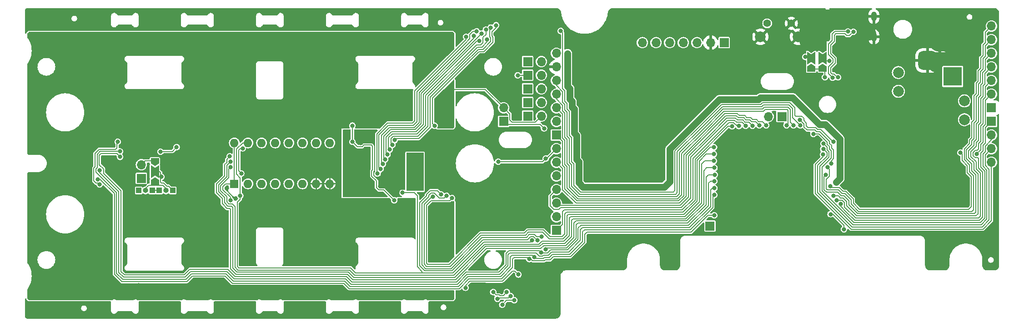
<source format=gbl>
G04 #@! TF.GenerationSoftware,KiCad,Pcbnew,(7.0.0-122-g9f10c142c4)*
G04 #@! TF.CreationDate,2023-03-12T11:56:23+09:00*
G04 #@! TF.ProjectId,qLAMP-main,714c414d-502d-46d6-9169-6e2e6b696361,rev?*
G04 #@! TF.SameCoordinates,Original*
G04 #@! TF.FileFunction,Copper,L2,Bot*
G04 #@! TF.FilePolarity,Positive*
%FSLAX46Y46*%
G04 Gerber Fmt 4.6, Leading zero omitted, Abs format (unit mm)*
G04 Created by KiCad (PCBNEW (7.0.0-122-g9f10c142c4)) date 2023-03-12 11:56:23*
%MOMM*%
%LPD*%
G01*
G04 APERTURE LIST*
G04 Aperture macros list*
%AMRoundRect*
0 Rectangle with rounded corners*
0 $1 Rounding radius*
0 $2 $3 $4 $5 $6 $7 $8 $9 X,Y pos of 4 corners*
0 Add a 4 corners polygon primitive as box body*
4,1,4,$2,$3,$4,$5,$6,$7,$8,$9,$2,$3,0*
0 Add four circle primitives for the rounded corners*
1,1,$1+$1,$2,$3*
1,1,$1+$1,$4,$5*
1,1,$1+$1,$6,$7*
1,1,$1+$1,$8,$9*
0 Add four rect primitives between the rounded corners*
20,1,$1+$1,$2,$3,$4,$5,0*
20,1,$1+$1,$4,$5,$6,$7,0*
20,1,$1+$1,$6,$7,$8,$9,0*
20,1,$1+$1,$8,$9,$2,$3,0*%
%AMFreePoly0*
4,1,6,1.000000,0.000000,0.500000,-0.750000,-0.500000,-0.750000,-0.500000,0.750000,0.500000,0.750000,1.000000,0.000000,1.000000,0.000000,$1*%
%AMFreePoly1*
4,1,7,0.700000,0.000000,1.200000,-0.750000,-1.200000,-0.750000,-0.700000,0.000000,-1.200000,0.750000,1.200000,0.750000,0.700000,0.000000,0.700000,0.000000,$1*%
G04 Aperture macros list end*
G04 #@! TA.AperFunction,ComponentPad*
%ADD10C,2.000000*%
G04 #@! TD*
G04 #@! TA.AperFunction,ComponentPad*
%ADD11C,0.600000*%
G04 #@! TD*
G04 #@! TA.AperFunction,SMDPad,CuDef*
%ADD12R,3.200000X7.100000*%
G04 #@! TD*
G04 #@! TA.AperFunction,ComponentPad*
%ADD13R,1.700000X1.700000*%
G04 #@! TD*
G04 #@! TA.AperFunction,ComponentPad*
%ADD14O,1.700000X1.700000*%
G04 #@! TD*
G04 #@! TA.AperFunction,ComponentPad*
%ADD15R,3.500000X3.500000*%
G04 #@! TD*
G04 #@! TA.AperFunction,ComponentPad*
%ADD16RoundRect,0.750000X-1.000000X0.750000X-1.000000X-0.750000X1.000000X-0.750000X1.000000X0.750000X0*%
G04 #@! TD*
G04 #@! TA.AperFunction,ComponentPad*
%ADD17RoundRect,0.875000X-0.875000X0.875000X-0.875000X-0.875000X0.875000X-0.875000X0.875000X0.875000X0*%
G04 #@! TD*
G04 #@! TA.AperFunction,ComponentPad*
%ADD18O,1.000000X1.800000*%
G04 #@! TD*
G04 #@! TA.AperFunction,ComponentPad*
%ADD19C,1.400000*%
G04 #@! TD*
G04 #@! TA.AperFunction,ComponentPad*
%ADD20R,1.600000X1.600000*%
G04 #@! TD*
G04 #@! TA.AperFunction,ComponentPad*
%ADD21O,1.600000X1.600000*%
G04 #@! TD*
G04 #@! TA.AperFunction,ComponentPad*
%ADD22R,1.000000X1.000000*%
G04 #@! TD*
G04 #@! TA.AperFunction,SMDPad,CuDef*
%ADD23FreePoly0,270.000000*%
G04 #@! TD*
G04 #@! TA.AperFunction,SMDPad,CuDef*
%ADD24FreePoly1,270.000000*%
G04 #@! TD*
G04 #@! TA.AperFunction,SMDPad,CuDef*
%ADD25FreePoly0,90.000000*%
G04 #@! TD*
G04 #@! TA.AperFunction,SMDPad,CuDef*
%ADD26FreePoly1,90.000000*%
G04 #@! TD*
G04 #@! TA.AperFunction,ComponentPad*
%ADD27O,1.000000X1.000000*%
G04 #@! TD*
G04 #@! TA.AperFunction,ViaPad*
%ADD28C,0.800000*%
G04 #@! TD*
G04 #@! TA.AperFunction,Conductor*
%ADD29C,0.210820*%
G04 #@! TD*
G04 #@! TA.AperFunction,Conductor*
%ADD30C,1.270000*%
G04 #@! TD*
G04 #@! TA.AperFunction,Conductor*
%ADD31C,2.540000*%
G04 #@! TD*
G04 #@! TA.AperFunction,Conductor*
%ADD32C,1.524000*%
G04 #@! TD*
G04 #@! TA.AperFunction,Conductor*
%ADD33C,1.016000*%
G04 #@! TD*
G04 APERTURE END LIST*
D10*
X229680000Y-45070000D03*
X229680000Y-48570000D03*
X241980000Y-50360000D03*
X241980000Y-53860000D03*
D11*
X140977500Y-66823000D03*
X140977500Y-65523000D03*
X140977500Y-64223000D03*
X140977500Y-62923000D03*
X140977500Y-61623000D03*
X140977500Y-60323000D03*
X139677500Y-66823000D03*
X139677500Y-65523000D03*
X139677500Y-64223000D03*
D12*
X139677499Y-63572999D03*
D11*
X139677500Y-62923000D03*
X139677500Y-61623000D03*
X139677500Y-60323000D03*
X138377500Y-66823000D03*
X138377500Y-65523000D03*
X138377500Y-64223000D03*
X138377500Y-62923000D03*
X138377500Y-61623000D03*
X138377500Y-60323000D03*
D13*
X156179999Y-54190125D03*
D14*
X156179999Y-51650125D03*
D13*
X160666123Y-50650125D03*
D14*
X163206123Y-50650125D03*
D13*
X160666123Y-43030125D03*
D14*
X163206123Y-43030125D03*
D13*
X160666122Y-45570125D03*
D14*
X163206122Y-45570125D03*
D13*
X160666123Y-48110125D03*
D14*
X163206123Y-48110125D03*
D13*
X160666123Y-53190125D03*
D14*
X163206123Y-53190125D03*
D15*
X239795999Y-45809810D03*
D16*
X239796000Y-39809811D03*
D17*
X235096000Y-42809811D03*
D13*
X194599999Y-73679999D03*
D18*
X225107999Y-38419781D03*
X225107999Y-34619781D03*
X216467999Y-38419781D03*
X216467999Y-34619781D03*
D13*
X207999999Y-53269999D03*
D14*
X205459999Y-53269999D03*
D19*
X205250000Y-35900000D03*
X209750000Y-35900000D03*
D10*
X204000000Y-38400000D03*
X211000000Y-38400000D03*
D13*
X197249999Y-39499999D03*
D14*
X194709999Y-39499999D03*
X192169999Y-39499999D03*
X189629999Y-39499999D03*
X187089999Y-39499999D03*
X184549999Y-39499999D03*
X182009999Y-39499999D03*
X247000123Y-61810125D03*
X247000123Y-59270125D03*
X247000123Y-56730125D03*
D13*
X247000123Y-54190125D03*
D14*
X166000123Y-41490125D03*
X166000123Y-44030125D03*
X166000123Y-46570125D03*
X166000123Y-49110125D03*
X166000123Y-51650125D03*
X166000123Y-54190125D03*
D13*
X166000123Y-56730125D03*
D20*
X106029988Y-65809998D03*
D21*
X108569988Y-65809998D03*
X111109988Y-65809998D03*
X113649988Y-65809998D03*
X116189988Y-65809998D03*
X118729988Y-65809998D03*
X121269988Y-65809998D03*
X123809988Y-65809998D03*
X123809988Y-58189998D03*
X121269988Y-58189998D03*
X118729988Y-58189998D03*
X116189988Y-58189998D03*
X113649988Y-58189998D03*
X111109988Y-58189998D03*
X108569988Y-58189998D03*
X106029988Y-58189998D03*
D14*
X247000123Y-36410125D03*
X247000123Y-38950125D03*
X247000123Y-41490125D03*
X247000123Y-44030125D03*
X247000123Y-46570125D03*
X247000123Y-49110125D03*
D13*
X247000123Y-51650125D03*
X88719989Y-64785007D03*
D14*
X88719989Y-62245007D03*
X166000123Y-59270125D03*
X166000123Y-61810125D03*
X166000123Y-64350125D03*
X166000123Y-66890125D03*
X166000123Y-69430125D03*
X166000123Y-71970125D03*
D13*
X166000123Y-74510125D03*
D22*
X88239999Y-67049999D03*
X94590005Y-67050001D03*
D23*
X91240013Y-61555994D03*
D24*
X91240013Y-63555994D03*
D25*
X91240013Y-65555994D03*
X213457197Y-44390005D03*
D26*
X213457197Y-42390005D03*
D23*
X213457197Y-40390005D03*
D22*
X90779999Y-67049999D03*
D27*
X89509999Y-67049999D03*
D22*
X92049999Y-67049999D03*
D27*
X93319999Y-67049999D03*
D25*
X215599713Y-44390005D03*
D26*
X215599713Y-42390005D03*
D23*
X215599713Y-40390005D03*
D28*
X142982129Y-68226245D03*
X195360000Y-59000000D03*
X128220000Y-38860000D03*
X77330000Y-59700000D03*
X133950000Y-48850000D03*
X103160000Y-70680000D03*
X138410000Y-86210000D03*
X105050000Y-53350000D03*
X100210000Y-64460000D03*
X123220000Y-45870000D03*
X138750000Y-53460000D03*
X114450000Y-68940000D03*
X139340000Y-74490000D03*
X144157211Y-71501633D03*
X96130000Y-53510000D03*
X68870000Y-85990000D03*
X93573823Y-64184712D03*
X83240000Y-46450000D03*
X82180000Y-86260000D03*
X139320000Y-72690000D03*
X104860000Y-46140000D03*
X138180000Y-48850000D03*
X126157211Y-71501633D03*
X102910000Y-49230000D03*
X77630000Y-55610000D03*
X106920000Y-55920000D03*
X90157211Y-71501633D03*
X68740000Y-43210000D03*
X115250000Y-62260000D03*
X90790000Y-55240000D03*
X102960000Y-74970000D03*
X83610000Y-40500000D03*
X103190000Y-51300000D03*
X90330000Y-68840000D03*
X111970000Y-70560000D03*
X68950000Y-57570000D03*
X100840000Y-86140000D03*
X104360000Y-40810000D03*
X86430000Y-68750000D03*
X96080000Y-67210000D03*
X121170000Y-38780000D03*
X108157211Y-52502054D03*
X109320000Y-74180000D03*
X117470000Y-80620000D03*
X135157211Y-71501633D03*
X140160000Y-46620000D03*
X122560000Y-41940000D03*
X110940000Y-40860000D03*
X117570000Y-59440000D03*
X120540000Y-70740000D03*
X131290000Y-41080000D03*
X104500000Y-72820000D03*
X109330000Y-43310000D03*
X117157211Y-52502054D03*
X144157211Y-52502054D03*
X100790000Y-66310000D03*
X93010000Y-86540000D03*
X129130000Y-48880000D03*
X94330000Y-69000000D03*
X145950000Y-86170000D03*
X87200000Y-72820000D03*
X88230000Y-84750000D03*
X99900000Y-45360000D03*
X99830000Y-48730000D03*
X98170000Y-40630000D03*
X145890000Y-79690000D03*
X124310000Y-59690000D03*
X112310000Y-64350000D03*
X97950000Y-56490000D03*
X120380000Y-51360000D03*
X74500000Y-60530000D03*
X68580000Y-48110000D03*
X87090000Y-53440000D03*
X94150000Y-70600000D03*
X96656475Y-64830354D03*
X144740000Y-41950000D03*
X124660000Y-68780000D03*
X84900501Y-58794725D03*
X117157211Y-71501633D03*
X108170000Y-38680000D03*
X76910000Y-66240000D03*
X145980000Y-74270000D03*
X122180000Y-72820000D03*
X102470000Y-68940000D03*
X75960000Y-42150000D03*
X123120000Y-80040000D03*
X112210000Y-51550000D03*
X101560000Y-60660000D03*
X116190000Y-55900000D03*
X119180000Y-86630000D03*
X68680000Y-80760000D03*
X94400000Y-48750000D03*
X81157211Y-52502054D03*
X135157211Y-52502054D03*
X98340000Y-84020000D03*
X97330000Y-75660000D03*
X81060000Y-43480000D03*
X144350000Y-76970000D03*
X124330000Y-64060000D03*
X138260000Y-51200000D03*
X109010000Y-55990000D03*
X94470702Y-62677292D03*
X97170000Y-43560000D03*
X79150000Y-46400000D03*
X108157211Y-71501633D03*
X109240000Y-80440000D03*
X88260000Y-38620000D03*
X113260000Y-72370000D03*
X117620000Y-64240000D03*
X79050000Y-77520000D03*
X107750000Y-61990000D03*
X71290000Y-60120000D03*
X117480000Y-44830000D03*
X128310000Y-80260000D03*
X124940000Y-48820000D03*
X112110000Y-60500000D03*
X97030000Y-48730000D03*
X73250000Y-82980000D03*
X109190000Y-63960000D03*
X70430000Y-77640000D03*
X146200000Y-48340000D03*
X98160000Y-69000000D03*
X106140000Y-85310000D03*
X142810000Y-74280000D03*
X126157211Y-52502054D03*
X85740000Y-70530000D03*
X100240000Y-77800000D03*
X100140000Y-58600000D03*
X129440000Y-51440000D03*
X99157211Y-71501633D03*
X110800000Y-86420000D03*
X103020000Y-43420000D03*
X68600000Y-75840000D03*
X85190000Y-51230000D03*
X141670000Y-42730000D03*
X119920000Y-57060000D03*
X114510000Y-85300000D03*
X76040000Y-80270000D03*
X78970000Y-82820000D03*
X95140000Y-38470000D03*
X142740000Y-79930000D03*
X107850000Y-77550000D03*
X119930000Y-77830000D03*
X123050000Y-55850000D03*
X79820000Y-55190000D03*
X95990000Y-72900000D03*
X94090000Y-51300000D03*
X74210000Y-38800000D03*
X123050000Y-75420000D03*
X68690000Y-38540000D03*
X111070000Y-62380000D03*
X97260000Y-80670000D03*
X127170000Y-43510000D03*
X117380000Y-48700000D03*
X122230000Y-53340000D03*
X138300000Y-70670000D03*
X129390000Y-70660000D03*
X94000000Y-75190000D03*
X120910000Y-61900000D03*
X133490000Y-75110000D03*
X83600000Y-56720000D03*
X115560000Y-38570000D03*
X117500000Y-75330000D03*
X82940000Y-82710000D03*
X73360000Y-45230000D03*
X112390000Y-56850000D03*
X135480000Y-38620000D03*
X100680000Y-68070000D03*
X102880000Y-80570000D03*
X94430000Y-55530000D03*
X131880000Y-86280000D03*
X116540000Y-41500000D03*
X81157211Y-71501633D03*
X109150000Y-46710000D03*
X81730000Y-66770000D03*
X75810000Y-86410000D03*
X126070000Y-85280000D03*
X101380000Y-38780000D03*
X87860000Y-55220000D03*
X143740000Y-38760000D03*
X126140000Y-77920000D03*
X131350000Y-72780000D03*
X102400000Y-83810000D03*
X113390000Y-53380000D03*
X101150000Y-55400000D03*
X138510000Y-41000000D03*
X108330000Y-49720000D03*
X128950000Y-75080000D03*
X79260000Y-38750000D03*
X104790000Y-56710000D03*
X91590000Y-39790000D03*
X80840000Y-80000000D03*
X99157211Y-52502054D03*
X82830000Y-77520000D03*
X131380000Y-53420000D03*
X73440000Y-78900000D03*
X90157211Y-52502054D03*
X119410000Y-68620000D03*
X82970000Y-68930000D03*
X79990000Y-69010000D03*
X168102344Y-41500000D03*
X169758424Y-59290000D03*
X164031263Y-61119145D03*
X107138110Y-68039770D03*
X218137080Y-65497081D03*
X137374951Y-67486551D03*
X161461683Y-76354811D03*
X244305364Y-60260318D03*
X155170000Y-61700000D03*
X192908414Y-53537506D03*
X105320000Y-68866850D03*
X92423240Y-64520000D03*
X195490000Y-64110000D03*
X164038056Y-78032926D03*
X195440000Y-66630000D03*
X80987239Y-63330000D03*
X80570000Y-64980000D03*
X195390000Y-71690000D03*
X160930637Y-79841631D03*
X241232564Y-60002102D03*
X216984190Y-66231890D03*
X84738566Y-59784265D03*
X195430000Y-67890000D03*
X161881351Y-79427611D03*
X211361105Y-53889685D03*
X217181697Y-62002873D03*
X105321879Y-61696057D03*
X195330000Y-61560000D03*
X195420000Y-65300000D03*
X84750000Y-60786902D03*
X163125395Y-78599147D03*
X195440000Y-62830000D03*
X105180359Y-60703392D03*
X107321336Y-63883684D03*
X107592802Y-59196319D03*
X158799403Y-45570000D03*
X163708657Y-55470866D03*
X237045000Y-56200000D03*
X192790000Y-33820000D03*
X198740000Y-58340000D03*
X211270000Y-46220000D03*
X180170000Y-38230000D03*
X166140000Y-80250000D03*
X205310000Y-69370000D03*
X242990000Y-39190000D03*
X103210000Y-88400000D03*
X126870000Y-59610000D03*
X88950000Y-36460000D03*
X212650000Y-49060000D03*
X95300000Y-36510000D03*
X162650000Y-90290000D03*
X126860000Y-65650000D03*
X227150000Y-53110000D03*
X92030000Y-34360000D03*
X151810000Y-42380000D03*
X226579710Y-36230000D03*
X157050000Y-60480000D03*
X238290219Y-37260000D03*
X208180219Y-38190000D03*
X155810000Y-89960000D03*
X214059710Y-37980000D03*
X223453917Y-36965793D03*
X171640000Y-81290000D03*
X126850000Y-61920000D03*
X177040000Y-42630000D03*
X186900000Y-57180000D03*
X178360000Y-64920000D03*
X122310000Y-36380000D03*
X233290000Y-63790000D03*
X225430000Y-58300000D03*
X198390000Y-37080000D03*
X229110000Y-66800000D03*
X219880000Y-56050000D03*
X213152425Y-39717285D03*
X148140000Y-48960000D03*
X212450000Y-63190000D03*
X119410000Y-90100000D03*
X161690000Y-73600000D03*
X238290000Y-66830000D03*
X165900000Y-90270000D03*
X211610000Y-35570000D03*
X91860000Y-89980000D03*
X218729710Y-43200000D03*
X77990000Y-34130000D03*
X129578376Y-58178376D03*
X151400000Y-74320000D03*
X230900000Y-66950000D03*
X106080000Y-90010000D03*
X226030000Y-63890000D03*
X192650000Y-51820000D03*
X205370000Y-74400000D03*
X222809928Y-34619782D03*
X81890000Y-36490000D03*
X158880000Y-80510000D03*
X218830000Y-52360000D03*
X72910000Y-36430000D03*
X235840000Y-80980000D03*
X152730000Y-90250000D03*
X104627440Y-66623550D03*
X118890000Y-34310000D03*
X152850000Y-56390000D03*
X242400000Y-65780000D03*
X177190000Y-34250000D03*
X157960000Y-83310000D03*
X236310219Y-34090000D03*
X205560000Y-41200000D03*
X191850000Y-45240000D03*
X116270000Y-36470000D03*
X171730000Y-64880000D03*
X175140000Y-61000000D03*
X102850000Y-36490000D03*
X185370000Y-64840000D03*
X133070000Y-34180000D03*
X157480000Y-35710000D03*
X182870000Y-53250000D03*
X223940000Y-55650000D03*
X203320000Y-44520000D03*
X68100000Y-34130000D03*
X223350000Y-66960000D03*
X152800000Y-34120000D03*
X128780000Y-59850000D03*
X199680000Y-45600000D03*
X155850000Y-78640000D03*
X157950000Y-52220000D03*
X223682725Y-53217725D03*
X219949710Y-45610000D03*
X130020000Y-88410000D03*
X188310000Y-75650000D03*
X146250000Y-61600000D03*
X155830000Y-84750000D03*
X155450000Y-70400000D03*
X174230000Y-53250000D03*
X109310000Y-88400000D03*
X238110000Y-69530000D03*
X221270000Y-50090000D03*
X242340000Y-69320000D03*
X150770000Y-57700000D03*
X152130000Y-46910000D03*
X200990000Y-33790000D03*
X179080000Y-75610000D03*
X68090000Y-90020000D03*
X122070000Y-88280000D03*
X109060000Y-36340000D03*
X201980000Y-60730000D03*
X188570000Y-49290000D03*
X116020000Y-88360000D03*
X89220000Y-88360000D03*
X143230000Y-34080000D03*
X172350000Y-75880000D03*
X220557421Y-36192289D03*
X247050000Y-34140000D03*
X164080000Y-69970000D03*
X205530000Y-58510000D03*
X160380000Y-60460000D03*
X147120000Y-56480000D03*
X175210000Y-78480000D03*
X188770000Y-44860000D03*
X215630000Y-53270000D03*
X143150000Y-88320000D03*
X148640000Y-45960000D03*
X226200000Y-69300000D03*
X156960000Y-69560000D03*
X196730000Y-48550000D03*
X184060000Y-76010000D03*
X148320000Y-58410000D03*
X150530000Y-66210000D03*
X135780000Y-88360000D03*
X142350000Y-56860000D03*
X222435000Y-59715000D03*
X137380000Y-58650000D03*
X183240000Y-46530000D03*
X198840000Y-69340000D03*
X211390000Y-41390000D03*
X243650000Y-44030000D03*
X209550000Y-60800000D03*
X239130000Y-75310000D03*
X202030000Y-66290000D03*
X158780000Y-43850000D03*
X71970000Y-88280000D03*
X165550000Y-83080000D03*
X216958804Y-36069094D03*
X149770000Y-86210000D03*
X209520000Y-66340000D03*
X106440000Y-34410000D03*
X153830000Y-65490000D03*
X157210000Y-49990000D03*
X235240000Y-75510000D03*
X247940000Y-66460000D03*
X241340000Y-62680000D03*
X133215000Y-66245000D03*
X205530000Y-63190000D03*
X136170000Y-36410000D03*
X132640000Y-90020000D03*
X173570000Y-46250000D03*
X171320000Y-57050000D03*
X198190000Y-74280000D03*
X188440000Y-37870000D03*
X178390000Y-57130000D03*
X240220000Y-60070000D03*
X156530000Y-40890000D03*
X237970000Y-59740000D03*
X185430000Y-33900000D03*
X168160000Y-37900000D03*
X240870219Y-33840000D03*
X126870000Y-56630000D03*
X201660000Y-72370000D03*
X209610000Y-71860000D03*
X170060000Y-43010000D03*
X147730000Y-90130000D03*
X156340000Y-47110000D03*
X192620000Y-74580000D03*
X151590000Y-81040000D03*
X198810000Y-63220000D03*
X236055219Y-38885000D03*
X151640000Y-70680000D03*
X170340000Y-49160000D03*
X177840000Y-81290000D03*
X242337800Y-57000200D03*
X213089710Y-34090000D03*
X207590000Y-44350000D03*
X213190000Y-74310000D03*
X177300000Y-49300000D03*
X188060000Y-41760000D03*
X173570000Y-39270000D03*
X106273930Y-68548302D03*
X129950000Y-63790000D03*
X145450000Y-58860000D03*
X187410000Y-80710000D03*
X222352725Y-53237725D03*
X245280000Y-36900000D03*
X182500000Y-60960000D03*
X164270000Y-72240000D03*
X142310000Y-58900000D03*
X130130000Y-36310000D03*
X168070000Y-69080000D03*
X237983130Y-42587089D03*
X210860000Y-48520000D03*
X242037800Y-57780200D03*
X194120000Y-47420000D03*
X212350000Y-58450000D03*
X182640000Y-41260000D03*
X247490000Y-78290000D03*
X203320000Y-48380000D03*
X212470000Y-68920000D03*
X218849928Y-34619782D03*
X233400000Y-69240000D03*
X153370000Y-69050000D03*
X192620000Y-41650000D03*
X214552421Y-35557289D03*
X95090000Y-88400000D03*
X200800000Y-40620000D03*
X76210000Y-90060000D03*
X131690000Y-57110000D03*
X190270000Y-53940000D03*
X81170000Y-88280000D03*
X147170000Y-35410000D03*
X131310000Y-66640000D03*
X236270000Y-66920000D03*
X196830000Y-42110000D03*
X247170000Y-73900000D03*
X205420000Y-34300000D03*
X218927300Y-69576319D03*
X213850000Y-56500000D03*
X215670000Y-60340000D03*
X215696035Y-59337635D03*
X80964984Y-65901629D03*
X84318324Y-57978342D03*
X217060000Y-71469100D03*
X219560000Y-74270000D03*
X215730850Y-58335537D03*
X199970000Y-55040000D03*
X135832818Y-68904780D03*
X143320000Y-54968306D03*
X158933809Y-82725299D03*
X154788050Y-36258480D03*
X149073079Y-85187673D03*
X217561590Y-57971534D03*
X166810000Y-37310000D03*
X128030000Y-54968306D03*
X128028376Y-57978376D03*
X216799710Y-42880000D03*
X218438847Y-45955527D03*
X221299710Y-37460000D03*
X217439710Y-46040000D03*
X220289710Y-37430000D03*
X216019835Y-45922883D03*
X212350000Y-42150000D03*
X145560712Y-68049288D03*
X205060000Y-54900000D03*
X163226989Y-75646701D03*
X198710000Y-55090000D03*
X146582903Y-68486645D03*
X154231086Y-86001466D03*
X156763548Y-86018977D03*
X155920000Y-88350000D03*
X158163298Y-87520000D03*
X157472566Y-86727995D03*
X155008227Y-87227870D03*
X151644871Y-39208251D03*
X134565020Y-60355148D03*
X134961708Y-59434251D03*
X152875569Y-37086520D03*
X135453305Y-58560326D03*
X153061591Y-38921357D03*
X135898837Y-57662042D03*
X153790000Y-36672500D03*
X134127098Y-61257166D03*
X152051703Y-37800000D03*
X133674942Y-62152134D03*
X150612507Y-38237777D03*
X151139138Y-37384506D03*
X133259921Y-63064916D03*
X149195787Y-38404630D03*
X132715660Y-63907051D03*
X105321879Y-62698760D03*
X195330000Y-60290000D03*
X92280000Y-59810000D03*
X95290000Y-58990000D03*
X162464386Y-76354811D03*
X144525224Y-67766486D03*
X202500000Y-54970000D03*
X201240000Y-55000000D03*
X208850000Y-54890000D03*
X210150000Y-54910000D03*
X211390000Y-54920000D03*
X218218282Y-68867301D03*
X217620170Y-68062521D03*
X216156150Y-64140000D03*
X216472679Y-62711890D03*
X203770000Y-54930000D03*
D29*
X167252756Y-76082756D02*
X164665169Y-76082756D01*
X194635512Y-59000000D02*
X192237270Y-61398242D01*
X152005156Y-75405841D02*
X151930498Y-75480498D01*
X142812102Y-68226245D02*
X141380619Y-69657728D01*
X164665169Y-76082756D02*
X163400597Y-74818183D01*
X167986774Y-75348738D02*
X167252756Y-76082756D01*
X192237270Y-69018634D02*
X189763944Y-71491960D01*
X160825182Y-74818161D02*
X160237503Y-75405841D01*
X163400597Y-74818183D02*
X162098183Y-74818183D01*
X162098183Y-74818183D02*
X162098183Y-74818161D01*
X146186450Y-81224546D02*
X151930498Y-75480498D01*
X160237503Y-75405841D02*
X152005156Y-75405841D01*
X141380619Y-69657728D02*
X141380619Y-80750619D01*
X195360000Y-59000000D02*
X194635512Y-59000000D01*
X192237270Y-61398242D02*
X192237270Y-69018634D01*
X141380619Y-80750619D02*
X141854546Y-81224546D01*
X142982129Y-68226245D02*
X142812102Y-68226245D01*
X151930498Y-75480498D02*
X152005154Y-75405842D01*
X167986774Y-71753226D02*
X167986774Y-75348738D01*
X195360000Y-59000000D02*
X195334020Y-58974020D01*
X168248040Y-71491960D02*
X167986774Y-71753226D01*
X189763944Y-71491960D02*
X168248040Y-71491960D01*
X162098183Y-74818161D02*
X160825182Y-74818161D01*
X141854546Y-81224546D02*
X146186450Y-81224546D01*
X93573823Y-63574171D02*
X94470702Y-62677292D01*
X93573823Y-64184712D02*
X93573823Y-63574171D01*
X146200000Y-48340000D02*
X146288610Y-48251390D01*
X163206124Y-53190126D02*
X162047514Y-54348736D01*
X93573823Y-64184712D02*
X96010833Y-64184712D01*
X157338610Y-53938610D02*
X157338610Y-52808736D01*
X152781264Y-48251390D02*
X156180000Y-51650126D01*
X157748736Y-54348736D02*
X157338610Y-53938610D01*
X157338610Y-52808736D02*
X156180000Y-51650126D01*
X96010833Y-64184712D02*
X96656475Y-64830354D01*
X146288610Y-48251390D02*
X152781264Y-48251390D01*
X162047514Y-54348736D02*
X157748736Y-54348736D01*
D30*
X168102344Y-43360000D02*
X168102344Y-41500000D01*
X215000454Y-54728350D02*
X210020454Y-49748350D01*
X189754499Y-56684499D02*
X187140310Y-59298687D01*
D29*
X245427494Y-55177243D02*
X245841514Y-54763224D01*
X155170000Y-61700000D02*
X163450408Y-61700000D01*
X245841514Y-50268736D02*
X247000124Y-49110126D01*
X245013474Y-58447229D02*
X245013474Y-59470000D01*
X245427494Y-58033209D02*
X245013474Y-58447229D01*
X107138110Y-64701878D02*
X106443529Y-64007297D01*
X139566551Y-67486551D02*
X140135000Y-68055000D01*
X107138110Y-68039770D02*
X107138110Y-68685557D01*
D30*
X204000648Y-49748350D02*
X203646628Y-50102370D01*
D29*
X163450408Y-61700000D02*
X164031263Y-61119145D01*
D30*
X187140310Y-59298687D02*
X187140310Y-65380000D01*
X169758424Y-61306397D02*
X169758424Y-59290000D01*
X169344404Y-56397889D02*
X169344403Y-51903401D01*
D29*
X140184834Y-82465166D02*
X141015166Y-82465166D01*
X141015166Y-82465166D02*
X146700332Y-82465166D01*
D30*
X216069486Y-54728350D02*
X215000454Y-54728350D01*
D29*
X106567244Y-81177244D02*
X106860000Y-81470000D01*
X128655166Y-82465166D02*
X140184834Y-82465166D01*
D30*
X217594671Y-56253535D02*
X216069486Y-54728350D01*
D29*
X137374951Y-67486551D02*
X139566551Y-67486551D01*
D30*
X207090000Y-49748350D02*
X204000648Y-49748350D01*
X218137080Y-65497081D02*
X218799790Y-64834371D01*
D29*
X146700332Y-82465166D02*
X152519039Y-76646460D01*
X245841514Y-54763224D02*
X245841514Y-50268736D01*
X140135000Y-68055000D02*
X140140001Y-68060001D01*
D30*
X168527630Y-48079131D02*
X168102344Y-47653845D01*
X170172444Y-65622444D02*
X170172444Y-63730000D01*
D29*
X127660000Y-81470000D02*
X128655166Y-82465166D01*
D30*
X179000000Y-66408150D02*
X176838158Y-66408150D01*
X168102344Y-47653845D02*
X168102344Y-43360000D01*
D29*
X106567244Y-69256423D02*
X106567244Y-81177244D01*
D30*
X168930384Y-51489382D02*
X168930384Y-50436372D01*
D29*
X152519039Y-76646460D02*
X161170034Y-76646460D01*
D30*
X176838158Y-66408150D02*
X170958150Y-66408150D01*
D29*
X106443529Y-59343580D02*
X107597110Y-58189999D01*
D30*
X218799790Y-64834371D02*
X218799790Y-57458654D01*
D29*
X106860000Y-81470000D02*
X127660000Y-81470000D01*
X106443529Y-64007297D02*
X106443529Y-59343580D01*
D30*
X169758424Y-59290000D02*
X169758424Y-56811909D01*
D29*
X164031263Y-61119145D02*
X164151105Y-61119145D01*
D30*
X203646628Y-50102370D02*
X199390000Y-50102370D01*
D29*
X141015166Y-82139665D02*
X141015166Y-82465166D01*
D30*
X210020454Y-49748350D02*
X207090000Y-49748350D01*
D29*
X107597110Y-58189999D02*
X108569989Y-58189999D01*
X140135000Y-68055000D02*
X140135000Y-81259499D01*
D30*
X168527630Y-50033618D02*
X168527630Y-48079131D01*
D29*
X140135000Y-81259499D02*
X141015166Y-82139665D01*
D30*
X170172444Y-63730000D02*
X170172444Y-61720417D01*
D29*
X245427494Y-58033209D02*
X245427494Y-55177243D01*
D30*
X170172444Y-61720417D02*
X169758424Y-61306397D01*
X170958150Y-66408150D02*
X170172444Y-65622444D01*
D29*
X244305364Y-60178110D02*
X244305364Y-60260318D01*
X245013474Y-59470000D02*
X244305364Y-60178110D01*
D30*
X169758424Y-56811909D02*
X169344404Y-56397889D01*
D29*
X107138110Y-64701878D02*
X107138110Y-68039770D01*
X161170034Y-76646460D02*
X161461683Y-76354811D01*
X107138110Y-68685557D02*
X106567244Y-69256423D01*
D30*
X199390000Y-50102370D02*
X196343551Y-50102370D01*
X192901492Y-53537506D02*
X189754499Y-56684499D01*
X186112160Y-66408150D02*
X179000000Y-66408150D01*
X195152960Y-51292960D02*
X192908414Y-53537506D01*
X196343551Y-50102370D02*
X195152960Y-51292960D01*
X187140310Y-65380000D02*
X186112160Y-66408150D01*
X218799790Y-57458654D02*
X217594671Y-56253535D01*
X168930384Y-50436372D02*
X168527630Y-50033618D01*
D29*
X164151105Y-61119145D02*
X166000124Y-59270126D01*
D30*
X192908414Y-53537506D02*
X192901492Y-53537506D01*
X169344403Y-51903401D02*
X168930384Y-51489382D01*
D29*
X104439556Y-65809999D02*
X106029989Y-65809999D01*
X103919319Y-66330236D02*
X104439556Y-65809999D01*
X105320000Y-68866850D02*
X105320000Y-68317545D01*
X106029989Y-58189999D02*
X106029989Y-65809999D01*
X103919319Y-66916864D02*
X103919319Y-66330236D01*
X105320000Y-68317545D02*
X103919319Y-66916864D01*
X92050000Y-67050000D02*
X90780000Y-67050000D01*
X93781883Y-66241879D02*
X93442955Y-66241879D01*
X92155994Y-63555994D02*
X91240013Y-63555994D01*
X93442955Y-66241879D02*
X92877537Y-65676461D01*
X92423240Y-64520000D02*
X92350000Y-64520000D01*
X92298143Y-64468143D02*
X92298143Y-63698143D01*
X92350000Y-64520000D02*
X92298143Y-64468143D01*
X92298143Y-65508143D02*
X92298143Y-64468143D01*
X92298143Y-63698143D02*
X92155994Y-63555994D01*
X92466461Y-65676461D02*
X92298143Y-65508143D01*
X92877537Y-65676461D02*
X92466461Y-65676461D01*
X94590006Y-67050002D02*
X93781883Y-66241879D01*
X190447952Y-73150000D02*
X169990000Y-73150000D01*
X193893350Y-69704602D02*
X190447952Y-73150000D01*
X169990000Y-73150000D02*
X169642854Y-73497146D01*
X193893350Y-64556650D02*
X194340000Y-64110000D01*
X193893350Y-68000000D02*
X193893350Y-64556650D01*
X169642854Y-76034707D02*
X167938724Y-77738836D01*
X194340000Y-64110000D02*
X195490000Y-64110000D01*
X164332146Y-77738836D02*
X164038056Y-78032926D01*
X193893350Y-67840000D02*
X193893350Y-69704602D01*
X169642854Y-73497146D02*
X169642854Y-76034707D01*
X167938724Y-77738836D02*
X164332146Y-77738836D01*
X157351960Y-78718040D02*
X157014020Y-79055980D01*
X195060000Y-66630000D02*
X194721390Y-66968610D01*
X162243623Y-78719501D02*
X160359968Y-78719501D01*
X170470894Y-74369106D02*
X170470894Y-76377692D01*
X195440000Y-66630000D02*
X195060000Y-66630000D01*
X126776118Y-83537700D02*
X106003534Y-83537700D01*
X147556802Y-84532864D02*
X127771283Y-84532865D01*
X157014020Y-81111492D02*
X155421972Y-82703540D01*
X160358507Y-78718040D02*
X157351960Y-78718040D01*
X155421972Y-82703540D02*
X149386126Y-82703540D01*
X168281709Y-78566876D02*
X165091744Y-78566876D01*
X127771283Y-84532865D02*
X126776118Y-83537700D01*
X104639373Y-82173540D02*
X97901294Y-82173540D01*
X96861295Y-83213539D02*
X85398707Y-83213540D01*
X194721390Y-70047586D02*
X190787016Y-73981960D01*
X149386126Y-82703540D02*
X147556802Y-84532864D01*
X106003534Y-83537700D02*
X104639373Y-82173540D01*
X194721390Y-66968610D02*
X194721390Y-70047586D01*
X162831879Y-79307757D02*
X162243623Y-78719501D01*
X163571112Y-79155556D02*
X163418911Y-79307757D01*
X84526460Y-67281625D02*
X80987239Y-63742405D01*
X170858040Y-73981960D02*
X170470894Y-74369106D01*
X80987239Y-63742405D02*
X80987239Y-63330000D01*
X157014020Y-79055980D02*
X157014020Y-81111492D01*
X84526460Y-82341294D02*
X84526460Y-67281625D01*
X164503064Y-79155556D02*
X163571112Y-79155556D01*
X190787016Y-73981960D02*
X170858040Y-73981960D01*
X97901294Y-82173540D02*
X96861295Y-83213539D01*
X170470894Y-76377692D02*
X168281709Y-78566876D01*
X160359968Y-78719501D02*
X160358507Y-78718040D01*
X85398707Y-83213540D02*
X84526460Y-82341294D01*
X165091744Y-78566876D02*
X164503064Y-79155556D01*
X163418911Y-79307757D02*
X162831879Y-79307757D01*
X104296785Y-83000620D02*
X105660945Y-84364780D01*
X164846050Y-79983596D02*
X163914098Y-79983596D01*
X127428695Y-85359945D02*
X138900055Y-85359945D01*
X160930637Y-79809363D02*
X161095807Y-79644193D01*
X126433530Y-84364780D02*
X127428695Y-85359945D01*
X171298934Y-75201066D02*
X171298934Y-76720676D01*
X155765436Y-83531100D02*
X157842060Y-81454477D01*
X158142459Y-79547541D02*
X160999155Y-79547541D01*
X153800000Y-83531100D02*
X153300480Y-83531100D01*
X138900055Y-85359945D02*
X147899389Y-85359944D01*
X195390000Y-71690000D02*
X194250000Y-71690000D01*
X149728713Y-83530620D02*
X152499380Y-83530620D01*
X105660945Y-84364780D02*
X126433530Y-84364780D01*
X154300000Y-83531100D02*
X153800000Y-83531100D01*
X157842060Y-79847940D02*
X158142459Y-79547541D01*
X154300000Y-83531100D02*
X155765436Y-83531100D01*
X163914098Y-79983596D02*
X163761897Y-80135797D01*
X160930637Y-79841631D02*
X160930637Y-79809363D01*
X171298934Y-76720676D02*
X168624694Y-79394916D01*
X83699380Y-67629380D02*
X83699380Y-82683884D01*
X194250000Y-71690000D02*
X191130000Y-74810000D01*
X147899389Y-85359944D02*
X149728713Y-83530620D01*
X83699380Y-82683884D02*
X85056116Y-84040620D01*
X81055166Y-64980000D02*
X81055166Y-64985166D01*
X154105435Y-83531100D02*
X154300000Y-83531100D01*
X163761897Y-80135797D02*
X161587411Y-80135797D01*
X153300480Y-83531100D02*
X153300000Y-83530620D01*
X153300000Y-83530620D02*
X153516775Y-83530620D01*
X98243881Y-83000620D02*
X104296785Y-83000620D01*
X191130000Y-74810000D02*
X171690000Y-74810000D01*
X160999155Y-79547541D02*
X161095807Y-79644193D01*
X97203881Y-84040620D02*
X98243881Y-83000620D01*
X161587411Y-80135797D02*
X161095807Y-79644193D01*
X152499380Y-83530620D02*
X153300000Y-83530620D01*
X80570000Y-64980000D02*
X81055166Y-64980000D01*
X165434730Y-79394916D02*
X164846050Y-79983596D01*
X138900055Y-85359945D02*
X138938706Y-85359945D01*
X171690000Y-74810000D02*
X171298934Y-75201066D01*
X81055166Y-64985166D02*
X83699380Y-67629380D01*
X85056116Y-84040620D02*
X97203881Y-84040620D01*
X166150000Y-79394916D02*
X165434730Y-79394916D01*
X166150002Y-79394918D02*
X166150000Y-79394916D01*
X157842060Y-81454477D02*
X157842060Y-79847940D01*
X168624694Y-79394916D02*
X166150000Y-79394916D01*
X221291990Y-68596831D02*
X219906376Y-67211219D01*
X221291990Y-69429356D02*
X221291990Y-68596831D01*
X218699235Y-66525980D02*
X217650000Y-66525980D01*
X222416454Y-70553820D02*
X221291990Y-69429356D01*
X243273944Y-64488043D02*
X243273944Y-70040000D01*
X241232564Y-60002102D02*
X241312102Y-60002102D01*
X242760124Y-70553820D02*
X222416454Y-70553820D01*
X219906376Y-67211219D02*
X219450000Y-67211220D01*
X219450000Y-67211220D02*
X219384475Y-67211220D01*
X241312102Y-60002102D02*
X241526654Y-60216654D01*
X241526654Y-61411296D02*
X242529354Y-62413996D01*
X242529354Y-63743453D02*
X243273944Y-64488043D01*
X241526654Y-60216654D02*
X241526654Y-61411296D01*
X217278280Y-66525980D02*
X216984190Y-66231890D01*
X219384475Y-67211220D02*
X218699235Y-66525980D01*
X242529354Y-62413996D02*
X242529354Y-63743453D01*
X243273944Y-70040000D02*
X242760124Y-70553820D01*
X217650000Y-66525980D02*
X217278280Y-66525980D01*
X195430000Y-67890000D02*
X195135410Y-68184590D01*
X195135410Y-68184590D02*
X195135410Y-70219079D01*
X165263237Y-78980896D02*
X164674557Y-79569576D01*
X81045735Y-59784265D02*
X80490000Y-60340000D01*
X164674557Y-79569576D02*
X163742605Y-79569576D01*
X80868280Y-64212476D02*
X80872475Y-64212476D01*
X105832241Y-83951240D02*
X126604824Y-83951240D01*
X80872475Y-64212476D02*
X84112920Y-67452921D01*
X84112920Y-67452921D02*
X84112920Y-82512589D01*
X162175517Y-79721777D02*
X161881351Y-79427611D01*
X80490000Y-62825804D02*
X80279118Y-63036686D01*
X163590404Y-79721777D02*
X162175517Y-79721777D01*
X195135410Y-70219079D02*
X190958508Y-74395980D01*
X84112920Y-82512589D02*
X85227414Y-83627080D01*
X104468079Y-82587080D02*
X105832241Y-83951240D01*
X161881351Y-79427611D02*
X161587261Y-79133521D01*
X127599990Y-84946405D02*
X147728094Y-84946405D01*
X80490000Y-60340000D02*
X80490000Y-62825804D01*
X149557419Y-83117080D02*
X155593944Y-83117080D01*
X97032590Y-83627078D02*
X98072588Y-82587080D01*
X161587261Y-79133521D02*
X157729401Y-79133521D01*
X98072588Y-82587080D02*
X104468079Y-82587080D01*
X84738566Y-59784265D02*
X81045735Y-59784265D01*
X155593944Y-83117080D02*
X157428040Y-81282984D01*
X157729401Y-79133521D02*
X157727940Y-79132060D01*
X80279118Y-63623314D02*
X80868280Y-64212476D01*
X126604824Y-83951240D02*
X127599990Y-84946405D01*
X170884914Y-76549184D02*
X168453201Y-78980896D01*
X168453201Y-78980896D02*
X165263237Y-78980896D01*
X163742605Y-79569576D02*
X163590404Y-79721777D01*
X85227414Y-83627080D02*
X97032590Y-83627078D01*
X147728094Y-84946405D02*
X149557419Y-83117080D01*
X157428040Y-81282984D02*
X157428040Y-79431960D01*
X157428040Y-79431960D02*
X157727940Y-79132060D01*
X170884914Y-74755086D02*
X170884914Y-76549184D01*
X80279118Y-63036686D02*
X80279118Y-63623314D01*
X171244020Y-74395980D02*
X170884914Y-74755086D01*
X190958508Y-74395980D02*
X171244020Y-74395980D01*
X217232685Y-59126148D02*
X217232685Y-58657172D01*
X216853480Y-57870528D02*
X215068931Y-56085980D01*
X214143516Y-55791390D02*
X212676484Y-55791390D01*
X217620670Y-60551067D02*
X217620670Y-59514133D01*
X217629603Y-61139059D02*
X217629603Y-60560000D01*
X216853480Y-58277967D02*
X216853480Y-57870528D01*
X215068931Y-56085980D02*
X214438106Y-56085980D01*
X212676484Y-55791390D02*
X212098610Y-55213516D01*
X211361811Y-53889685D02*
X211791063Y-54318937D01*
X211634370Y-54162244D02*
X211626614Y-54170000D01*
X211791063Y-54318937D02*
X211634370Y-54162244D01*
X212098610Y-55213516D02*
X212098610Y-54626484D01*
X217232685Y-58657172D02*
X216853480Y-58277967D01*
X217629603Y-60560000D02*
X217620670Y-60551067D01*
X212098610Y-54626484D02*
X211791063Y-54318937D01*
X217181697Y-62002873D02*
X217181697Y-61586965D01*
X214438106Y-56085980D02*
X214143516Y-55791390D01*
X217181697Y-61586965D02*
X217629603Y-61139059D01*
X217620670Y-59514133D02*
X217232685Y-59126148D01*
X211361105Y-53889685D02*
X211361811Y-53889685D01*
X163496040Y-76910796D02*
X167595740Y-76910796D01*
X103092241Y-67259454D02*
X104198339Y-68365552D01*
X104613758Y-62404178D02*
X104613758Y-64466131D01*
X128285165Y-83292245D02*
X147042921Y-83292245D01*
X193065310Y-69361618D02*
X193065310Y-62144690D01*
X147042921Y-83292245D02*
X152858707Y-77476460D01*
X167595740Y-76910796D02*
X168814814Y-75691722D01*
X104198340Y-69331459D02*
X104855393Y-69988511D01*
X190106928Y-72320000D02*
X193065310Y-69361618D01*
X162929395Y-77477441D02*
X163496040Y-76910796D01*
X106517413Y-82297080D02*
X127290000Y-82297080D01*
X169090000Y-72320000D02*
X190106928Y-72320000D01*
X103092239Y-65987650D02*
X103092241Y-67259454D01*
X105503677Y-69988511D02*
X105740164Y-70224998D01*
X193065310Y-62144690D02*
X193650000Y-61560000D01*
X105321879Y-61696057D02*
X104613758Y-62404178D01*
X160996674Y-77477441D02*
X162929395Y-77477441D01*
X168814814Y-72595186D02*
X169090000Y-72320000D01*
X168814814Y-75691722D02*
X168814814Y-72595186D01*
X105740164Y-70224998D02*
X105740164Y-81519831D01*
X127290000Y-82297080D02*
X128285165Y-83292245D01*
X104855393Y-69988511D02*
X105503677Y-69988511D01*
X104198339Y-68365552D02*
X104198340Y-69331459D01*
X104613758Y-64466131D02*
X103092239Y-65987650D01*
X193650000Y-61560000D02*
X195330000Y-61560000D01*
X105740164Y-81519831D02*
X106517413Y-82297080D01*
X160995693Y-77476460D02*
X160996674Y-77477441D01*
X152858707Y-77476460D02*
X160995693Y-77476460D01*
X96690000Y-82800000D02*
X97730000Y-81760000D01*
X194307370Y-69876094D02*
X190615524Y-73567940D01*
X194307370Y-65702630D02*
X194307370Y-69876094D01*
X157125980Y-78304020D02*
X160530000Y-78304020D01*
X164331572Y-78741536D02*
X163267784Y-78741536D01*
X127942579Y-84119325D02*
X147385508Y-84119325D01*
X84940000Y-67110334D02*
X84940000Y-82170000D01*
X162831729Y-78305481D02*
X163125395Y-78599147D01*
X84750000Y-60786902D02*
X84739768Y-60786902D01*
X190615524Y-73567940D02*
X170582060Y-73567940D01*
X156600000Y-78830000D02*
X157125980Y-78304020D01*
X195420000Y-65300000D02*
X194710000Y-65300000D01*
X170582060Y-73567940D02*
X170056874Y-74093126D01*
X104810667Y-81760000D02*
X106174827Y-83124160D01*
X84940000Y-82170000D02*
X85570000Y-82800000D01*
X81695360Y-63036686D02*
X81695360Y-63865692D01*
X80903540Y-62244866D02*
X81695360Y-63036686D01*
X164920252Y-78152856D02*
X164331572Y-78741536D01*
X106174827Y-83124160D02*
X126947412Y-83124160D01*
X160531461Y-78305481D02*
X162831729Y-78305481D01*
X81695360Y-63865692D02*
X84940000Y-67110334D01*
X168110217Y-78152856D02*
X164920252Y-78152856D01*
X97730000Y-81760000D02*
X104810667Y-81760000D01*
X163267784Y-78741536D02*
X163125395Y-78599147D01*
X149214834Y-82290000D02*
X155250000Y-82290000D01*
X156600000Y-80940000D02*
X156600000Y-78830000D01*
X80903540Y-60511294D02*
X80903540Y-62244866D01*
X155250000Y-82290000D02*
X156600000Y-80940000D01*
X85570000Y-82800000D02*
X96690000Y-82800000D01*
X194710000Y-65300000D02*
X194307370Y-65702630D01*
X81217029Y-60197805D02*
X80903540Y-60511294D01*
X147385508Y-84119325D02*
X149214834Y-82290000D01*
X84739768Y-60786902D02*
X84150671Y-60197805D01*
X170056874Y-76206199D02*
X168110217Y-78152856D01*
X84150671Y-60197805D02*
X81217029Y-60197805D01*
X170056874Y-74093126D02*
X170056874Y-76206199D01*
X160530000Y-78304020D02*
X160531461Y-78305481D01*
X126947412Y-83124160D02*
X127942579Y-84119325D01*
X169644020Y-72735980D02*
X169228834Y-73151166D01*
X105326624Y-81691124D02*
X105326624Y-70546624D01*
X169228834Y-73151166D02*
X169228834Y-75863214D01*
X163667532Y-77324816D02*
X163100887Y-77891461D01*
X103784799Y-68536846D02*
X102678699Y-67430746D01*
X105326624Y-70546624D02*
X105182051Y-70402051D01*
X193479330Y-63340670D02*
X193479330Y-69533110D01*
X104200219Y-62232883D02*
X104613758Y-61819344D01*
X104613758Y-61269993D02*
X105180359Y-60703392D01*
X104684100Y-70402051D02*
X103784800Y-69502754D01*
X127118706Y-82710620D02*
X106346120Y-82710620D01*
X102678699Y-67430746D02*
X102678699Y-65816357D01*
X106346120Y-82710620D02*
X105326624Y-81691124D01*
X160702954Y-77891461D02*
X160701493Y-77890000D01*
X153030000Y-77890000D02*
X147214215Y-83705785D01*
X195440000Y-62830000D02*
X193990000Y-62830000D01*
X102678699Y-65816357D02*
X104200219Y-64294835D01*
X104200219Y-64294835D02*
X104200219Y-62232883D01*
X128113872Y-83705785D02*
X127118706Y-82710620D01*
X190276460Y-72735980D02*
X169644020Y-72735980D01*
X193990000Y-62830000D02*
X193479330Y-63340670D01*
X193479330Y-69533110D02*
X190276460Y-72735980D01*
X104613758Y-61819344D02*
X104613758Y-61269993D01*
X160701493Y-77890000D02*
X153030000Y-77890000D01*
X163100887Y-77891461D02*
X160702954Y-77891461D01*
X103784800Y-69502754D02*
X103784799Y-68536846D01*
X167767232Y-77324816D02*
X163667532Y-77324816D01*
X169228834Y-75863214D02*
X167767232Y-77324816D01*
X105182051Y-70402051D02*
X104684100Y-70402051D01*
X147214215Y-83705785D02*
X128113872Y-83705785D01*
X106857069Y-62817730D02*
X106857069Y-63341604D01*
X106857069Y-62817730D02*
X106857069Y-59514874D01*
X106857069Y-63419417D02*
X107321336Y-63883684D01*
X107175624Y-59196319D02*
X107592802Y-59196319D01*
X106857069Y-59514874D02*
X107175624Y-59196319D01*
X106857069Y-63341604D02*
X106857069Y-63419417D01*
X160665997Y-45570000D02*
X160666123Y-45570126D01*
X158799403Y-45570000D02*
X160665997Y-45570000D01*
X160408514Y-54762756D02*
X156752630Y-54762756D01*
X156752630Y-54762756D02*
X156180000Y-54190126D01*
X163000547Y-54762756D02*
X163708657Y-55470866D01*
X160408514Y-54762756D02*
X163000547Y-54762756D01*
X91240013Y-61555994D02*
X89409004Y-61555994D01*
X89409004Y-61555994D02*
X88719990Y-62245008D01*
D31*
X215069710Y-36018072D02*
X215741580Y-36689942D01*
X237983130Y-42587089D02*
X236573300Y-42587089D01*
X221552421Y-35557289D02*
X216832421Y-35557289D01*
D29*
X213457197Y-38962513D02*
X213457197Y-38328487D01*
D31*
X216468000Y-34619782D02*
X215252928Y-34619782D01*
D29*
X131718376Y-58178376D02*
X129578376Y-58178376D01*
D31*
X240883130Y-42587089D02*
X237983130Y-42587089D01*
X219219710Y-35851870D02*
X219312421Y-35759159D01*
X215741580Y-37693362D02*
X215741580Y-37286318D01*
X239796011Y-39809800D02*
X236980019Y-39809800D01*
X215252928Y-34619782D02*
X212500710Y-37372000D01*
D29*
X132138260Y-63440000D02*
X132138260Y-58598260D01*
D32*
X212714280Y-39980000D02*
X212976995Y-39717285D01*
D33*
X237045000Y-56200000D02*
X240457600Y-56200000D01*
D29*
X215599713Y-40390005D02*
X215599713Y-37428185D01*
X215599713Y-37428185D02*
X215741580Y-37286318D01*
D31*
X221552421Y-35557289D02*
X222045413Y-35557289D01*
X212500710Y-39241000D02*
X212976995Y-39717285D01*
X212500710Y-39241000D02*
X212500710Y-37372000D01*
X216832421Y-35557289D02*
X215069710Y-37320000D01*
X215672788Y-37624570D02*
X215741580Y-37693362D01*
X216468000Y-34619782D02*
X218849928Y-34619782D01*
X215069710Y-39707282D02*
X215079713Y-39717285D01*
X218849928Y-34619782D02*
X222809928Y-34619782D01*
X215069710Y-37624570D02*
X215069710Y-37320000D01*
X239275811Y-40330000D02*
X239796011Y-39809800D01*
X215069710Y-39707282D02*
X215069710Y-37320000D01*
D33*
X240457600Y-56200000D02*
X242037800Y-57780200D01*
D31*
X236980019Y-39809800D02*
X236055219Y-38885000D01*
D29*
X129566753Y-58189999D02*
X129578376Y-58178376D01*
D31*
X223453917Y-36965793D02*
X224309710Y-37821586D01*
X240883130Y-42587089D02*
X240883130Y-40252911D01*
X236573300Y-42587089D02*
X236573300Y-43750000D01*
D29*
X105258645Y-67671356D02*
X106135591Y-68548302D01*
X132007539Y-64200365D02*
X132007539Y-63570721D01*
D31*
X219312421Y-35759159D02*
X219312421Y-35557289D01*
X215069710Y-36018072D02*
X215069710Y-37320000D01*
D32*
X213457197Y-40390005D02*
X213457197Y-38328487D01*
D31*
X240883130Y-40252911D02*
X236187508Y-35557289D01*
X222045413Y-35557289D02*
X223453917Y-36965793D01*
X216468000Y-34619782D02*
X215069710Y-36018072D01*
D32*
X213457197Y-40197487D02*
X212976995Y-39717285D01*
D31*
X215069710Y-37624570D02*
X215672788Y-37624570D01*
X215741580Y-37286318D02*
X216958804Y-36069094D01*
X217176028Y-35851870D02*
X219219710Y-35851870D01*
D29*
X133215000Y-66245000D02*
X133215000Y-65407826D01*
D31*
X240890219Y-41900000D02*
X240940219Y-41950000D01*
D29*
X132007539Y-63570721D02*
X132138260Y-63440000D01*
X104627440Y-67040151D02*
X105258645Y-67671356D01*
D31*
X216958804Y-36069094D02*
X217176028Y-35851870D01*
X215079713Y-39717285D02*
X215079713Y-39670000D01*
X213152425Y-39717285D02*
X215079713Y-39717285D01*
X238410001Y-34619782D02*
X240890219Y-37100000D01*
X240940219Y-42530000D02*
X240883130Y-42587089D01*
D32*
X213457197Y-40390005D02*
X213457197Y-40197487D01*
D31*
X240940219Y-41950000D02*
X240940219Y-42530000D01*
D29*
X133215000Y-65407826D02*
X132007539Y-64200365D01*
D31*
X212976995Y-39717285D02*
X213152425Y-39717285D01*
D32*
X213457197Y-38328487D02*
X212500710Y-37372000D01*
D31*
X240890219Y-37100000D02*
X240890219Y-41900000D01*
D29*
X132138260Y-58598260D02*
X131718376Y-58178376D01*
X104627440Y-66623550D02*
X104627440Y-67040151D01*
X106135591Y-68548302D02*
X106273930Y-68548302D01*
X220007537Y-71072463D02*
X218927300Y-69992226D01*
X221558994Y-72623920D02*
X220007537Y-71072463D01*
X245013474Y-57861717D02*
X245013474Y-55005750D01*
X245841514Y-49683224D02*
X245841514Y-47728736D01*
X245841514Y-47728736D02*
X247000124Y-46570126D01*
X244764032Y-72623920D02*
X245344044Y-72043908D01*
X243596754Y-60553834D02*
X243596754Y-59966802D01*
X245344044Y-72043908D02*
X245344044Y-63630581D01*
X244011848Y-60968928D02*
X243596754Y-60553834D01*
X244764032Y-72623920D02*
X221558994Y-72623920D01*
X244599454Y-62885991D02*
X244599454Y-61119454D01*
X244011848Y-59551708D02*
X244346254Y-59551708D01*
X245344044Y-63630581D02*
X244599454Y-62885991D01*
X245427494Y-54591731D02*
X245427494Y-50097244D01*
X245013474Y-55005750D02*
X245427494Y-54591731D01*
X244599454Y-61119454D02*
X244448928Y-60968928D01*
X243596754Y-59966802D02*
X244011848Y-59551708D01*
X245427494Y-50097244D02*
X245841514Y-49683224D01*
X218927300Y-69992226D02*
X218927300Y-69576319D01*
X244599454Y-59298508D02*
X244599454Y-58275737D01*
X244599454Y-58275737D02*
X245013474Y-57861717D01*
X244448928Y-60968928D02*
X244011848Y-60968928D01*
X244346254Y-59551708D02*
X244599454Y-59298508D01*
X221387502Y-73037940D02*
X215448040Y-67098478D01*
X245841514Y-55348736D02*
X245841514Y-58204702D01*
X245841514Y-58204702D02*
X245427494Y-58618721D01*
X215448040Y-67098478D02*
X215448040Y-62735110D01*
X216818665Y-59297640D02*
X216818665Y-58828665D01*
X217206650Y-60976500D02*
X217206650Y-59685625D01*
X245013474Y-60075513D02*
X245013474Y-62714498D01*
X245758064Y-63459088D02*
X245758064Y-72215400D01*
X217206650Y-59685625D02*
X216818665Y-59297640D01*
X215448040Y-62735110D02*
X217206650Y-60976500D01*
X245758064Y-72215400D02*
X244935524Y-73037940D01*
X247000124Y-54190126D02*
X245841514Y-55348736D01*
X216818665Y-58828665D02*
X216439460Y-58449460D01*
X245427494Y-59661493D02*
X245013474Y-60075513D01*
X216439460Y-58449460D02*
X216439460Y-58042021D01*
X245013474Y-62714498D02*
X245758064Y-63459088D01*
X244935524Y-73037940D02*
X221387502Y-73037940D01*
X214897439Y-56500000D02*
X213850000Y-56500000D01*
X245427494Y-58618721D02*
X245427494Y-59661493D01*
X216439460Y-58042021D02*
X214897439Y-56500000D01*
X214205980Y-62220634D02*
X215670000Y-60756614D01*
X247000124Y-72729876D02*
X245450000Y-74280000D01*
X245450000Y-74280000D02*
X220873026Y-74280000D01*
X215670000Y-60756614D02*
X215670000Y-60340000D01*
X247000124Y-61810126D02*
X247000124Y-72729876D01*
X220873026Y-74280000D02*
X214205980Y-67612955D01*
X214205980Y-67612955D02*
X214205980Y-62220634D01*
X215696035Y-59346035D02*
X216378610Y-60028610D01*
X214620000Y-62392126D02*
X214620000Y-67441462D01*
X246586104Y-72558384D02*
X246586104Y-63116104D01*
X221044518Y-73865980D02*
X245278508Y-73865980D01*
X216378610Y-60633516D02*
X214620000Y-62392126D01*
X245841514Y-60428736D02*
X247000124Y-59270126D01*
X214620000Y-67441462D02*
X221044518Y-73865980D01*
X215696035Y-59337635D02*
X215696035Y-59346035D01*
X245841514Y-62371514D02*
X245841514Y-60428736D01*
X246586104Y-63116104D02*
X245841514Y-62371514D01*
X216378610Y-60028610D02*
X216378610Y-60633516D01*
X245278508Y-73865980D02*
X246586104Y-72558384D01*
X79861879Y-65273314D02*
X80276686Y-65688121D01*
X84192380Y-59127620D02*
X83949275Y-59370725D01*
X79865579Y-62865391D02*
X79861879Y-62869091D01*
X80276686Y-65688121D02*
X80751476Y-65688121D01*
X80076460Y-62654510D02*
X79865579Y-62865391D01*
X84192380Y-58104286D02*
X84192380Y-59088039D01*
X80751476Y-65688121D02*
X80964984Y-65901629D01*
X80076460Y-60168707D02*
X80076460Y-62470000D01*
X84192380Y-59088039D02*
X84192380Y-59127620D01*
X83949275Y-59370725D02*
X80874442Y-59370725D01*
X80874442Y-59370725D02*
X80874440Y-59370726D01*
X84318324Y-57978342D02*
X84192380Y-58104286D01*
X79861879Y-62869091D02*
X79861879Y-65273314D01*
X80076461Y-60168705D02*
X80076460Y-60168707D01*
X80874440Y-59370726D02*
X80076461Y-60168705D01*
X80076460Y-62470000D02*
X80076460Y-62654510D01*
X219560000Y-73552486D02*
X217476614Y-71469100D01*
X217476614Y-71469100D02*
X217060000Y-71469100D01*
X219560000Y-74270000D02*
X219560000Y-73552486D01*
X245427494Y-60257244D02*
X245427494Y-62543006D01*
X245107016Y-73451960D02*
X221216010Y-73451960D01*
X221216010Y-73451960D02*
X215034020Y-67269970D01*
X246172084Y-72386892D02*
X245107016Y-73451960D01*
X245841514Y-59843224D02*
X245427494Y-60257244D01*
X245841514Y-58790214D02*
X245841514Y-59843224D01*
X216792630Y-59857117D02*
X216404645Y-59469132D01*
X215034020Y-67269970D02*
X215034020Y-62563618D01*
X216792630Y-60805008D02*
X216792630Y-59857117D01*
X216404645Y-59009332D02*
X215730850Y-58335537D01*
X246172084Y-63287596D02*
X246172084Y-72386892D01*
X247000124Y-57631604D02*
X245841514Y-58790214D01*
X245427494Y-62543006D02*
X246172084Y-63287596D01*
X215034020Y-62563618D02*
X216792630Y-60805008D01*
X247000124Y-56730126D02*
X247000124Y-57631604D01*
X216404645Y-59469132D02*
X216404645Y-59009332D01*
X198083098Y-54381390D02*
X191409230Y-61055257D01*
X167486080Y-70663920D02*
X167158734Y-70991266D01*
X166744714Y-75254716D02*
X166000124Y-74510126D01*
X167158734Y-70991266D02*
X167158734Y-73351516D01*
X199003516Y-54381390D02*
X198083098Y-54381390D01*
X199662126Y-55040000D02*
X199003516Y-54381390D01*
X189420960Y-70663920D02*
X167486080Y-70663920D01*
X167158734Y-73351516D02*
X166000124Y-74510126D01*
X199970000Y-55040000D02*
X199662126Y-55040000D01*
X191409230Y-68675650D02*
X189420960Y-70663920D01*
X191409230Y-61055257D02*
X191409230Y-68675650D01*
X212512630Y-54454991D02*
X212069715Y-54012076D01*
X131594000Y-63380720D02*
X131594000Y-64371660D01*
X132506879Y-66538314D02*
X132921686Y-66953121D01*
X129871690Y-58886497D02*
X130164094Y-58594093D01*
X169228834Y-62111273D02*
X168814814Y-61697253D01*
X167584020Y-50424474D02*
X167584020Y-48469987D01*
X167158734Y-48044701D02*
X167158734Y-37658734D01*
X212069715Y-53596169D02*
X211654621Y-53181075D01*
X131594000Y-64371660D02*
X132486170Y-65263830D01*
X131724720Y-63250000D02*
X131594000Y-63380720D01*
X142919999Y-49859264D02*
X149464632Y-43314631D01*
X151554632Y-41224631D02*
X151620342Y-41158921D01*
X158933809Y-82725299D02*
X158265798Y-82057288D01*
X187768240Y-67351760D02*
X170501760Y-67351760D01*
X212512630Y-55042630D02*
X212512630Y-54454991D01*
X211654621Y-53181075D02*
X210561075Y-53181075D01*
X149464632Y-43314631D02*
X151554632Y-41224631D01*
X151620342Y-41158921D02*
X152109881Y-41158921D01*
X128030000Y-54968306D02*
X128030000Y-57976752D01*
X152452865Y-41158921D02*
X154184221Y-39427565D01*
X210400670Y-51596911D02*
X209495718Y-50691960D01*
X214315008Y-55377370D02*
X212847370Y-55377370D01*
X152929149Y-83945120D02*
X152928187Y-83944158D01*
X155936928Y-83945120D02*
X152929149Y-83945120D01*
X128936497Y-58886497D02*
X129871690Y-58886497D01*
X152109881Y-41158921D02*
X152452865Y-41158921D01*
X130166271Y-58591916D02*
X131541916Y-58591916D01*
X158265798Y-82057288D02*
X157824760Y-82057288D01*
X210400670Y-53020670D02*
X210400670Y-51596911D01*
X212847370Y-55377370D02*
X212512630Y-55042630D01*
X212069715Y-54012076D02*
X212069715Y-53596169D01*
X168400794Y-56788745D02*
X168400794Y-52294258D01*
X168814814Y-57202765D02*
X168400794Y-56788745D01*
X167158734Y-37658734D02*
X166810000Y-37310000D01*
X149900009Y-83944158D02*
X149073079Y-84771089D01*
X209495718Y-50691960D02*
X204391504Y-50691960D01*
X188083920Y-59689543D02*
X188083920Y-67036080D01*
X154184221Y-38456348D02*
X153998199Y-38270326D01*
X142919999Y-54568305D02*
X142919999Y-49859264D01*
X204037484Y-51045980D02*
X196734407Y-51045980D01*
X131724720Y-62490000D02*
X131724720Y-63250000D01*
X154184221Y-39427565D02*
X154184221Y-38456348D01*
X217539998Y-57971534D02*
X215240424Y-55671960D01*
X143320000Y-54968306D02*
X142919999Y-54568305D01*
X153998199Y-37466427D02*
X154788050Y-36676576D01*
X154788050Y-36676576D02*
X154788050Y-36258480D01*
X128030000Y-57976752D02*
X128028376Y-57978376D01*
X131724720Y-58774720D02*
X131724720Y-62490000D01*
X153998199Y-38270326D02*
X153998199Y-37466427D01*
X133881159Y-66953121D02*
X135832818Y-68904780D01*
X131541916Y-58591916D02*
X131724720Y-58774720D01*
X169228834Y-66078834D02*
X169228834Y-62111273D01*
X210561075Y-53181075D02*
X210400670Y-53020670D01*
X149073079Y-84771089D02*
X149073079Y-85187673D01*
X130164094Y-58594093D02*
X130166271Y-58591916D01*
X167986774Y-51880239D02*
X167986774Y-50827228D01*
X214609598Y-55671960D02*
X214315008Y-55377370D01*
X204391504Y-50691960D02*
X204037484Y-51045980D01*
X128028376Y-57978376D02*
X128936497Y-58886497D01*
X196734407Y-51045980D02*
X193105193Y-54675193D01*
X152928187Y-83944158D02*
X149900009Y-83944158D01*
X132506879Y-65284539D02*
X132506879Y-66538314D01*
X133300000Y-66953121D02*
X133881159Y-66953121D01*
X168400794Y-52294258D02*
X167986774Y-51880239D01*
X157824760Y-82057288D02*
X155936928Y-83945120D01*
X170501760Y-67351760D02*
X169228834Y-66078834D01*
X193105193Y-54675193D02*
X193098271Y-54675193D01*
X193098271Y-54675193D02*
X188083920Y-59689543D01*
X215240424Y-55671960D02*
X214609598Y-55671960D01*
X217561590Y-57971534D02*
X217539998Y-57971534D01*
X132921686Y-66953121D02*
X133300000Y-66953121D01*
X167986774Y-50827228D02*
X167584020Y-50424474D01*
X188083920Y-67036080D02*
X187768240Y-67351760D01*
X168814814Y-61697253D02*
X168814814Y-57202765D01*
X132486170Y-65263830D02*
X132506879Y-65284539D01*
X167584020Y-48469987D02*
X167158734Y-48044701D01*
X216799710Y-42880000D02*
X216089708Y-42880000D01*
X216089708Y-42880000D02*
X215599713Y-42390005D01*
X220018275Y-38160000D02*
X219701815Y-37843540D01*
X219701815Y-37843540D02*
X218001004Y-37843540D01*
X217733024Y-45331879D02*
X217805428Y-45404282D01*
X217733250Y-39282233D02*
X217071383Y-39944100D01*
X217921370Y-43344609D02*
X217071383Y-44194596D01*
X220599710Y-38160000D02*
X220018275Y-38160000D01*
X217071383Y-45086839D02*
X217316423Y-45331879D01*
X217071383Y-41565404D02*
X217921371Y-42415393D01*
X217071383Y-44194596D02*
X217071383Y-45086839D01*
X221299710Y-37460000D02*
X220599710Y-38160000D01*
X217733250Y-38111294D02*
X217733250Y-39282233D01*
X217921371Y-42415393D02*
X217921370Y-43344609D01*
X217805428Y-45404282D02*
X218356672Y-45955527D01*
X218356672Y-45955527D02*
X218438847Y-45955527D01*
X217071383Y-39944100D02*
X217071383Y-41565404D01*
X217316423Y-45331879D02*
X217733024Y-45331879D01*
X217733250Y-45332105D02*
X217805428Y-45404282D01*
X218001004Y-37843540D02*
X217733250Y-38111294D01*
X217507831Y-42586686D02*
X217507831Y-43173314D01*
X217319710Y-39110940D02*
X216740650Y-39690000D01*
X217319710Y-37940000D02*
X217319710Y-39110940D01*
X216657843Y-45258133D02*
X217439710Y-46040000D01*
X220289710Y-37430000D02*
X217829710Y-37430000D01*
X216657843Y-39762373D02*
X216657843Y-41736698D01*
X217829710Y-37430000D02*
X217319710Y-37940000D01*
X216740650Y-39690000D02*
X216730216Y-39690000D01*
X216730216Y-39690000D02*
X216657843Y-39762373D01*
X217507831Y-43173314D02*
X216657843Y-44023302D01*
X216657843Y-44023302D02*
X216657843Y-45258133D01*
X216657843Y-41736698D02*
X217507831Y-42586686D01*
X215599713Y-44390005D02*
X213457197Y-44390005D01*
X216019835Y-44810127D02*
X215599713Y-44390005D01*
X216019835Y-45922883D02*
X216019835Y-44810127D01*
X213457197Y-42390005D02*
X213145323Y-42701879D01*
X212350000Y-42150000D02*
X213217192Y-42150000D01*
X213217192Y-42150000D02*
X213457197Y-42390005D01*
X199689488Y-52725310D02*
X197397127Y-52725310D01*
X141683252Y-81638086D02*
X146357744Y-81638086D01*
X142703399Y-67503540D02*
X142236756Y-67970183D01*
X140967079Y-80921912D02*
X141683252Y-81638086D01*
X145560712Y-68049288D02*
X145135393Y-68474607D01*
X145135393Y-68474607D02*
X144231910Y-68474607D01*
X202548395Y-53847370D02*
X202164375Y-53463350D01*
X160996675Y-75232181D02*
X161926691Y-75232181D01*
X142236756Y-68216757D02*
X140967079Y-69486435D01*
X162340711Y-75646201D02*
X162670000Y-75646201D01*
X189740000Y-60382439D02*
X189740000Y-68002832D01*
X166460100Y-56489900D02*
X166219874Y-56730126D01*
X203272883Y-53847370D02*
X202548395Y-53847370D01*
X167158734Y-57888736D02*
X166000124Y-56730126D01*
X142236756Y-67970183D02*
X142236756Y-68216757D01*
X200053508Y-53089330D02*
X199689488Y-52725310D01*
X201459888Y-53463350D02*
X201085868Y-53089330D01*
X189740000Y-68002832D02*
X188734992Y-69007840D01*
X146357744Y-81638086D02*
X152176451Y-75819380D01*
X201085868Y-53089330D02*
X200053508Y-53089330D01*
X167572754Y-66764802D02*
X167572754Y-62797243D01*
X205060000Y-54900000D02*
X204381390Y-54221390D01*
X152176451Y-75819380D02*
X160409476Y-75819380D01*
X202164375Y-53463350D02*
X201459888Y-53463350D01*
X144231910Y-68474607D02*
X143260843Y-67503540D01*
X169815792Y-69007840D02*
X167572754Y-66764802D01*
X167158734Y-62383223D02*
X167158734Y-57888736D01*
X140967079Y-69486435D02*
X140967079Y-80921912D01*
X163226489Y-75646201D02*
X163226989Y-75646701D01*
X197397127Y-52725310D02*
X189740000Y-60382439D01*
X166219874Y-56730126D02*
X166000124Y-56730126D01*
X188734992Y-69007840D02*
X169815792Y-69007840D01*
X143260843Y-67503540D02*
X142703399Y-67503540D01*
X161926691Y-75232181D02*
X162340711Y-75646201D01*
X160409476Y-75819380D02*
X160996675Y-75232181D01*
X203646903Y-54221390D02*
X203272883Y-53847370D01*
X204381390Y-54221390D02*
X203646903Y-54221390D01*
X167572754Y-62797243D02*
X167158734Y-62383223D01*
X162670000Y-75646201D02*
X163226489Y-75646201D01*
X167572754Y-75177246D02*
X167572754Y-71387246D01*
X191823250Y-68847142D02*
X191823250Y-61226750D01*
X146582903Y-68486645D02*
X146135182Y-68934366D01*
X197960000Y-55090000D02*
X198710000Y-55090000D01*
X189592452Y-71077940D02*
X191823250Y-68847142D01*
X142025840Y-80811006D02*
X146015156Y-80811006D01*
X141794158Y-80579324D02*
X142025840Y-80811006D01*
X146015156Y-80811006D02*
X151833863Y-74992301D01*
X160653689Y-74404141D02*
X163572067Y-74404141D01*
X167882060Y-71077940D02*
X189592452Y-71077940D01*
X142688815Y-68934366D02*
X141794158Y-69829023D01*
X167572754Y-71387246D02*
X167882060Y-71077940D01*
X164836662Y-75668736D02*
X167081264Y-75668736D01*
X191823250Y-61226750D02*
X197960000Y-55090000D01*
X146135182Y-68934366D02*
X142688815Y-68934366D01*
X141794158Y-69829023D02*
X141794158Y-80579324D01*
X151833863Y-74992301D02*
X160065530Y-74992301D01*
X167081264Y-75668736D02*
X167572754Y-75177246D01*
X160065530Y-74992301D02*
X160653689Y-74404141D01*
X163572067Y-74404141D02*
X164836662Y-75668736D01*
X156090565Y-86691960D02*
X155520000Y-86691960D01*
X154748880Y-86519260D02*
X154231086Y-86001466D01*
X155347300Y-86519260D02*
X154748880Y-86519260D01*
X155520000Y-86691960D02*
X155347300Y-86519260D01*
X156763548Y-86018977D02*
X156090565Y-86691960D01*
X156750000Y-87520000D02*
X155920000Y-88350000D01*
X158163298Y-87520000D02*
X156750000Y-87520000D01*
X157094581Y-87105980D02*
X155130117Y-87105980D01*
X157472566Y-86727995D02*
X157094581Y-87105980D01*
X155130117Y-87105980D02*
X155008227Y-87227870D01*
X141256300Y-54773036D02*
X139902493Y-56126843D01*
X151228964Y-39208251D02*
X141256300Y-49180915D01*
X139902493Y-56126843D02*
X135262937Y-56126841D01*
X134253587Y-57136190D02*
X134253587Y-60043715D01*
X134253587Y-60043715D02*
X134565020Y-60355148D01*
X151644871Y-39208251D02*
X151228964Y-39208251D01*
X141256300Y-49180915D02*
X141256300Y-54773036D01*
X135262937Y-56126841D02*
X134253587Y-57136190D01*
X134745184Y-57229427D02*
X135434230Y-56540381D01*
X141669840Y-49352887D02*
X151105866Y-39916861D01*
X136363446Y-56540382D02*
X140073787Y-56540382D01*
X141669840Y-54028285D02*
X141669840Y-49352887D01*
X134961708Y-59434251D02*
X134745184Y-59217727D01*
X152875569Y-37978260D02*
X152875569Y-37086520D01*
X152353481Y-39501767D02*
X152353481Y-38500348D01*
X151105866Y-39916861D02*
X151938387Y-39916861D01*
X151938387Y-39916861D02*
X152353481Y-39501767D01*
X141669840Y-54944329D02*
X141669840Y-54028285D01*
X135434230Y-56540381D02*
X136363446Y-56540382D01*
X152353481Y-38500348D02*
X152875569Y-37978260D01*
X140073787Y-56540382D02*
X141669840Y-54944329D01*
X141679380Y-54037825D02*
X141669840Y-54028285D01*
X134745184Y-59217727D02*
X134745184Y-57229427D01*
X152109880Y-40330881D02*
X152109879Y-40330881D01*
X135190716Y-58297737D02*
X135190716Y-57368728D01*
X142092920Y-49515319D02*
X149249120Y-42359119D01*
X140245082Y-56953921D02*
X142092920Y-55106083D01*
X135453305Y-58560326D02*
X135190716Y-58297737D01*
X152109879Y-40330881D02*
X153061591Y-39379169D01*
X142092920Y-55106083D02*
X142092920Y-49515319D01*
X149249120Y-42359119D02*
X150699120Y-40909119D01*
X150699120Y-40909119D02*
X151277358Y-40330881D01*
X135190716Y-57368728D02*
X135605523Y-56953921D01*
X153061591Y-39379169D02*
X153061591Y-38921357D01*
X135605523Y-56953921D02*
X140245082Y-56953921D01*
X151277358Y-40330881D02*
X152109880Y-40330881D01*
X153770201Y-38920000D02*
X153770201Y-38627841D01*
X153770201Y-39256073D02*
X153770201Y-38920000D01*
X152281373Y-40744901D02*
X153770201Y-39256073D01*
X150841876Y-41351875D02*
X151448850Y-40744901D01*
X140416377Y-57367460D02*
X142506460Y-55277376D01*
X153584179Y-36878321D02*
X153790000Y-36672500D01*
X135898837Y-57551163D02*
X136082539Y-57367461D01*
X153584179Y-38441819D02*
X153584179Y-36878321D01*
X142506460Y-55277376D02*
X142506460Y-49687291D01*
X151448850Y-40744901D02*
X152281373Y-40744901D01*
X136193418Y-57367461D02*
X140416377Y-57367460D01*
X135898837Y-57662042D02*
X135898837Y-57551163D01*
X149311876Y-42881875D02*
X150841876Y-41351875D01*
X153770201Y-38627841D02*
X153584179Y-38441819D01*
X142506460Y-49687291D02*
X149311876Y-42881875D01*
X135898837Y-57662042D02*
X136193418Y-57367461D01*
X136706032Y-55713301D02*
X137901202Y-55713299D01*
X137901202Y-55713299D02*
X139731204Y-55713298D01*
X148850852Y-41000851D02*
X152051703Y-37800000D01*
X133840047Y-56964895D02*
X135091644Y-55713301D01*
X139731204Y-55713298D02*
X140842760Y-54601742D01*
X133840048Y-60970116D02*
X133840047Y-56964895D01*
X135091644Y-55713301D02*
X136706032Y-55713301D01*
X134127098Y-61257166D02*
X133840048Y-60970116D01*
X140842760Y-49025007D02*
X140842760Y-49008943D01*
X140842760Y-54601742D02*
X140842760Y-49025007D01*
X140842760Y-49008943D02*
X148850852Y-41000851D01*
X139559909Y-55299759D02*
X134920351Y-55299761D01*
X133418977Y-56801132D02*
X133418977Y-61896169D01*
X140429220Y-54430448D02*
X139559909Y-55299759D01*
X133418977Y-61896169D02*
X133674942Y-62152134D01*
X140429221Y-48836970D02*
X140429220Y-54430448D01*
X134920351Y-55299761D02*
X133418977Y-56801132D01*
X150612507Y-38237777D02*
X150612507Y-38653684D01*
X150612507Y-38653684D02*
X140429221Y-48836970D01*
X140015681Y-48664998D02*
X148910340Y-39770339D01*
X134749053Y-54886221D02*
X139388614Y-54886220D01*
X132966821Y-62771816D02*
X132966821Y-56668453D01*
X150463652Y-37384506D02*
X151139138Y-37384506D01*
X140015680Y-54259154D02*
X140015681Y-48664998D01*
X148910340Y-39770339D02*
X149903897Y-38776782D01*
X150318991Y-37529167D02*
X150463652Y-37384506D01*
X149903897Y-38776782D02*
X149903897Y-37944261D01*
X133259921Y-63064916D02*
X132966821Y-62771816D01*
X149903897Y-37944261D02*
X150318991Y-37529167D01*
X132966821Y-56668453D02*
X134749053Y-54886221D01*
X139388614Y-54886220D02*
X140015680Y-54259154D01*
X132715660Y-63907051D02*
X132551800Y-63743191D01*
X139217319Y-54472681D02*
X139602140Y-54087860D01*
X132551800Y-56498641D02*
X134577760Y-54472681D01*
X149195787Y-38899380D02*
X149195787Y-38404630D01*
X132551800Y-63743191D02*
X132551800Y-56498641D01*
X139602142Y-48493025D02*
X148915167Y-39180000D01*
X134577760Y-54472681D02*
X139217319Y-54472681D01*
X139602140Y-54087860D02*
X139602142Y-48493025D01*
X148915167Y-39180000D02*
X149195787Y-38899380D01*
X106688706Y-81883540D02*
X106153705Y-81348539D01*
X103505779Y-66158943D02*
X105027298Y-64637424D01*
X168400794Y-72169206D02*
X168400794Y-75520230D01*
X128483873Y-82878706D02*
X127488706Y-81883540D01*
X189935436Y-71905980D02*
X168664020Y-71905980D01*
X105026686Y-69574971D02*
X104611879Y-69160164D01*
X146871626Y-82878706D02*
X128483873Y-82878706D01*
X168400794Y-75520230D02*
X167424248Y-76496776D01*
X103505780Y-67088159D02*
X103505779Y-66158943D01*
X104611879Y-69160164D02*
X104611879Y-68194258D01*
X161167666Y-77062920D02*
X152693252Y-77062920D01*
X104611879Y-68194258D02*
X103505780Y-67088159D01*
X195330000Y-60290000D02*
X193931024Y-60290000D01*
X152693252Y-77062920D02*
X152690332Y-77060000D01*
X192651290Y-69190126D02*
X189935436Y-71905980D01*
X168664020Y-71905980D02*
X168400794Y-72169206D01*
X167424248Y-76496776D02*
X163324547Y-76496776D01*
X105027298Y-62993341D02*
X105321879Y-62698760D01*
X193931024Y-60290000D02*
X192651290Y-61569734D01*
X161168167Y-77063421D02*
X161167666Y-77062920D01*
X105027298Y-64637424D02*
X105027298Y-62993341D01*
X106153704Y-70053704D02*
X105674971Y-69574971D01*
X162757902Y-77063421D02*
X161168167Y-77063421D01*
X106153705Y-81348539D02*
X106153704Y-70053704D01*
X105674971Y-69574971D02*
X105026686Y-69574971D01*
X192651290Y-61569734D02*
X192651290Y-69190126D01*
X152690332Y-77060000D02*
X146871626Y-82878706D01*
X163324547Y-76496776D02*
X162757902Y-77063421D01*
X127488706Y-81883540D02*
X106688706Y-81883540D01*
X94470000Y-59810000D02*
X95290000Y-58990000D01*
X92280000Y-59810000D02*
X94470000Y-59810000D01*
X160581447Y-76232921D02*
X152347743Y-76232921D01*
X141823217Y-68045462D02*
X141823217Y-67798888D01*
X142532104Y-67090001D02*
X143848738Y-67090000D01*
X199346502Y-53553350D02*
X197740113Y-53553350D01*
X141511957Y-82051626D02*
X140553539Y-81093205D01*
X190581190Y-68332666D02*
X189077976Y-69835880D01*
X189077976Y-69835880D02*
X166405878Y-69835880D01*
X197740113Y-53553350D02*
X194106732Y-57186732D01*
X143848738Y-67090000D02*
X144525224Y-67766486D01*
X201821390Y-54291390D02*
X201116903Y-54291390D01*
X146529038Y-82051626D02*
X141511957Y-82051626D01*
X201116903Y-54291390D02*
X200742883Y-53917370D01*
X190581190Y-60712272D02*
X190581190Y-68332666D01*
X140553540Y-69315140D02*
X141823217Y-68045462D01*
X161755199Y-75646201D02*
X161755776Y-75646201D01*
X194106732Y-57186732D02*
X193975523Y-57317940D01*
X140553539Y-81093205D02*
X140553540Y-69315140D01*
X161755776Y-75646201D02*
X162464386Y-76354811D01*
X166405878Y-69835880D02*
X166000124Y-69430126D01*
X152347743Y-76232921D02*
X146529038Y-82051626D01*
X202500000Y-54970000D02*
X201821390Y-54291390D01*
X161168167Y-75646201D02*
X160581447Y-76232921D01*
X200742883Y-53917370D02*
X199710522Y-53917370D01*
X161755199Y-75646201D02*
X161168167Y-75646201D01*
X194106732Y-57186732D02*
X190581190Y-60712272D01*
X141823217Y-67798888D02*
X142532104Y-67090001D01*
X199710522Y-53917370D02*
X199346502Y-53553350D01*
X166818872Y-70249900D02*
X166480036Y-70588736D01*
X165520212Y-70588736D02*
X164841514Y-69910038D01*
X164841514Y-69910038D02*
X164841514Y-69670000D01*
X201240000Y-55000000D02*
X200571390Y-54331390D01*
X199539029Y-54331390D02*
X199175009Y-53967370D01*
X190995210Y-60883764D02*
X190995210Y-68504158D01*
X194149488Y-57729488D02*
X190995210Y-60883764D01*
X199175009Y-53967370D02*
X197911605Y-53967370D01*
X190995210Y-68504158D02*
X189249468Y-70249900D01*
X197911605Y-53967370D02*
X194149488Y-57729488D01*
X164841514Y-69670000D02*
X164841514Y-68048736D01*
X189249468Y-70249900D02*
X166818872Y-70249900D01*
X200571390Y-54331390D02*
X199539029Y-54331390D01*
X164841514Y-68048736D02*
X166000124Y-66890126D01*
X194149488Y-57729488D02*
X194147016Y-57731960D01*
X166480036Y-70588736D02*
X165520212Y-70588736D01*
X208987220Y-51940000D02*
X204900000Y-51940000D01*
X189325980Y-67831340D02*
X188563500Y-68593820D01*
X189325980Y-60204020D02*
X189325980Y-67831340D01*
X166000124Y-51650126D02*
X166730126Y-51650126D01*
X204900000Y-51940000D02*
X204528710Y-52311290D01*
X167572754Y-57717243D02*
X167572754Y-62211731D01*
X204528710Y-52311290D02*
X197225634Y-52311290D01*
X209158610Y-54581390D02*
X209158610Y-52111390D01*
X166539874Y-51650126D02*
X166000124Y-51650126D01*
X167986774Y-66593310D02*
X167986774Y-66160000D01*
X188563500Y-68593820D02*
X169987284Y-68593820D01*
X193454120Y-56075880D02*
X189325980Y-60204020D01*
X166000124Y-51650126D02*
X167158734Y-52808736D01*
X167158734Y-52808736D02*
X167158734Y-57303223D01*
X208850000Y-54890000D02*
X209158610Y-54581390D01*
X209158610Y-52111390D02*
X208987220Y-51940000D01*
X167572754Y-62211731D02*
X167986774Y-62625751D01*
X167158734Y-57303223D02*
X167572754Y-57717243D01*
X169987284Y-68593820D02*
X167986774Y-66593310D01*
X197225634Y-52311290D02*
X193461047Y-56075880D01*
X193461047Y-56075880D02*
X193454120Y-56075880D01*
X167986774Y-62625751D02*
X167986774Y-66160000D01*
X167572754Y-52637244D02*
X167158734Y-52223224D01*
X193282628Y-55661860D02*
X188911960Y-60032528D01*
X210150000Y-54910000D02*
X209572630Y-54332630D01*
X204357218Y-51897270D02*
X197054141Y-51897270D01*
X170158776Y-68179800D02*
X168400794Y-66421818D01*
X188392008Y-68179800D02*
X170158776Y-68179800D01*
X167986774Y-62040239D02*
X167986774Y-57545751D01*
X209158712Y-51525980D02*
X204740468Y-51525980D01*
X167158734Y-52223224D02*
X167158734Y-51170214D01*
X209572630Y-54332630D02*
X209572630Y-51939897D01*
X193289555Y-55661856D02*
X193289555Y-55661860D01*
X167986774Y-57545751D02*
X167572754Y-57131731D01*
X168400794Y-66421818D02*
X168400794Y-62454258D01*
X209572630Y-51939897D02*
X209158712Y-51525980D01*
X193289555Y-55661860D02*
X193282628Y-55661860D01*
X188911960Y-67659848D02*
X188392008Y-68179800D01*
X204740468Y-51525980D02*
X204734488Y-51520000D01*
X204734488Y-51520000D02*
X204357218Y-51897270D01*
X188911960Y-60032528D02*
X188911960Y-67659848D01*
X197054141Y-51897270D02*
X193289555Y-55661856D01*
X168400794Y-62454258D02*
X167986774Y-62040239D01*
X167572754Y-57131731D02*
X167572754Y-52637244D01*
X167158734Y-51170214D02*
X166000124Y-50011604D01*
X166000124Y-50011604D02*
X166000124Y-49110126D01*
X209986650Y-53516650D02*
X209986650Y-51768404D01*
X193111136Y-55247840D02*
X188497940Y-59861036D01*
X188497940Y-59861036D02*
X188497940Y-67482060D01*
X167170000Y-48641480D02*
X166000124Y-47471604D01*
X196905899Y-51460000D02*
X193118059Y-55247840D01*
X167986774Y-56960238D02*
X167986774Y-52465751D01*
X204562996Y-51105980D02*
X204208976Y-51460000D01*
X168814814Y-66250326D02*
X168814814Y-62282765D01*
X167986774Y-52465751D02*
X167572754Y-52051732D01*
X188497940Y-67482060D02*
X188214220Y-67765780D01*
X211390000Y-54920000D02*
X209986650Y-53516650D01*
X167170000Y-50595968D02*
X167170000Y-48641480D01*
X209986650Y-51768404D02*
X209324225Y-51105980D01*
X166000124Y-47471604D02*
X166000124Y-46570126D01*
X168400794Y-57374258D02*
X167986774Y-56960238D01*
X188214220Y-67765780D02*
X170330268Y-67765780D01*
X168814814Y-62282765D02*
X168400794Y-61868745D01*
X193118059Y-55247840D02*
X193111136Y-55247840D01*
X167572754Y-50998721D02*
X167170000Y-50595968D01*
X168400794Y-61868745D02*
X168400794Y-57374258D01*
X209324225Y-51105980D02*
X204562996Y-51105980D01*
X167572754Y-52051732D02*
X167572754Y-50998721D01*
X204208976Y-51460000D02*
X196905899Y-51460000D01*
X170330268Y-67765780D02*
X168814814Y-66250326D01*
X245800000Y-47184738D02*
X245800000Y-45230250D01*
X244185434Y-61728026D02*
X243182734Y-60725326D01*
X245427494Y-47557244D02*
X245800000Y-47184738D01*
X219220816Y-68867709D02*
X219220408Y-68867301D01*
X243182734Y-59795309D02*
X244185434Y-58792609D01*
X244590100Y-72209900D02*
X221730486Y-72209900D01*
X244930024Y-63802074D02*
X244185434Y-63057484D01*
X245013474Y-54420238D02*
X245013474Y-49925752D01*
X244930024Y-71869976D02*
X244930024Y-63802074D01*
X243182734Y-60725326D02*
X243182734Y-59795309D01*
X244599454Y-57690225D02*
X244599454Y-54834257D01*
X244185434Y-58792609D02*
X244185434Y-58104245D01*
X244590100Y-72209900D02*
X244930024Y-71869976D01*
X245427494Y-49511732D02*
X245427494Y-47557244D01*
X244599454Y-54834257D02*
X245013474Y-54420238D01*
X219220408Y-68867301D02*
X218218282Y-68867301D01*
X245800000Y-45230250D02*
X247000124Y-44030126D01*
X221730486Y-72209900D02*
X219635910Y-70115324D01*
X244185434Y-63057484D02*
X244185434Y-61728026D01*
X219635910Y-69282803D02*
X219220816Y-68867709D01*
X244185434Y-58104245D02*
X244599454Y-57690225D01*
X219635910Y-70115324D02*
X219635910Y-69282803D01*
X245013474Y-49925752D02*
X245427494Y-49511732D01*
X243771414Y-58621117D02*
X243771414Y-57932753D01*
X244599454Y-54248745D02*
X244599454Y-49754260D01*
X219391900Y-68453281D02*
X218870000Y-68453281D01*
X244104120Y-71795880D02*
X221901978Y-71795880D01*
X244516004Y-71383996D02*
X244516004Y-63973566D01*
X243771414Y-57932753D02*
X244185434Y-57518733D01*
X244516004Y-63973566D02*
X243771414Y-63228976D01*
X244185434Y-57518733D02*
X244185434Y-54662764D01*
X243771414Y-61899518D02*
X242768714Y-60896818D01*
X244104120Y-71795880D02*
X244516004Y-71383996D01*
X220049930Y-69111311D02*
X219391900Y-68453281D01*
X245380000Y-47019226D02*
X245380000Y-45064738D01*
X218479240Y-68062521D02*
X217620170Y-68062521D01*
X242768714Y-59623817D02*
X243771414Y-58621117D01*
X242768714Y-60896818D02*
X242768714Y-59623817D01*
X244599454Y-49754260D02*
X245013474Y-49340240D01*
X243771414Y-63228976D02*
X243771414Y-61899518D01*
X218575410Y-68158691D02*
X218479240Y-68062521D01*
X245380000Y-45064738D02*
X245841514Y-44603224D01*
X245841514Y-44603224D02*
X245841514Y-42648736D01*
X244185434Y-54662764D02*
X244599454Y-54248745D01*
X245841514Y-42648736D02*
X247000124Y-41490126D01*
X220049930Y-69943832D02*
X220049930Y-69111310D01*
X245013474Y-49340240D02*
X245013474Y-47385752D01*
X218870000Y-68453281D02*
X218575410Y-68158691D01*
X220049930Y-69111310D02*
X220049930Y-69111311D01*
X221901978Y-71795880D02*
X220049930Y-69943832D01*
X245013474Y-47385752D02*
X245380000Y-47019226D01*
X219041492Y-68039261D02*
X218746902Y-67744671D01*
X244599454Y-47214260D02*
X244965980Y-46847734D01*
X243771414Y-57347241D02*
X243771414Y-54491271D01*
X244185434Y-49582768D02*
X244599454Y-49168748D01*
X243357394Y-62071011D02*
X242354694Y-61068311D01*
X244965980Y-44893246D02*
X245427494Y-44431732D01*
X242354694Y-61068311D02*
X242354694Y-59452324D01*
X243357394Y-58449625D02*
X243357394Y-57761260D01*
X244965980Y-46847734D02*
X244965980Y-44893246D01*
X244599454Y-49168748D02*
X244599454Y-47214260D01*
X243828140Y-71381860D02*
X244101984Y-71108016D01*
X216288985Y-67353911D02*
X215862060Y-66926986D01*
X220463950Y-68939817D02*
X219563392Y-68039261D01*
X242354694Y-59452324D02*
X243357394Y-58449625D01*
X244185434Y-54077252D02*
X244185434Y-49582768D01*
X244101984Y-71108016D02*
X244101984Y-64145058D01*
X243357394Y-63400468D02*
X243357394Y-62071011D01*
X219070000Y-68039261D02*
X219041492Y-68039261D01*
X218356142Y-67353911D02*
X217733911Y-67353911D01*
X243828140Y-71381860D02*
X222073470Y-71381860D01*
X217733911Y-67353911D02*
X216288985Y-67353911D01*
X245841514Y-40108736D02*
X247000124Y-38950126D01*
X218650732Y-67648501D02*
X218356142Y-67353911D01*
X244101984Y-64145058D02*
X243357394Y-63400468D01*
X245427494Y-42477243D02*
X245841514Y-42063224D01*
X222073470Y-71381860D02*
X220463950Y-69772340D01*
X218746902Y-67744671D02*
X218650732Y-67648501D01*
X219563392Y-68039261D02*
X219070000Y-68039261D01*
X220463950Y-69772340D02*
X220463950Y-68939817D01*
X243357394Y-57761260D02*
X243771414Y-57347241D01*
X243771414Y-54491271D02*
X244185434Y-54077252D01*
X245841514Y-42063224D02*
X245841514Y-40108736D01*
X215862060Y-66926986D02*
X215862060Y-64780000D01*
X245427494Y-44431732D02*
X245427494Y-42477243D01*
X215862060Y-64434090D02*
X216156150Y-64140000D01*
X215862060Y-64780000D02*
X215862060Y-64434090D01*
X243362160Y-70967840D02*
X243687964Y-70642036D01*
X216472679Y-62711890D02*
X216864760Y-63103971D01*
X218260000Y-66940000D02*
X217905512Y-66940000D01*
X220877970Y-68768324D02*
X219734884Y-67625240D01*
X244551960Y-44725674D02*
X244550000Y-44723714D01*
X216864760Y-63103971D02*
X216864760Y-64433516D01*
X245013474Y-42305750D02*
X245427494Y-41891731D01*
X243687964Y-64316550D02*
X242943374Y-63571960D01*
X220877970Y-69600848D02*
X220877970Y-68768324D01*
X245841514Y-39523224D02*
X245841514Y-37568736D01*
X216276080Y-66755494D02*
X216460586Y-66940000D01*
X245013474Y-44260240D02*
X245013474Y-42305750D01*
X243362160Y-70967840D02*
X222244962Y-70967840D01*
X242943374Y-57589767D02*
X243357394Y-57175748D01*
X242943374Y-63571960D02*
X242943374Y-62242503D01*
X219212983Y-67625240D02*
X218527634Y-66939891D01*
X242943374Y-58278133D02*
X242943374Y-57589767D01*
X243771414Y-49411276D02*
X244185434Y-48997256D01*
X241940674Y-59280832D02*
X242943374Y-58278133D01*
X244185434Y-47042768D02*
X244551960Y-46676242D01*
X244551960Y-46676242D02*
X244551960Y-44725674D01*
X241940674Y-61239803D02*
X241940674Y-59280832D01*
X218527525Y-66940000D02*
X218260000Y-66940000D01*
X243771414Y-53905759D02*
X243771414Y-49411276D01*
X216864760Y-64433516D02*
X216276080Y-65022196D01*
X243357394Y-54319778D02*
X243771414Y-53905759D01*
X244550000Y-44723714D02*
X245013474Y-44260240D01*
X218527634Y-66939891D02*
X218527525Y-66940000D01*
X242943374Y-62242503D02*
X241940674Y-61239803D01*
X219734884Y-67625240D02*
X219212983Y-67625240D01*
X244185434Y-48997256D02*
X244185434Y-47042768D01*
X245427494Y-41891731D02*
X245427494Y-39937244D01*
X245427494Y-39937244D02*
X245841514Y-39523224D01*
X243687964Y-70642036D02*
X243687964Y-64316550D01*
X245841514Y-37568736D02*
X247000124Y-36410126D01*
X222244962Y-70967840D02*
X220877970Y-69600848D01*
X243357394Y-57175748D02*
X243357394Y-54319778D01*
X216276080Y-65022196D02*
X216276080Y-66755494D01*
X216460586Y-66940000D02*
X218260000Y-66940000D01*
X90123758Y-66090000D02*
X89510000Y-66703758D01*
X92706242Y-66090000D02*
X93320000Y-66703758D01*
X89510000Y-66703758D02*
X89510000Y-67050000D01*
X91240013Y-66079987D02*
X91230000Y-66090000D01*
X91230000Y-66090000D02*
X90123758Y-66090000D01*
X91230000Y-66090000D02*
X92706242Y-66090000D01*
X93320000Y-66703758D02*
X93320000Y-67050000D01*
X91240013Y-65555994D02*
X91240013Y-66079987D01*
X190167170Y-68161174D02*
X188906484Y-69421860D01*
X167158734Y-66936294D02*
X167158734Y-66290000D01*
X201992882Y-53877370D02*
X201288396Y-53877370D01*
X190167170Y-60540780D02*
X190167170Y-68161174D01*
X199882015Y-53503350D02*
X199517995Y-53139330D01*
X200914376Y-53503350D02*
X199882015Y-53503350D01*
X167158734Y-62968736D02*
X167158734Y-66290000D01*
X166000124Y-61810126D02*
X167158734Y-62968736D01*
X203770000Y-54930000D02*
X203101390Y-54261390D01*
X188906484Y-69421860D02*
X169644300Y-69421860D01*
X169644300Y-69421860D02*
X167158734Y-66936294D01*
X197568620Y-53139330D02*
X190167170Y-60540780D01*
X202376903Y-54261390D02*
X201992882Y-53877370D01*
X199517995Y-53139330D02*
X197568620Y-53139330D01*
X201288396Y-53877370D02*
X200914376Y-53503350D01*
X203101390Y-54261390D02*
X202376903Y-54261390D01*
G04 #@! TA.AperFunction,Conductor*
G36*
X206876694Y-52261232D02*
G01*
X206920243Y-52295266D01*
X206945036Y-52344663D01*
X206946018Y-52387497D01*
X206948114Y-52387704D01*
X206947506Y-52393869D01*
X206946300Y-52399936D01*
X206946300Y-54140064D01*
X206947505Y-54146123D01*
X206947506Y-54146130D01*
X206955697Y-54187309D01*
X206955698Y-54187313D01*
X206958119Y-54199480D01*
X207003140Y-54266860D01*
X207070520Y-54311881D01*
X207082689Y-54314301D01*
X207082690Y-54314302D01*
X207101000Y-54317944D01*
X207129936Y-54323700D01*
X208268087Y-54323700D01*
X208334623Y-54342700D01*
X208381093Y-54393971D01*
X208393480Y-54462050D01*
X208368050Y-54526404D01*
X208327695Y-54578994D01*
X208327690Y-54579001D01*
X208322669Y-54585546D01*
X208319511Y-54593169D01*
X208319508Y-54593175D01*
X208264999Y-54724773D01*
X208261839Y-54732403D01*
X208260762Y-54740583D01*
X208260760Y-54740591D01*
X208243432Y-54872219D01*
X208241091Y-54890000D01*
X208242169Y-54898188D01*
X208260760Y-55039408D01*
X208260761Y-55039414D01*
X208261839Y-55047597D01*
X208264998Y-55055225D01*
X208264999Y-55055226D01*
X208319508Y-55186825D01*
X208319510Y-55186828D01*
X208322669Y-55194455D01*
X208327696Y-55201006D01*
X208327697Y-55201008D01*
X208413811Y-55313234D01*
X208419436Y-55320564D01*
X208425986Y-55325590D01*
X208531166Y-55406298D01*
X208545545Y-55417331D01*
X208692403Y-55478161D01*
X208850000Y-55498909D01*
X209007597Y-55478161D01*
X209154455Y-55417331D01*
X209280564Y-55320564D01*
X209377331Y-55194455D01*
X209380491Y-55186824D01*
X209384622Y-55179671D01*
X209385930Y-55180426D01*
X209414010Y-55141762D01*
X209466426Y-55115044D01*
X209525259Y-55115038D01*
X209577682Y-55141743D01*
X209612265Y-55189339D01*
X209619507Y-55206823D01*
X209619509Y-55206827D01*
X209622669Y-55214455D01*
X209627696Y-55221006D01*
X209627697Y-55221008D01*
X209714409Y-55334013D01*
X209719436Y-55340564D01*
X209725986Y-55345590D01*
X209819480Y-55417331D01*
X209845545Y-55437331D01*
X209992403Y-55498161D01*
X210150000Y-55518909D01*
X210307597Y-55498161D01*
X210454455Y-55437331D01*
X210580564Y-55340564D01*
X210666204Y-55228955D01*
X210710434Y-55192657D01*
X210766163Y-55179663D01*
X210821891Y-55192657D01*
X210866125Y-55228959D01*
X210951762Y-55340564D01*
X210959436Y-55350564D01*
X210965986Y-55355590D01*
X211069825Y-55435269D01*
X211085545Y-55447331D01*
X211232403Y-55508161D01*
X211390000Y-55528909D01*
X211547597Y-55508161D01*
X211694455Y-55447331D01*
X211717979Y-55429279D01*
X211767096Y-55406298D01*
X211821323Y-55406089D01*
X211870615Y-55428689D01*
X211888230Y-55441992D01*
X211901391Y-55453445D01*
X212420128Y-55972182D01*
X212422625Y-55975051D01*
X212425536Y-55980897D01*
X212434163Y-55988761D01*
X212434165Y-55988764D01*
X212460813Y-56013057D01*
X212465022Y-56017076D01*
X212478162Y-56030216D01*
X212482979Y-56033515D01*
X212483845Y-56034234D01*
X212488237Y-56038056D01*
X212510940Y-56058753D01*
X212521825Y-56062969D01*
X212528008Y-56066798D01*
X212533174Y-56069521D01*
X212539833Y-56072461D01*
X212549465Y-56079059D01*
X212576306Y-56085371D01*
X212592976Y-56090533D01*
X212618701Y-56100500D01*
X212630380Y-56100500D01*
X212637527Y-56101836D01*
X212643330Y-56102509D01*
X212650596Y-56102844D01*
X212661961Y-56105518D01*
X212684196Y-56102416D01*
X212689277Y-56101708D01*
X212706683Y-56100500D01*
X213173466Y-56100500D01*
X213232862Y-56115378D01*
X213278231Y-56156498D01*
X213298859Y-56214150D01*
X213289875Y-56274718D01*
X213265694Y-56333097D01*
X213261839Y-56342403D01*
X213260762Y-56350583D01*
X213260760Y-56350591D01*
X213245991Y-56462779D01*
X213241091Y-56500000D01*
X213242169Y-56508188D01*
X213260760Y-56649408D01*
X213260761Y-56649414D01*
X213261839Y-56657597D01*
X213264998Y-56665225D01*
X213264999Y-56665226D01*
X213319508Y-56796825D01*
X213319510Y-56796828D01*
X213322669Y-56804455D01*
X213327696Y-56811006D01*
X213327697Y-56811008D01*
X213354559Y-56846015D01*
X213419436Y-56930564D01*
X213545545Y-57027331D01*
X213692403Y-57088161D01*
X213850000Y-57108909D01*
X214007597Y-57088161D01*
X214154455Y-57027331D01*
X214280564Y-56930564D01*
X214335932Y-56858406D01*
X214380167Y-56822104D01*
X214435895Y-56809110D01*
X214717211Y-56809110D01*
X214765429Y-56818701D01*
X214806306Y-56846015D01*
X215534957Y-57574666D01*
X215566436Y-57627185D01*
X215569441Y-57688342D01*
X215543262Y-57743694D01*
X215494081Y-57780170D01*
X215434023Y-57805046D01*
X215434018Y-57805048D01*
X215426396Y-57808206D01*
X215419851Y-57813227D01*
X215419844Y-57813232D01*
X215306831Y-57899950D01*
X215306827Y-57899953D01*
X215300286Y-57904973D01*
X215295266Y-57911514D01*
X215295263Y-57911518D01*
X215208545Y-58024531D01*
X215208540Y-58024538D01*
X215203519Y-58031083D01*
X215200361Y-58038706D01*
X215200358Y-58038712D01*
X215154222Y-58150096D01*
X215142689Y-58177940D01*
X215141612Y-58186120D01*
X215141610Y-58186128D01*
X215126351Y-58302040D01*
X215121941Y-58335537D01*
X215123019Y-58343725D01*
X215141610Y-58484945D01*
X215141611Y-58484951D01*
X215142689Y-58493134D01*
X215145848Y-58500762D01*
X215145849Y-58500763D01*
X215200358Y-58632362D01*
X215200360Y-58632365D01*
X215203519Y-58639992D01*
X215279771Y-58739365D01*
X215303893Y-58794186D01*
X215299976Y-58853953D01*
X215269727Y-58903804D01*
X215265471Y-58907071D01*
X215260448Y-58913616D01*
X215260446Y-58913619D01*
X215173730Y-59026629D01*
X215173725Y-59026636D01*
X215168704Y-59033181D01*
X215165546Y-59040804D01*
X215165543Y-59040810D01*
X215111241Y-59171909D01*
X215107874Y-59180038D01*
X215106797Y-59188218D01*
X215106795Y-59188226D01*
X215090628Y-59311037D01*
X215087126Y-59337635D01*
X215088204Y-59345823D01*
X215106795Y-59487043D01*
X215106796Y-59487049D01*
X215107874Y-59495232D01*
X215111033Y-59502860D01*
X215111034Y-59502861D01*
X215165543Y-59634460D01*
X215165545Y-59634463D01*
X215168704Y-59642090D01*
X215248884Y-59746582D01*
X215273005Y-59801402D01*
X215269090Y-59861169D01*
X215240123Y-59908908D01*
X215239436Y-59909436D01*
X215234413Y-59915981D01*
X215234412Y-59915983D01*
X215147695Y-60028994D01*
X215147690Y-60029001D01*
X215142669Y-60035546D01*
X215139511Y-60043169D01*
X215139508Y-60043175D01*
X215084999Y-60174773D01*
X215081839Y-60182403D01*
X215080762Y-60190583D01*
X215080760Y-60190591D01*
X215066498Y-60298927D01*
X215061091Y-60340000D01*
X215062169Y-60348188D01*
X215080760Y-60489408D01*
X215080761Y-60489414D01*
X215081839Y-60497597D01*
X215084998Y-60505225D01*
X215084999Y-60505226D01*
X215139508Y-60636825D01*
X215139510Y-60636828D01*
X215142669Y-60644455D01*
X215155635Y-60661353D01*
X215163252Y-60671279D01*
X215187376Y-60726103D01*
X215183458Y-60785873D01*
X215152385Y-60837079D01*
X214025187Y-61964277D01*
X214022315Y-61966776D01*
X214016473Y-61969686D01*
X214008613Y-61978307D01*
X214008610Y-61978310D01*
X213984321Y-62004954D01*
X213980306Y-62009159D01*
X213971267Y-62018197D01*
X213971258Y-62018207D01*
X213967154Y-62022312D01*
X213963869Y-62027106D01*
X213963116Y-62028014D01*
X213959302Y-62032398D01*
X213946481Y-62046462D01*
X213946478Y-62046466D01*
X213938617Y-62055090D01*
X213934401Y-62065971D01*
X213930578Y-62072146D01*
X213927838Y-62077345D01*
X213924904Y-62083988D01*
X213918311Y-62093615D01*
X213915638Y-62104974D01*
X213915637Y-62104979D01*
X213911994Y-62120466D01*
X213906837Y-62137120D01*
X213901088Y-62151961D01*
X213901087Y-62151963D01*
X213896870Y-62162851D01*
X213896870Y-62174523D01*
X213895531Y-62181685D01*
X213894859Y-62187480D01*
X213894522Y-62194751D01*
X213891851Y-62206111D01*
X213893463Y-62217667D01*
X213893463Y-62217670D01*
X213895662Y-62233431D01*
X213896870Y-62250839D01*
X213896870Y-67559522D01*
X213896606Y-67563316D01*
X213894531Y-67569510D01*
X213895070Y-67581169D01*
X213895070Y-67581171D01*
X213896736Y-67617196D01*
X213896870Y-67623016D01*
X213896870Y-67641596D01*
X213897937Y-67647308D01*
X213898048Y-67648506D01*
X213898450Y-67654295D01*
X213899329Y-67673290D01*
X213899869Y-67684952D01*
X213904582Y-67695628D01*
X213906244Y-67702691D01*
X213907980Y-67708300D01*
X213910606Y-67715079D01*
X213912751Y-67726552D01*
X213918893Y-67736472D01*
X213918896Y-67736479D01*
X213927269Y-67750001D01*
X213935405Y-67765436D01*
X213940365Y-67776671D01*
X213946547Y-67790670D01*
X213954802Y-67798925D01*
X213958917Y-67804932D01*
X213962537Y-67809501D01*
X213967440Y-67814880D01*
X213973588Y-67824808D01*
X213995600Y-67841431D01*
X214008761Y-67852884D01*
X215494099Y-69338222D01*
X216864107Y-70708229D01*
X216895586Y-70760748D01*
X216898591Y-70821905D01*
X216872412Y-70877257D01*
X216823231Y-70913733D01*
X216763173Y-70938609D01*
X216763168Y-70938611D01*
X216755546Y-70941769D01*
X216749001Y-70946790D01*
X216748994Y-70946795D01*
X216635981Y-71033513D01*
X216635977Y-71033516D01*
X216629436Y-71038536D01*
X216624416Y-71045077D01*
X216624413Y-71045081D01*
X216537695Y-71158094D01*
X216537690Y-71158101D01*
X216532669Y-71164646D01*
X216529511Y-71172269D01*
X216529508Y-71172275D01*
X216487124Y-71274601D01*
X216471839Y-71311503D01*
X216470762Y-71319683D01*
X216470760Y-71319691D01*
X216452717Y-71456744D01*
X216451091Y-71469100D01*
X216452169Y-71477288D01*
X216470760Y-71618508D01*
X216470761Y-71618514D01*
X216471839Y-71626697D01*
X216474998Y-71634325D01*
X216474999Y-71634326D01*
X216529508Y-71765925D01*
X216529510Y-71765928D01*
X216532669Y-71773555D01*
X216537696Y-71780106D01*
X216537697Y-71780108D01*
X216591166Y-71849790D01*
X216629436Y-71899664D01*
X216755545Y-71996431D01*
X216902403Y-72057261D01*
X217060000Y-72078009D01*
X217217597Y-72057261D01*
X217364455Y-71996431D01*
X217391281Y-71975845D01*
X217446101Y-71951723D01*
X217505872Y-71955639D01*
X217557079Y-71986713D01*
X219186481Y-73616114D01*
X219220399Y-73677937D01*
X219215787Y-73748303D01*
X219174090Y-73805171D01*
X219129436Y-73839436D01*
X219124413Y-73845981D01*
X219124409Y-73845986D01*
X219037695Y-73958994D01*
X219037690Y-73959001D01*
X219032669Y-73965546D01*
X219029511Y-73973169D01*
X219029508Y-73973175D01*
X218974999Y-74104773D01*
X218971839Y-74112403D01*
X218970762Y-74120583D01*
X218970760Y-74120591D01*
X218955994Y-74232755D01*
X218951091Y-74270000D01*
X218952169Y-74278188D01*
X218970760Y-74419408D01*
X218970761Y-74419414D01*
X218971839Y-74427597D01*
X218974998Y-74435225D01*
X218974999Y-74435226D01*
X219029508Y-74566825D01*
X219029510Y-74566828D01*
X219032669Y-74574455D01*
X219037696Y-74581006D01*
X219037697Y-74581008D01*
X219124409Y-74694013D01*
X219129436Y-74700564D01*
X219255545Y-74797331D01*
X219402403Y-74858161D01*
X219560000Y-74878909D01*
X219717597Y-74858161D01*
X219864455Y-74797331D01*
X219990564Y-74700564D01*
X220087331Y-74574455D01*
X220148161Y-74427597D01*
X220165454Y-74296241D01*
X220192977Y-74232755D01*
X220249875Y-74193375D01*
X220318988Y-74189979D01*
X220379471Y-74223593D01*
X220616670Y-74460792D01*
X220619167Y-74463661D01*
X220622078Y-74469507D01*
X220630705Y-74477371D01*
X220630707Y-74477374D01*
X220657355Y-74501667D01*
X220661565Y-74505687D01*
X220674704Y-74518826D01*
X220679521Y-74522125D01*
X220680387Y-74522844D01*
X220684779Y-74526666D01*
X220707482Y-74547363D01*
X220718367Y-74551579D01*
X220724550Y-74555408D01*
X220729721Y-74558133D01*
X220736375Y-74561071D01*
X220746007Y-74567669D01*
X220772861Y-74573985D01*
X220789511Y-74579141D01*
X220815243Y-74589110D01*
X220826920Y-74589110D01*
X220834067Y-74590446D01*
X220839872Y-74591120D01*
X220847138Y-74591455D01*
X220858503Y-74594129D01*
X220885823Y-74590317D01*
X220903231Y-74589110D01*
X245396567Y-74589110D01*
X245400361Y-74589373D01*
X245406555Y-74591449D01*
X245454241Y-74589243D01*
X245460061Y-74589110D01*
X245472813Y-74589110D01*
X245478641Y-74589110D01*
X245484372Y-74588038D01*
X245485510Y-74587933D01*
X245491309Y-74587529D01*
X245521997Y-74586111D01*
X245532678Y-74581394D01*
X245539783Y-74579723D01*
X245545309Y-74578011D01*
X245552113Y-74575375D01*
X245563597Y-74573229D01*
X245587054Y-74558704D01*
X245602470Y-74550578D01*
X245627715Y-74539433D01*
X245635973Y-74531174D01*
X245641985Y-74527056D01*
X245646528Y-74523458D01*
X245651922Y-74518540D01*
X245661853Y-74512392D01*
X245678480Y-74490373D01*
X245689921Y-74477225D01*
X247180927Y-72986219D01*
X247183781Y-72983735D01*
X247189631Y-72980824D01*
X247221815Y-72945518D01*
X247225772Y-72941374D01*
X247238950Y-72928198D01*
X247242251Y-72923376D01*
X247242966Y-72922516D01*
X247246756Y-72918158D01*
X247267487Y-72895420D01*
X247271705Y-72884530D01*
X247275539Y-72878339D01*
X247278243Y-72873208D01*
X247281190Y-72866533D01*
X247287793Y-72856895D01*
X247294108Y-72830041D01*
X247299264Y-72813391D01*
X247309234Y-72787659D01*
X247309234Y-72775979D01*
X247310569Y-72768838D01*
X247311243Y-72763030D01*
X247311578Y-72755765D01*
X247314252Y-72744400D01*
X247310441Y-72717084D01*
X247309234Y-72699679D01*
X247309234Y-62910920D01*
X247320465Y-62858919D01*
X247352156Y-62816189D01*
X247393874Y-62793003D01*
X247393664Y-62792495D01*
X247398086Y-62790663D01*
X247398657Y-62790346D01*
X247398963Y-62790252D01*
X247405308Y-62788328D01*
X247588361Y-62690484D01*
X247748807Y-62558809D01*
X247880482Y-62398363D01*
X247978326Y-62215310D01*
X248038577Y-62016687D01*
X248058922Y-61810126D01*
X248038577Y-61603565D01*
X247978326Y-61404942D01*
X247880482Y-61221889D01*
X247748807Y-61061443D01*
X247719872Y-61037697D01*
X247593145Y-60933694D01*
X247593144Y-60933693D01*
X247588361Y-60929768D01*
X247405308Y-60831924D01*
X247399387Y-60830128D01*
X247399385Y-60830127D01*
X247212607Y-60773469D01*
X247212603Y-60773468D01*
X247206685Y-60771673D01*
X247200529Y-60771066D01*
X247200521Y-60771065D01*
X247006287Y-60751935D01*
X247000124Y-60751328D01*
X246993961Y-60751935D01*
X246799726Y-60771065D01*
X246799716Y-60771066D01*
X246793563Y-60771673D01*
X246787646Y-60773467D01*
X246787640Y-60773469D01*
X246600862Y-60830127D01*
X246600856Y-60830129D01*
X246594940Y-60831924D01*
X246589482Y-60834841D01*
X246589478Y-60834843D01*
X246452771Y-60907915D01*
X246411887Y-60929768D01*
X246407103Y-60933693D01*
X246407103Y-60933694D01*
X246356557Y-60975176D01*
X246292047Y-61002828D01*
X246222752Y-60991679D01*
X246170172Y-60945186D01*
X246150624Y-60877776D01*
X246150624Y-60608965D01*
X246160215Y-60560747D01*
X246187528Y-60519870D01*
X246298237Y-60409161D01*
X246440318Y-60267078D01*
X246485030Y-60238250D01*
X246537655Y-60230444D01*
X246583551Y-60243550D01*
X246583762Y-60243042D01*
X246588180Y-60244872D01*
X246588810Y-60245052D01*
X246589368Y-60245349D01*
X246594940Y-60248328D01*
X246793563Y-60308579D01*
X247000124Y-60328924D01*
X247206685Y-60308579D01*
X247405308Y-60248328D01*
X247588361Y-60150484D01*
X247748807Y-60018809D01*
X247880482Y-59858363D01*
X247978326Y-59675310D01*
X248038577Y-59476687D01*
X248058922Y-59270126D01*
X248038577Y-59063565D01*
X247978326Y-58864942D01*
X247880482Y-58681889D01*
X247748807Y-58521443D01*
X247723608Y-58500763D01*
X247593145Y-58393694D01*
X247593144Y-58393693D01*
X247588361Y-58389768D01*
X247405308Y-58291924D01*
X247399387Y-58290128D01*
X247399385Y-58290127D01*
X247212607Y-58233469D01*
X247212603Y-58233468D01*
X247206685Y-58231673D01*
X247200523Y-58231066D01*
X247135449Y-58224656D01*
X247070281Y-58198594D01*
X247029166Y-58141710D01*
X247024863Y-58071656D01*
X247058704Y-58010170D01*
X247180927Y-57887947D01*
X247183781Y-57885463D01*
X247189631Y-57882552D01*
X247221815Y-57847246D01*
X247225772Y-57843102D01*
X247238950Y-57829926D01*
X247242251Y-57825104D01*
X247242966Y-57824244D01*
X247246756Y-57819886D01*
X247267487Y-57797148D01*
X247271704Y-57786259D01*
X247275182Y-57780644D01*
X247305509Y-57747085D01*
X247345732Y-57726399D01*
X247405308Y-57708328D01*
X247588361Y-57610484D01*
X247748807Y-57478809D01*
X247880482Y-57318363D01*
X247978326Y-57135310D01*
X248038577Y-56936687D01*
X248058922Y-56730126D01*
X248038577Y-56523565D01*
X247978326Y-56324942D01*
X247880482Y-56141889D01*
X247748807Y-55981443D01*
X247743182Y-55976827D01*
X247593145Y-55853694D01*
X247593144Y-55853693D01*
X247588361Y-55849768D01*
X247405308Y-55751924D01*
X247399387Y-55750128D01*
X247399385Y-55750127D01*
X247212607Y-55693469D01*
X247212603Y-55693468D01*
X247206685Y-55691673D01*
X247200529Y-55691066D01*
X247200521Y-55691065D01*
X247006287Y-55671935D01*
X247000124Y-55671328D01*
X246993961Y-55671935D01*
X246799726Y-55691065D01*
X246799716Y-55691066D01*
X246793563Y-55691673D01*
X246787646Y-55693467D01*
X246787640Y-55693469D01*
X246600862Y-55750127D01*
X246600856Y-55750129D01*
X246594940Y-55751924D01*
X246589482Y-55754841D01*
X246589478Y-55754843D01*
X246460533Y-55823766D01*
X246411887Y-55849768D01*
X246407103Y-55853693D01*
X246407103Y-55853694D01*
X246356557Y-55895176D01*
X246292047Y-55922828D01*
X246222752Y-55911679D01*
X246170172Y-55865186D01*
X246150624Y-55797776D01*
X246150624Y-55528964D01*
X246160215Y-55480746D01*
X246187529Y-55439869D01*
X246346667Y-55280731D01*
X246387544Y-55253417D01*
X246435762Y-55243826D01*
X247864001Y-55243826D01*
X247870188Y-55243826D01*
X247929604Y-55232007D01*
X247996984Y-55186986D01*
X248042005Y-55119606D01*
X248053824Y-55060190D01*
X248053824Y-53320062D01*
X248046363Y-53282553D01*
X248044426Y-53272816D01*
X248044425Y-53272815D01*
X248042005Y-53260646D01*
X247996984Y-53193266D01*
X247986668Y-53186373D01*
X247983283Y-53182988D01*
X247951482Y-53129391D01*
X247949258Y-53067109D01*
X247977154Y-53011380D01*
X248028347Y-52975837D01*
X248087642Y-52953721D01*
X248103299Y-52945171D01*
X248205816Y-52868428D01*
X248218425Y-52855819D01*
X248222633Y-52850199D01*
X248271159Y-52811096D01*
X248332490Y-52800031D01*
X248391621Y-52819713D01*
X248434088Y-52865325D01*
X248449500Y-52925710D01*
X248449500Y-80994493D01*
X248449020Y-81005475D01*
X248436034Y-81153898D01*
X248432221Y-81175527D01*
X248395091Y-81314099D01*
X248387579Y-81334738D01*
X248326949Y-81464760D01*
X248315967Y-81483781D01*
X248233679Y-81601300D01*
X248219561Y-81618124D01*
X248118124Y-81719561D01*
X248101300Y-81733679D01*
X247983781Y-81815967D01*
X247964760Y-81826949D01*
X247834738Y-81887579D01*
X247814099Y-81895091D01*
X247675527Y-81932221D01*
X247653898Y-81936034D01*
X247505475Y-81949020D01*
X247494493Y-81949500D01*
X246261532Y-81949500D01*
X246261532Y-81946364D01*
X246261523Y-81946364D01*
X246261523Y-81949499D01*
X246250621Y-81949499D01*
X246239642Y-81949020D01*
X246091220Y-81936038D01*
X246069590Y-81932224D01*
X245931017Y-81895096D01*
X245910379Y-81887585D01*
X245780357Y-81826959D01*
X245761334Y-81815977D01*
X245643811Y-81733688D01*
X245626987Y-81719571D01*
X245573758Y-81666344D01*
X245525540Y-81618128D01*
X245511423Y-81601304D01*
X245429131Y-81483780D01*
X245418157Y-81464774D01*
X245357517Y-81334732D01*
X245350011Y-81314106D01*
X245312877Y-81175527D01*
X245309065Y-81153909D01*
X245296103Y-81005749D01*
X245295624Y-80994768D01*
X245295624Y-80000000D01*
X246384965Y-80000000D01*
X246403026Y-80137183D01*
X246406184Y-80144808D01*
X246406185Y-80144810D01*
X246452815Y-80257388D01*
X246452817Y-80257391D01*
X246455976Y-80265018D01*
X246461000Y-80271565D01*
X246461001Y-80271567D01*
X246497181Y-80318717D01*
X246540209Y-80374791D01*
X246649982Y-80459024D01*
X246777817Y-80511974D01*
X246915000Y-80530035D01*
X247052183Y-80511974D01*
X247180018Y-80459024D01*
X247289791Y-80374791D01*
X247374024Y-80265018D01*
X247426974Y-80137183D01*
X247445035Y-80000000D01*
X247426974Y-79862817D01*
X247412475Y-79827814D01*
X247377184Y-79742612D01*
X247374024Y-79734983D01*
X247289791Y-79625209D01*
X247283240Y-79620182D01*
X247283239Y-79620181D01*
X247186567Y-79546001D01*
X247186565Y-79546000D01*
X247180018Y-79540976D01*
X247172391Y-79537817D01*
X247172388Y-79537815D01*
X247059810Y-79491185D01*
X247059808Y-79491184D01*
X247052183Y-79488026D01*
X247044000Y-79486948D01*
X247043998Y-79486948D01*
X246923188Y-79471043D01*
X246915000Y-79469965D01*
X246906812Y-79471043D01*
X246786006Y-79486947D01*
X246785999Y-79486948D01*
X246777817Y-79488026D01*
X246770193Y-79491183D01*
X246770185Y-79491186D01*
X246657612Y-79537815D01*
X246657605Y-79537818D01*
X246649983Y-79540976D01*
X246643434Y-79546000D01*
X246643429Y-79546004D01*
X246546759Y-79620182D01*
X246546754Y-79620186D01*
X246540209Y-79625209D01*
X246535186Y-79631754D01*
X246535182Y-79631759D01*
X246461004Y-79728429D01*
X246461000Y-79728434D01*
X246455976Y-79734983D01*
X246452818Y-79742605D01*
X246452815Y-79742612D01*
X246406186Y-79855185D01*
X246406183Y-79855193D01*
X246403026Y-79862817D01*
X246401948Y-79870999D01*
X246401947Y-79871006D01*
X246392986Y-79939073D01*
X246384965Y-80000000D01*
X245295624Y-80000000D01*
X245295624Y-79831350D01*
X245295624Y-79827814D01*
X245257263Y-79487343D01*
X245181021Y-79153309D01*
X245067860Y-78829911D01*
X244919200Y-78521216D01*
X244874766Y-78450500D01*
X244738795Y-78234103D01*
X244738793Y-78234101D01*
X244736913Y-78231108D01*
X244523290Y-77963233D01*
X244281017Y-77720960D01*
X244013142Y-77507337D01*
X244010152Y-77505458D01*
X244010146Y-77505454D01*
X243726032Y-77326933D01*
X243726021Y-77326927D01*
X243723034Y-77325050D01*
X243719847Y-77323515D01*
X243719843Y-77323513D01*
X243417523Y-77177923D01*
X243417518Y-77177920D01*
X243414339Y-77176390D01*
X243282966Y-77130421D01*
X243094277Y-77064396D01*
X243094272Y-77064394D01*
X243090941Y-77063229D01*
X243087500Y-77062443D01*
X243087498Y-77062443D01*
X242760355Y-76987774D01*
X242756907Y-76986987D01*
X242753408Y-76986592D01*
X242753392Y-76986590D01*
X242419948Y-76949021D01*
X242419935Y-76949020D01*
X242416436Y-76948626D01*
X242073812Y-76948626D01*
X242070313Y-76949020D01*
X242070299Y-76949021D01*
X241736855Y-76986590D01*
X241736836Y-76986593D01*
X241733341Y-76986987D01*
X241729895Y-76987773D01*
X241729892Y-76987774D01*
X241402749Y-77062443D01*
X241402742Y-77062444D01*
X241399307Y-77063229D01*
X241395980Y-77064392D01*
X241395970Y-77064396D01*
X241079246Y-77175222D01*
X241079240Y-77175224D01*
X241075909Y-77176390D01*
X241072736Y-77177917D01*
X241072724Y-77177923D01*
X240770404Y-77323513D01*
X240770393Y-77323519D01*
X240767214Y-77325050D01*
X240764233Y-77326922D01*
X240764215Y-77326933D01*
X240480101Y-77505454D01*
X240480087Y-77505463D01*
X240477106Y-77507337D01*
X240474351Y-77509533D01*
X240474344Y-77509539D01*
X240211990Y-77718759D01*
X240211981Y-77718766D01*
X240209231Y-77720960D01*
X240206737Y-77723453D01*
X240206728Y-77723462D01*
X239969460Y-77960730D01*
X239969451Y-77960739D01*
X239966958Y-77963233D01*
X239964764Y-77965983D01*
X239964757Y-77965992D01*
X239755537Y-78228346D01*
X239755531Y-78228353D01*
X239753335Y-78231108D01*
X239751461Y-78234089D01*
X239751452Y-78234103D01*
X239572931Y-78518217D01*
X239572920Y-78518235D01*
X239571048Y-78521216D01*
X239569517Y-78524395D01*
X239569511Y-78524406D01*
X239423921Y-78826726D01*
X239423915Y-78826738D01*
X239422388Y-78829911D01*
X239421222Y-78833242D01*
X239421220Y-78833248D01*
X239310394Y-79149972D01*
X239310390Y-79149982D01*
X239309227Y-79153309D01*
X239308442Y-79156744D01*
X239308441Y-79156751D01*
X239236951Y-79469965D01*
X239232985Y-79487343D01*
X239232591Y-79490838D01*
X239232588Y-79490857D01*
X239195019Y-79824301D01*
X239195018Y-79824315D01*
X239194624Y-79827814D01*
X239194624Y-79831350D01*
X239194624Y-80994494D01*
X239194144Y-81005476D01*
X239181158Y-81153900D01*
X239177345Y-81175529D01*
X239140214Y-81314106D01*
X239132702Y-81334744D01*
X239072075Y-81464761D01*
X239061094Y-81483781D01*
X238978805Y-81601305D01*
X238964687Y-81618131D01*
X238863245Y-81719575D01*
X238846421Y-81733692D01*
X238728906Y-81815980D01*
X238709886Y-81826962D01*
X238579861Y-81887596D01*
X238559222Y-81895108D01*
X238420649Y-81932241D01*
X238399021Y-81936055D01*
X238250882Y-81949020D01*
X238239897Y-81949500D01*
X235605507Y-81949500D01*
X235594525Y-81949020D01*
X235446101Y-81936034D01*
X235424472Y-81932221D01*
X235285900Y-81895091D01*
X235265261Y-81887579D01*
X235135267Y-81826962D01*
X235135238Y-81826948D01*
X235116218Y-81815967D01*
X235116199Y-81815954D01*
X235003252Y-81736867D01*
X234998699Y-81733679D01*
X234981875Y-81719561D01*
X234880438Y-81618124D01*
X234866320Y-81601300D01*
X234852632Y-81581751D01*
X234784029Y-81483776D01*
X234773051Y-81464761D01*
X234712418Y-81334734D01*
X234704910Y-81314104D01*
X234667777Y-81175525D01*
X234663964Y-81153897D01*
X234650979Y-81005474D01*
X234650500Y-80994493D01*
X234650500Y-76413597D01*
X234650500Y-76408093D01*
X234618581Y-76227072D01*
X234555713Y-76054344D01*
X234463806Y-75895156D01*
X234345653Y-75754347D01*
X234254320Y-75677709D01*
X234209055Y-75639727D01*
X234209051Y-75639724D01*
X234204844Y-75636194D01*
X234045656Y-75544287D01*
X233872928Y-75481419D01*
X233867520Y-75480465D01*
X233867511Y-75480463D01*
X233697326Y-75450455D01*
X233697320Y-75450454D01*
X233691907Y-75449500D01*
X233610045Y-75449500D01*
X190116408Y-75449500D01*
X190100000Y-75449500D01*
X190008093Y-75449500D01*
X190002680Y-75450454D01*
X190002673Y-75450455D01*
X189832488Y-75480463D01*
X189832476Y-75480465D01*
X189827072Y-75481419D01*
X189821901Y-75483300D01*
X189821901Y-75483301D01*
X189659511Y-75542406D01*
X189659507Y-75542407D01*
X189654344Y-75544287D01*
X189649584Y-75547034D01*
X189649580Y-75547037D01*
X189499918Y-75633444D01*
X189499912Y-75633447D01*
X189495156Y-75636194D01*
X189490953Y-75639720D01*
X189490944Y-75639727D01*
X189358554Y-75750816D01*
X189358548Y-75750821D01*
X189354347Y-75754347D01*
X189350821Y-75758548D01*
X189350816Y-75758554D01*
X189239727Y-75890944D01*
X189239720Y-75890953D01*
X189236194Y-75895156D01*
X189233447Y-75899912D01*
X189233444Y-75899918D01*
X189147037Y-76049580D01*
X189144287Y-76054344D01*
X189142407Y-76059507D01*
X189142406Y-76059511D01*
X189083449Y-76221495D01*
X189081419Y-76227072D01*
X189080465Y-76232476D01*
X189080463Y-76232488D01*
X189050455Y-76402673D01*
X189050454Y-76402680D01*
X189049500Y-76408093D01*
X189049500Y-76413597D01*
X189049500Y-80994493D01*
X189049020Y-81005475D01*
X189036034Y-81153898D01*
X189032221Y-81175527D01*
X188995091Y-81314099D01*
X188987579Y-81334738D01*
X188926949Y-81464760D01*
X188915967Y-81483781D01*
X188833679Y-81601300D01*
X188819561Y-81618124D01*
X188718124Y-81719561D01*
X188701300Y-81733679D01*
X188583781Y-81815967D01*
X188564760Y-81826949D01*
X188434738Y-81887579D01*
X188414099Y-81895091D01*
X188275527Y-81932221D01*
X188253898Y-81936034D01*
X188105475Y-81949020D01*
X188094493Y-81949500D01*
X186261532Y-81949500D01*
X186261532Y-81946364D01*
X186261523Y-81946364D01*
X186261523Y-81949499D01*
X186250621Y-81949499D01*
X186239642Y-81949020D01*
X186091220Y-81936038D01*
X186069590Y-81932224D01*
X185931017Y-81895096D01*
X185910379Y-81887585D01*
X185780357Y-81826959D01*
X185761334Y-81815977D01*
X185643811Y-81733688D01*
X185626987Y-81719571D01*
X185573758Y-81666344D01*
X185525540Y-81618128D01*
X185511423Y-81601304D01*
X185429131Y-81483780D01*
X185418157Y-81464774D01*
X185357517Y-81334732D01*
X185350011Y-81314106D01*
X185312877Y-81175527D01*
X185309065Y-81153909D01*
X185296103Y-81005749D01*
X185295624Y-80994768D01*
X185295624Y-79831350D01*
X185295624Y-79827814D01*
X185257263Y-79487343D01*
X185181021Y-79153309D01*
X185067860Y-78829911D01*
X184919200Y-78521216D01*
X184874766Y-78450500D01*
X184738795Y-78234103D01*
X184738793Y-78234101D01*
X184736913Y-78231108D01*
X184523290Y-77963233D01*
X184281017Y-77720960D01*
X184013142Y-77507337D01*
X184010152Y-77505458D01*
X184010146Y-77505454D01*
X183726032Y-77326933D01*
X183726021Y-77326927D01*
X183723034Y-77325050D01*
X183719847Y-77323515D01*
X183719843Y-77323513D01*
X183417523Y-77177923D01*
X183417518Y-77177920D01*
X183414339Y-77176390D01*
X183282966Y-77130421D01*
X183094277Y-77064396D01*
X183094272Y-77064394D01*
X183090941Y-77063229D01*
X183087500Y-77062443D01*
X183087498Y-77062443D01*
X182760355Y-76987774D01*
X182756907Y-76986987D01*
X182753408Y-76986592D01*
X182753392Y-76986590D01*
X182419948Y-76949021D01*
X182419935Y-76949020D01*
X182416436Y-76948626D01*
X182073812Y-76948626D01*
X182070313Y-76949020D01*
X182070299Y-76949021D01*
X181736855Y-76986590D01*
X181736836Y-76986593D01*
X181733341Y-76986987D01*
X181729895Y-76987773D01*
X181729892Y-76987774D01*
X181402749Y-77062443D01*
X181402742Y-77062444D01*
X181399307Y-77063229D01*
X181395980Y-77064392D01*
X181395970Y-77064396D01*
X181079246Y-77175222D01*
X181079240Y-77175224D01*
X181075909Y-77176390D01*
X181072736Y-77177917D01*
X181072724Y-77177923D01*
X180770404Y-77323513D01*
X180770393Y-77323519D01*
X180767214Y-77325050D01*
X180764233Y-77326922D01*
X180764215Y-77326933D01*
X180480101Y-77505454D01*
X180480087Y-77505463D01*
X180477106Y-77507337D01*
X180474351Y-77509533D01*
X180474344Y-77509539D01*
X180211990Y-77718759D01*
X180211981Y-77718766D01*
X180209231Y-77720960D01*
X180206737Y-77723453D01*
X180206728Y-77723462D01*
X179969460Y-77960730D01*
X179969451Y-77960739D01*
X179966958Y-77963233D01*
X179964764Y-77965983D01*
X179964757Y-77965992D01*
X179755537Y-78228346D01*
X179755531Y-78228353D01*
X179753335Y-78231108D01*
X179751461Y-78234089D01*
X179751452Y-78234103D01*
X179572931Y-78518217D01*
X179572920Y-78518235D01*
X179571048Y-78521216D01*
X179569517Y-78524395D01*
X179569511Y-78524406D01*
X179423921Y-78826726D01*
X179423915Y-78826738D01*
X179422388Y-78829911D01*
X179421222Y-78833242D01*
X179421220Y-78833248D01*
X179310394Y-79149972D01*
X179310390Y-79149982D01*
X179309227Y-79153309D01*
X179308442Y-79156744D01*
X179308441Y-79156751D01*
X179236951Y-79469965D01*
X179232985Y-79487343D01*
X179232591Y-79490838D01*
X179232588Y-79490857D01*
X179195019Y-79824301D01*
X179195018Y-79824315D01*
X179194624Y-79827814D01*
X179194624Y-79831350D01*
X179194624Y-80994494D01*
X179194144Y-81005476D01*
X179181158Y-81153900D01*
X179177345Y-81175529D01*
X179140214Y-81314106D01*
X179132702Y-81334744D01*
X179072075Y-81464761D01*
X179061094Y-81483781D01*
X178978805Y-81601305D01*
X178964687Y-81618131D01*
X178863245Y-81719575D01*
X178846421Y-81733692D01*
X178728906Y-81815980D01*
X178709886Y-81826962D01*
X178579861Y-81887596D01*
X178559222Y-81895108D01*
X178420649Y-81932241D01*
X178399021Y-81936055D01*
X178250882Y-81949020D01*
X178239897Y-81949500D01*
X167835079Y-81949500D01*
X167835042Y-81949514D01*
X167834958Y-81949522D01*
X167758727Y-81949522D01*
X167758726Y-81949522D01*
X167753219Y-81949522D01*
X167747798Y-81950477D01*
X167747794Y-81950478D01*
X167577620Y-81980480D01*
X167577617Y-81980480D01*
X167572199Y-81981436D01*
X167567030Y-81983317D01*
X167567027Y-81983318D01*
X167404636Y-82042420D01*
X167404627Y-82042423D01*
X167399470Y-82044301D01*
X167394709Y-82047049D01*
X167394706Y-82047051D01*
X167245054Y-82133449D01*
X167245049Y-82133452D01*
X167240283Y-82136204D01*
X167236072Y-82139736D01*
X167236061Y-82139745D01*
X167103690Y-82250815D01*
X167103680Y-82250824D01*
X167099473Y-82254355D01*
X167095941Y-82258563D01*
X167095935Y-82258570D01*
X166984853Y-82390949D01*
X166984846Y-82390957D01*
X166981319Y-82395162D01*
X166978571Y-82399920D01*
X166978567Y-82399927D01*
X166892162Y-82549581D01*
X166892158Y-82549587D01*
X166889411Y-82554347D01*
X166887533Y-82559505D01*
X166887529Y-82559515D01*
X166828424Y-82721903D01*
X166828420Y-82721914D01*
X166826543Y-82727074D01*
X166825589Y-82732479D01*
X166825587Y-82732490D01*
X166795579Y-82902674D01*
X166795578Y-82902681D01*
X166794624Y-82908094D01*
X166794624Y-82913598D01*
X166794624Y-89994494D01*
X166794144Y-90005476D01*
X166781158Y-90153900D01*
X166777345Y-90175529D01*
X166740214Y-90314106D01*
X166732702Y-90334744D01*
X166672075Y-90464761D01*
X166661094Y-90483781D01*
X166578805Y-90601305D01*
X166564687Y-90618131D01*
X166463245Y-90719575D01*
X166446421Y-90733692D01*
X166328906Y-90815980D01*
X166309886Y-90826962D01*
X166179861Y-90887596D01*
X166159222Y-90895108D01*
X166020649Y-90932241D01*
X165999021Y-90936055D01*
X165850882Y-90949020D01*
X165839897Y-90949500D01*
X67508276Y-90949500D01*
X67491810Y-90948419D01*
X67461737Y-90944454D01*
X67400119Y-90936332D01*
X67368357Y-90927817D01*
X67290596Y-90895598D01*
X67262118Y-90879153D01*
X67195341Y-90827909D01*
X67172090Y-90804658D01*
X67120846Y-90737881D01*
X67104401Y-90709403D01*
X67072182Y-90631642D01*
X67063667Y-90599878D01*
X67051581Y-90508190D01*
X67050500Y-90491724D01*
X67050500Y-89000000D01*
X77509965Y-89000000D01*
X77511043Y-89008188D01*
X77522474Y-89095018D01*
X77528026Y-89137183D01*
X77531184Y-89144808D01*
X77531185Y-89144810D01*
X77577815Y-89257388D01*
X77577817Y-89257391D01*
X77580976Y-89265018D01*
X77586000Y-89271565D01*
X77586001Y-89271567D01*
X77637602Y-89338814D01*
X77665209Y-89374791D01*
X77774982Y-89459024D01*
X77902817Y-89511974D01*
X78040000Y-89530035D01*
X78177183Y-89511974D01*
X78305018Y-89459024D01*
X78414791Y-89374791D01*
X78499024Y-89265018D01*
X78551974Y-89137183D01*
X78570035Y-89000000D01*
X78551974Y-88862817D01*
X78541772Y-88838188D01*
X78502184Y-88742612D01*
X78499024Y-88734983D01*
X78414791Y-88625209D01*
X78408240Y-88620182D01*
X78408239Y-88620181D01*
X78311567Y-88546001D01*
X78311565Y-88546000D01*
X78305018Y-88540976D01*
X78297391Y-88537817D01*
X78297388Y-88537815D01*
X78184810Y-88491185D01*
X78184808Y-88491184D01*
X78177183Y-88488026D01*
X78169000Y-88486948D01*
X78168998Y-88486948D01*
X78048188Y-88471043D01*
X78040000Y-88469965D01*
X78031812Y-88471043D01*
X77911006Y-88486947D01*
X77910999Y-88486948D01*
X77902817Y-88488026D01*
X77895193Y-88491183D01*
X77895185Y-88491186D01*
X77782612Y-88537815D01*
X77782605Y-88537818D01*
X77774983Y-88540976D01*
X77768434Y-88546000D01*
X77768429Y-88546004D01*
X77671759Y-88620182D01*
X77671754Y-88620186D01*
X77665209Y-88625209D01*
X77660186Y-88631754D01*
X77660182Y-88631759D01*
X77586004Y-88728429D01*
X77586000Y-88728434D01*
X77580976Y-88734983D01*
X77577818Y-88742605D01*
X77577815Y-88742612D01*
X77531186Y-88855185D01*
X77531183Y-88855193D01*
X77528026Y-88862817D01*
X77526948Y-88870999D01*
X77526947Y-88871006D01*
X77513281Y-88974810D01*
X77509965Y-89000000D01*
X67050500Y-89000000D01*
X67050500Y-87283082D01*
X67065378Y-87223686D01*
X67106498Y-87178317D01*
X67164150Y-87157689D01*
X67224718Y-87166673D01*
X67273899Y-87203149D01*
X67300079Y-87258501D01*
X67303692Y-87276668D01*
X67303693Y-87276674D01*
X67304901Y-87282743D01*
X67307269Y-87288460D01*
X67307271Y-87288466D01*
X67325858Y-87333337D01*
X67336065Y-87357978D01*
X67363379Y-87398855D01*
X67389332Y-87430478D01*
X67569522Y-87610668D01*
X67601145Y-87636621D01*
X67642022Y-87663935D01*
X67717257Y-87695099D01*
X67765475Y-87704690D01*
X67806190Y-87708700D01*
X82973647Y-87708700D01*
X83036703Y-87725613D01*
X83082831Y-87771812D01*
X83099647Y-87834894D01*
X83099565Y-87888168D01*
X83096633Y-87888163D01*
X83096635Y-87888206D01*
X83099550Y-87888206D01*
X83099550Y-87898245D01*
X83099548Y-87914653D01*
X83096762Y-87914652D01*
X83096762Y-87914656D01*
X83099550Y-87914656D01*
X83099550Y-89498229D01*
X83099548Y-89498246D01*
X83099500Y-89498246D01*
X83099500Y-89498601D01*
X83099500Y-89498605D01*
X83099520Y-89513051D01*
X83099588Y-89563397D01*
X83101309Y-89570569D01*
X83101310Y-89570575D01*
X83111882Y-89614624D01*
X83129997Y-89690102D01*
X83133368Y-89696719D01*
X83133369Y-89696721D01*
X83185774Y-89799585D01*
X83185777Y-89799590D01*
X83189148Y-89806206D01*
X83193973Y-89811856D01*
X83193974Y-89811857D01*
X83197575Y-89816073D01*
X83273770Y-89905291D01*
X83379187Y-89981882D01*
X83499572Y-90031744D01*
X83628272Y-90052122D01*
X83758172Y-90041890D01*
X83882094Y-90001612D01*
X83993187Y-89933516D01*
X84032174Y-89894631D01*
X84034335Y-89896798D01*
X84034363Y-89896770D01*
X84032210Y-89894617D01*
X84127242Y-89799585D01*
X84341170Y-89585655D01*
X84382048Y-89558342D01*
X84430266Y-89548751D01*
X86869835Y-89548751D01*
X86918053Y-89558342D01*
X86958930Y-89585655D01*
X87172859Y-89799585D01*
X87260744Y-89887470D01*
X87260778Y-89887504D01*
X87258412Y-89889869D01*
X87258415Y-89889872D01*
X87260764Y-89887518D01*
X87282997Y-89909698D01*
X87306891Y-89933534D01*
X87313181Y-89937390D01*
X87313183Y-89937392D01*
X87330159Y-89947800D01*
X87417983Y-90001645D01*
X87541908Y-90041934D01*
X87671815Y-90052171D01*
X87800521Y-90031793D01*
X87920911Y-89981924D01*
X88026329Y-89905323D01*
X88110946Y-89806224D01*
X88170084Y-89690106D01*
X88200473Y-89563390D01*
X88200538Y-89508324D01*
X88203467Y-89508327D01*
X88203467Y-89508296D01*
X88200550Y-89508296D01*
X88200550Y-87898266D01*
X88200551Y-87898256D01*
X88200598Y-87898256D01*
X88200512Y-87834869D01*
X88217336Y-87771799D01*
X88263463Y-87725609D01*
X88326512Y-87708700D01*
X95973647Y-87708700D01*
X96036703Y-87725613D01*
X96082831Y-87771812D01*
X96099647Y-87834894D01*
X96099565Y-87888168D01*
X96096633Y-87888163D01*
X96096635Y-87888206D01*
X96099550Y-87888206D01*
X96099550Y-87898245D01*
X96099548Y-87914653D01*
X96096762Y-87914652D01*
X96096762Y-87914656D01*
X96099550Y-87914656D01*
X96099550Y-89498229D01*
X96099548Y-89498246D01*
X96099500Y-89498246D01*
X96099500Y-89498601D01*
X96099500Y-89498605D01*
X96099520Y-89513051D01*
X96099588Y-89563397D01*
X96101309Y-89570569D01*
X96101310Y-89570575D01*
X96111882Y-89614624D01*
X96129997Y-89690102D01*
X96133368Y-89696719D01*
X96133369Y-89696721D01*
X96185774Y-89799585D01*
X96185777Y-89799590D01*
X96189148Y-89806206D01*
X96193973Y-89811856D01*
X96193974Y-89811857D01*
X96197575Y-89816073D01*
X96273770Y-89905291D01*
X96379187Y-89981882D01*
X96499572Y-90031744D01*
X96628272Y-90052122D01*
X96758172Y-90041890D01*
X96882094Y-90001612D01*
X96993187Y-89933516D01*
X97032174Y-89894631D01*
X97034335Y-89896798D01*
X97034363Y-89896770D01*
X97032210Y-89894617D01*
X97127242Y-89799585D01*
X97341170Y-89585655D01*
X97382048Y-89558342D01*
X97430266Y-89548751D01*
X100869835Y-89548751D01*
X100918053Y-89558342D01*
X100958930Y-89585655D01*
X101172859Y-89799585D01*
X101260744Y-89887470D01*
X101260778Y-89887504D01*
X101258412Y-89889869D01*
X101258415Y-89889872D01*
X101260764Y-89887518D01*
X101282997Y-89909698D01*
X101306891Y-89933534D01*
X101313181Y-89937390D01*
X101313183Y-89937392D01*
X101330159Y-89947800D01*
X101417983Y-90001645D01*
X101541908Y-90041934D01*
X101671815Y-90052171D01*
X101800521Y-90031793D01*
X101920911Y-89981924D01*
X102026329Y-89905323D01*
X102110946Y-89806224D01*
X102170084Y-89690106D01*
X102200473Y-89563390D01*
X102200538Y-89508324D01*
X102203467Y-89508327D01*
X102203467Y-89508296D01*
X102200550Y-89508296D01*
X102200550Y-87898266D01*
X102200551Y-87898256D01*
X102200598Y-87898256D01*
X102200512Y-87834869D01*
X102217336Y-87771799D01*
X102263463Y-87725609D01*
X102326512Y-87708700D01*
X109973647Y-87708700D01*
X110036703Y-87725613D01*
X110082831Y-87771812D01*
X110099647Y-87834894D01*
X110099565Y-87888168D01*
X110096633Y-87888163D01*
X110096635Y-87888206D01*
X110099550Y-87888206D01*
X110099550Y-87898245D01*
X110099548Y-87914653D01*
X110096762Y-87914652D01*
X110096762Y-87914656D01*
X110099550Y-87914656D01*
X110099550Y-89498229D01*
X110099548Y-89498246D01*
X110099500Y-89498246D01*
X110099500Y-89498601D01*
X110099500Y-89498605D01*
X110099520Y-89513051D01*
X110099588Y-89563397D01*
X110101309Y-89570569D01*
X110101310Y-89570575D01*
X110111882Y-89614624D01*
X110129997Y-89690102D01*
X110133368Y-89696719D01*
X110133369Y-89696721D01*
X110185774Y-89799585D01*
X110185777Y-89799590D01*
X110189148Y-89806206D01*
X110193973Y-89811856D01*
X110193974Y-89811857D01*
X110197575Y-89816073D01*
X110273770Y-89905291D01*
X110379187Y-89981882D01*
X110499572Y-90031744D01*
X110628272Y-90052122D01*
X110758172Y-90041890D01*
X110882094Y-90001612D01*
X110993187Y-89933516D01*
X111032174Y-89894631D01*
X111034335Y-89896798D01*
X111034363Y-89896770D01*
X111032210Y-89894617D01*
X111127242Y-89799585D01*
X111341170Y-89585655D01*
X111382048Y-89558342D01*
X111430266Y-89548751D01*
X113869835Y-89548751D01*
X113918053Y-89558342D01*
X113958930Y-89585655D01*
X114172859Y-89799585D01*
X114260744Y-89887470D01*
X114260778Y-89887504D01*
X114258412Y-89889869D01*
X114258415Y-89889872D01*
X114260764Y-89887518D01*
X114282997Y-89909698D01*
X114306891Y-89933534D01*
X114313181Y-89937390D01*
X114313183Y-89937392D01*
X114330159Y-89947800D01*
X114417983Y-90001645D01*
X114541908Y-90041934D01*
X114671815Y-90052171D01*
X114800521Y-90031793D01*
X114920911Y-89981924D01*
X115026329Y-89905323D01*
X115110946Y-89806224D01*
X115170084Y-89690106D01*
X115200473Y-89563390D01*
X115200538Y-89508324D01*
X115203467Y-89508327D01*
X115203467Y-89508296D01*
X115200550Y-89508296D01*
X115200550Y-87898266D01*
X115200551Y-87898256D01*
X115200598Y-87898256D01*
X115200512Y-87834869D01*
X115217336Y-87771799D01*
X115263463Y-87725609D01*
X115326512Y-87708700D01*
X122973647Y-87708700D01*
X123036703Y-87725613D01*
X123082831Y-87771812D01*
X123099647Y-87834894D01*
X123099565Y-87888168D01*
X123096633Y-87888163D01*
X123096635Y-87888206D01*
X123099550Y-87888206D01*
X123099550Y-87898245D01*
X123099548Y-87914653D01*
X123096762Y-87914652D01*
X123096762Y-87914656D01*
X123099550Y-87914656D01*
X123099550Y-89498229D01*
X123099548Y-89498246D01*
X123099500Y-89498246D01*
X123099500Y-89498601D01*
X123099500Y-89498605D01*
X123099520Y-89513051D01*
X123099588Y-89563397D01*
X123101309Y-89570569D01*
X123101310Y-89570575D01*
X123111882Y-89614624D01*
X123129997Y-89690102D01*
X123133368Y-89696719D01*
X123133369Y-89696721D01*
X123185774Y-89799585D01*
X123185777Y-89799590D01*
X123189148Y-89806206D01*
X123193973Y-89811856D01*
X123193974Y-89811857D01*
X123197575Y-89816073D01*
X123273770Y-89905291D01*
X123379187Y-89981882D01*
X123499572Y-90031744D01*
X123628272Y-90052122D01*
X123758172Y-90041890D01*
X123882094Y-90001612D01*
X123993187Y-89933516D01*
X124032174Y-89894631D01*
X124034335Y-89896798D01*
X124034363Y-89896770D01*
X124032210Y-89894617D01*
X124127242Y-89799585D01*
X124341170Y-89585655D01*
X124382048Y-89558342D01*
X124430266Y-89548751D01*
X127869835Y-89548751D01*
X127918053Y-89558342D01*
X127958930Y-89585655D01*
X128172859Y-89799585D01*
X128260744Y-89887470D01*
X128260778Y-89887504D01*
X128258412Y-89889869D01*
X128258415Y-89889872D01*
X128260764Y-89887518D01*
X128282997Y-89909698D01*
X128306891Y-89933534D01*
X128313181Y-89937390D01*
X128313183Y-89937392D01*
X128330159Y-89947800D01*
X128417983Y-90001645D01*
X128541908Y-90041934D01*
X128671815Y-90052171D01*
X128800521Y-90031793D01*
X128920911Y-89981924D01*
X129026329Y-89905323D01*
X129110946Y-89806224D01*
X129170084Y-89690106D01*
X129200473Y-89563390D01*
X129200538Y-89508324D01*
X129203467Y-89508327D01*
X129203467Y-89508296D01*
X129200550Y-89508296D01*
X129200550Y-87898266D01*
X129200551Y-87898256D01*
X129200598Y-87898256D01*
X129200512Y-87834869D01*
X129217336Y-87771799D01*
X129263463Y-87725609D01*
X129326512Y-87708700D01*
X136973647Y-87708700D01*
X137036703Y-87725613D01*
X137082831Y-87771812D01*
X137099647Y-87834894D01*
X137099565Y-87888168D01*
X137096633Y-87888163D01*
X137096635Y-87888206D01*
X137099550Y-87888206D01*
X137099550Y-87898245D01*
X137099548Y-87914653D01*
X137096762Y-87914652D01*
X137096762Y-87914656D01*
X137099550Y-87914656D01*
X137099550Y-89498229D01*
X137099548Y-89498246D01*
X137099500Y-89498246D01*
X137099500Y-89498601D01*
X137099500Y-89498605D01*
X137099520Y-89513051D01*
X137099588Y-89563397D01*
X137101309Y-89570569D01*
X137101310Y-89570575D01*
X137111882Y-89614624D01*
X137129997Y-89690102D01*
X137133368Y-89696719D01*
X137133369Y-89696721D01*
X137185774Y-89799585D01*
X137185777Y-89799590D01*
X137189148Y-89806206D01*
X137193973Y-89811856D01*
X137193974Y-89811857D01*
X137197575Y-89816073D01*
X137273770Y-89905291D01*
X137379187Y-89981882D01*
X137499572Y-90031744D01*
X137628272Y-90052122D01*
X137758172Y-90041890D01*
X137882094Y-90001612D01*
X137993187Y-89933516D01*
X138032174Y-89894631D01*
X138034335Y-89896798D01*
X138034363Y-89896770D01*
X138032210Y-89894617D01*
X138127242Y-89799585D01*
X138341170Y-89585655D01*
X138382048Y-89558342D01*
X138430266Y-89548751D01*
X140869835Y-89548751D01*
X140918053Y-89558342D01*
X140958930Y-89585655D01*
X141260745Y-89887471D01*
X141260778Y-89887504D01*
X141258412Y-89889869D01*
X141258415Y-89889872D01*
X141260764Y-89887518D01*
X141282997Y-89909698D01*
X141306891Y-89933534D01*
X141313181Y-89937390D01*
X141313183Y-89937392D01*
X141330159Y-89947800D01*
X141417983Y-90001645D01*
X141541908Y-90041934D01*
X141671815Y-90052171D01*
X141800521Y-90031793D01*
X141920911Y-89981924D01*
X142026329Y-89905323D01*
X142110946Y-89806224D01*
X142170084Y-89690106D01*
X142200473Y-89563390D01*
X142200538Y-89508324D01*
X142203467Y-89508327D01*
X142203467Y-89508296D01*
X142200550Y-89508296D01*
X142200550Y-88830000D01*
X144449965Y-88830000D01*
X144451043Y-88838188D01*
X144466936Y-88958909D01*
X144468026Y-88967183D01*
X144471184Y-88974808D01*
X144471185Y-88974810D01*
X144517815Y-89087388D01*
X144517817Y-89087391D01*
X144520976Y-89095018D01*
X144605209Y-89204791D01*
X144714982Y-89289024D01*
X144842817Y-89341974D01*
X144980000Y-89360035D01*
X145117183Y-89341974D01*
X145245018Y-89289024D01*
X145354791Y-89204791D01*
X145439024Y-89095018D01*
X145491974Y-88967183D01*
X145510035Y-88830000D01*
X145491974Y-88692817D01*
X145478798Y-88661008D01*
X145442184Y-88572612D01*
X145439024Y-88564983D01*
X145354791Y-88455209D01*
X145348240Y-88450182D01*
X145348239Y-88450181D01*
X145251567Y-88376001D01*
X145251565Y-88376000D01*
X145245018Y-88370976D01*
X145237391Y-88367817D01*
X145237388Y-88367815D01*
X145124810Y-88321185D01*
X145124808Y-88321184D01*
X145117183Y-88318026D01*
X145109000Y-88316948D01*
X145108998Y-88316948D01*
X144988188Y-88301043D01*
X144980000Y-88299965D01*
X144971812Y-88301043D01*
X144851006Y-88316947D01*
X144850999Y-88316948D01*
X144842817Y-88318026D01*
X144835193Y-88321183D01*
X144835185Y-88321186D01*
X144722612Y-88367815D01*
X144722605Y-88367818D01*
X144714983Y-88370976D01*
X144708434Y-88376000D01*
X144708429Y-88376004D01*
X144611759Y-88450182D01*
X144611754Y-88450186D01*
X144605209Y-88455209D01*
X144600186Y-88461754D01*
X144600182Y-88461759D01*
X144526004Y-88558429D01*
X144526000Y-88558434D01*
X144520976Y-88564983D01*
X144517818Y-88572605D01*
X144517815Y-88572612D01*
X144471186Y-88685185D01*
X144471183Y-88685193D01*
X144468026Y-88692817D01*
X144466948Y-88700999D01*
X144466947Y-88701006D01*
X144455812Y-88785590D01*
X144449965Y-88830000D01*
X142200550Y-88830000D01*
X142200550Y-87898266D01*
X142200551Y-87898256D01*
X142200598Y-87898256D01*
X142200512Y-87834869D01*
X142217336Y-87771799D01*
X142263463Y-87725609D01*
X142326512Y-87708700D01*
X146690718Y-87708700D01*
X146693810Y-87708700D01*
X146734525Y-87704690D01*
X146782743Y-87695099D01*
X146857978Y-87663935D01*
X146898855Y-87636621D01*
X146930478Y-87610668D01*
X147110668Y-87430478D01*
X147136621Y-87398855D01*
X147163935Y-87357978D01*
X147195099Y-87282743D01*
X147204690Y-87234525D01*
X147208700Y-87193810D01*
X147208700Y-86001466D01*
X153622177Y-86001466D01*
X153623255Y-86009653D01*
X153623255Y-86009654D01*
X153641846Y-86150874D01*
X153641847Y-86150880D01*
X153642925Y-86159063D01*
X153646084Y-86166691D01*
X153646085Y-86166692D01*
X153700594Y-86298291D01*
X153700596Y-86298294D01*
X153703755Y-86305921D01*
X153708782Y-86312472D01*
X153708783Y-86312474D01*
X153794008Y-86423541D01*
X153800522Y-86432030D01*
X153926631Y-86528797D01*
X154073489Y-86589627D01*
X154231086Y-86610375D01*
X154321262Y-86598502D01*
X154378206Y-86604110D01*
X154426801Y-86634329D01*
X154492524Y-86700052D01*
X154495021Y-86702921D01*
X154497932Y-86708767D01*
X154506559Y-86716631D01*
X154513596Y-86725950D01*
X154511077Y-86727852D01*
X154533334Y-86761532D01*
X154538799Y-86823071D01*
X154514354Y-86879811D01*
X154485925Y-86916860D01*
X154485920Y-86916868D01*
X154480896Y-86923416D01*
X154477738Y-86931039D01*
X154477735Y-86931045D01*
X154423226Y-87062643D01*
X154420066Y-87070273D01*
X154418989Y-87078453D01*
X154418987Y-87078461D01*
X154401803Y-87208994D01*
X154399318Y-87227870D01*
X154400396Y-87236058D01*
X154418987Y-87377278D01*
X154418988Y-87377284D01*
X154420066Y-87385467D01*
X154423225Y-87393095D01*
X154423226Y-87393096D01*
X154477735Y-87524695D01*
X154477737Y-87524698D01*
X154480896Y-87532325D01*
X154485923Y-87538876D01*
X154485924Y-87538878D01*
X154567185Y-87644779D01*
X154577663Y-87658434D01*
X154584213Y-87663460D01*
X154685383Y-87741091D01*
X154703772Y-87755201D01*
X154850630Y-87816031D01*
X155008227Y-87836779D01*
X155165824Y-87816031D01*
X155312682Y-87755201D01*
X155313046Y-87754921D01*
X155375706Y-87739003D01*
X155440711Y-87759183D01*
X155430499Y-87699737D01*
X155455843Y-87636210D01*
X155535558Y-87532325D01*
X155551899Y-87492872D01*
X155579214Y-87451995D01*
X155620091Y-87424681D01*
X155668309Y-87415090D01*
X156113571Y-87415090D01*
X156170774Y-87428823D01*
X156215507Y-87467029D01*
X156238020Y-87521380D01*
X156233404Y-87580027D01*
X156202666Y-87630186D01*
X156115715Y-87717136D01*
X156067121Y-87747353D01*
X156010175Y-87752962D01*
X155928190Y-87742169D01*
X155928188Y-87742169D01*
X155920000Y-87741091D01*
X155911812Y-87742169D01*
X155770591Y-87760760D01*
X155770583Y-87760762D01*
X155762403Y-87761839D01*
X155754776Y-87764998D01*
X155754773Y-87764999D01*
X155623172Y-87819510D01*
X155623170Y-87819510D01*
X155615546Y-87822669D01*
X155615173Y-87822954D01*
X155552502Y-87838867D01*
X155487509Y-87818681D01*
X155497726Y-87878128D01*
X155472379Y-87941663D01*
X155397698Y-88038990D01*
X155397693Y-88038998D01*
X155392669Y-88045546D01*
X155389511Y-88053169D01*
X155389508Y-88053175D01*
X155334999Y-88184773D01*
X155331839Y-88192403D01*
X155330762Y-88200583D01*
X155330760Y-88200591D01*
X155314884Y-88321186D01*
X155311091Y-88350000D01*
X155312169Y-88358188D01*
X155330760Y-88499408D01*
X155330761Y-88499414D01*
X155331839Y-88507597D01*
X155334998Y-88515225D01*
X155334999Y-88515226D01*
X155389508Y-88646825D01*
X155389510Y-88646828D01*
X155392669Y-88654455D01*
X155397696Y-88661006D01*
X155397697Y-88661008D01*
X155484409Y-88774013D01*
X155489436Y-88780564D01*
X155615545Y-88877331D01*
X155762403Y-88938161D01*
X155920000Y-88958909D01*
X156077597Y-88938161D01*
X156224455Y-88877331D01*
X156350564Y-88780564D01*
X156447331Y-88654455D01*
X156508161Y-88507597D01*
X156528909Y-88350000D01*
X156517036Y-88259822D01*
X156522645Y-88202878D01*
X156552861Y-88154285D01*
X156841133Y-87866014D01*
X156882011Y-87838701D01*
X156930229Y-87829110D01*
X157577403Y-87829110D01*
X157633131Y-87842104D01*
X157677365Y-87878406D01*
X157725443Y-87941063D01*
X157732734Y-87950564D01*
X157858843Y-88047331D01*
X158005701Y-88108161D01*
X158163298Y-88128909D01*
X158320895Y-88108161D01*
X158467753Y-88047331D01*
X158593862Y-87950564D01*
X158690629Y-87824455D01*
X158751459Y-87677597D01*
X158772207Y-87520000D01*
X158751459Y-87362403D01*
X158690629Y-87215546D01*
X158673950Y-87193810D01*
X158598888Y-87095986D01*
X158598887Y-87095985D01*
X158593862Y-87089436D01*
X158467753Y-86992669D01*
X158460126Y-86989510D01*
X158460123Y-86989508D01*
X158328524Y-86934999D01*
X158328523Y-86934998D01*
X158320895Y-86931839D01*
X158312712Y-86930761D01*
X158312706Y-86930760D01*
X158184096Y-86913829D01*
X158123837Y-86888869D01*
X158084133Y-86837123D01*
X158075620Y-86772463D01*
X158081475Y-86727995D01*
X158060727Y-86570398D01*
X157999897Y-86423541D01*
X157927931Y-86329753D01*
X157908156Y-86303981D01*
X157908155Y-86303980D01*
X157903130Y-86297431D01*
X157817326Y-86231591D01*
X157783574Y-86205692D01*
X157783572Y-86205691D01*
X157777021Y-86200664D01*
X157769394Y-86197505D01*
X157769391Y-86197503D01*
X157637792Y-86142994D01*
X157637791Y-86142993D01*
X157630163Y-86139834D01*
X157621975Y-86138756D01*
X157479958Y-86120059D01*
X157428705Y-86101404D01*
X157390137Y-86062836D01*
X157371483Y-86011585D01*
X157351709Y-85861380D01*
X157290879Y-85714523D01*
X157283296Y-85704641D01*
X157199138Y-85594963D01*
X157199137Y-85594962D01*
X157194112Y-85588413D01*
X157099029Y-85515453D01*
X157074556Y-85496674D01*
X157074553Y-85496672D01*
X157068003Y-85491646D01*
X157060376Y-85488487D01*
X157060373Y-85488485D01*
X156928774Y-85433976D01*
X156928773Y-85433975D01*
X156921145Y-85430816D01*
X156912962Y-85429738D01*
X156912956Y-85429737D01*
X156771736Y-85411146D01*
X156763548Y-85410068D01*
X156755360Y-85411146D01*
X156614139Y-85429737D01*
X156614131Y-85429739D01*
X156605951Y-85430816D01*
X156598324Y-85433975D01*
X156598321Y-85433976D01*
X156466723Y-85488485D01*
X156466717Y-85488488D01*
X156459094Y-85491646D01*
X156452549Y-85496667D01*
X156452542Y-85496672D01*
X156339529Y-85583390D01*
X156339525Y-85583393D01*
X156332984Y-85588413D01*
X156327964Y-85594954D01*
X156327961Y-85594958D01*
X156241243Y-85707971D01*
X156241238Y-85707978D01*
X156236217Y-85714523D01*
X156233059Y-85722146D01*
X156233056Y-85722152D01*
X156178547Y-85853750D01*
X156175387Y-85861380D01*
X156174310Y-85869560D01*
X156174308Y-85869568D01*
X156160583Y-85973827D01*
X156154639Y-86018977D01*
X156155717Y-86027165D01*
X156155717Y-86027166D01*
X156166510Y-86109150D01*
X156160901Y-86166097D01*
X156130684Y-86214691D01*
X155999432Y-86345945D01*
X155958555Y-86373259D01*
X155910336Y-86382850D01*
X155700228Y-86382850D01*
X155652010Y-86373259D01*
X155611133Y-86345945D01*
X155603654Y-86338466D01*
X155601157Y-86335597D01*
X155598248Y-86329753D01*
X155562969Y-86297591D01*
X155558759Y-86293571D01*
X155549748Y-86284560D01*
X155545622Y-86280434D01*
X155540809Y-86277137D01*
X155539921Y-86276400D01*
X155535528Y-86272576D01*
X155521473Y-86259763D01*
X155521471Y-86259761D01*
X155512844Y-86251897D01*
X155501959Y-86247680D01*
X155495795Y-86243863D01*
X155490593Y-86241121D01*
X155483948Y-86238186D01*
X155474319Y-86231591D01*
X155462958Y-86228918D01*
X155462957Y-86228918D01*
X155447468Y-86225275D01*
X155430801Y-86220113D01*
X155415971Y-86214368D01*
X155405083Y-86210150D01*
X155393406Y-86210150D01*
X155386248Y-86208812D01*
X155380453Y-86208139D01*
X155373182Y-86207802D01*
X155361823Y-86205131D01*
X155350265Y-86206743D01*
X155350263Y-86206743D01*
X155334503Y-86208942D01*
X155317095Y-86210150D01*
X154956196Y-86210150D01*
X154888496Y-86190417D01*
X154842001Y-86137399D01*
X154831274Y-86067702D01*
X154837690Y-86018977D01*
X154839995Y-86001466D01*
X154819247Y-85843869D01*
X154758417Y-85697012D01*
X154749917Y-85685935D01*
X154666676Y-85577452D01*
X154666675Y-85577451D01*
X154661650Y-85570902D01*
X154567530Y-85498681D01*
X154542094Y-85479163D01*
X154542091Y-85479161D01*
X154535541Y-85474135D01*
X154527914Y-85470976D01*
X154527911Y-85470974D01*
X154396312Y-85416465D01*
X154396311Y-85416464D01*
X154388683Y-85413305D01*
X154380500Y-85412227D01*
X154380494Y-85412226D01*
X154239274Y-85393635D01*
X154231086Y-85392557D01*
X154222898Y-85393635D01*
X154081677Y-85412226D01*
X154081669Y-85412228D01*
X154073489Y-85413305D01*
X154065862Y-85416464D01*
X154065859Y-85416465D01*
X153934261Y-85470974D01*
X153934255Y-85470977D01*
X153926632Y-85474135D01*
X153920087Y-85479156D01*
X153920080Y-85479161D01*
X153807067Y-85565879D01*
X153807063Y-85565882D01*
X153800522Y-85570902D01*
X153795502Y-85577443D01*
X153795499Y-85577447D01*
X153708781Y-85690460D01*
X153708776Y-85690467D01*
X153703755Y-85697012D01*
X153700597Y-85704635D01*
X153700594Y-85704641D01*
X153646085Y-85836239D01*
X153642925Y-85843869D01*
X153641848Y-85852049D01*
X153641846Y-85852057D01*
X153627698Y-85959528D01*
X153622177Y-86001466D01*
X147208700Y-86001466D01*
X147208700Y-85795054D01*
X147225581Y-85732054D01*
X147271700Y-85685935D01*
X147334700Y-85669054D01*
X147845956Y-85669054D01*
X147849750Y-85669317D01*
X147855944Y-85671393D01*
X147903630Y-85669187D01*
X147909450Y-85669054D01*
X147922202Y-85669054D01*
X147928030Y-85669054D01*
X147933761Y-85667982D01*
X147934899Y-85667877D01*
X147940698Y-85667473D01*
X147971386Y-85666055D01*
X147982067Y-85661338D01*
X147989172Y-85659667D01*
X147994698Y-85657955D01*
X148001502Y-85655319D01*
X148012986Y-85653173D01*
X148036443Y-85638648D01*
X148051859Y-85630522D01*
X148077104Y-85619377D01*
X148085362Y-85611118D01*
X148091374Y-85607000D01*
X148095917Y-85603402D01*
X148101311Y-85598484D01*
X148111242Y-85592336D01*
X148127866Y-85570321D01*
X148139314Y-85557166D01*
X148312415Y-85384065D01*
X148364934Y-85352585D01*
X148426092Y-85349581D01*
X148481444Y-85375761D01*
X148517919Y-85424942D01*
X148542587Y-85484498D01*
X148542589Y-85484501D01*
X148545748Y-85492128D01*
X148550775Y-85498679D01*
X148550776Y-85498681D01*
X148637488Y-85611686D01*
X148642515Y-85618237D01*
X148649065Y-85623263D01*
X148708915Y-85669188D01*
X148768624Y-85715004D01*
X148915482Y-85775834D01*
X149073079Y-85796582D01*
X149230676Y-85775834D01*
X149377534Y-85715004D01*
X149503643Y-85618237D01*
X149600410Y-85492128D01*
X149661240Y-85345270D01*
X149681988Y-85187673D01*
X149661240Y-85030076D01*
X149600410Y-84883219D01*
X149579835Y-84856406D01*
X149555714Y-84801585D01*
X149559632Y-84741816D01*
X149590705Y-84690609D01*
X149991143Y-84290172D01*
X150032020Y-84262859D01*
X150080238Y-84253268D01*
X152866220Y-84253268D01*
X152869720Y-84253592D01*
X152871366Y-84254230D01*
X152878672Y-84254230D01*
X152886912Y-84255185D01*
X152889374Y-84255414D01*
X152890182Y-84255565D01*
X152895994Y-84256239D01*
X152903260Y-84256574D01*
X152914625Y-84259248D01*
X152941940Y-84255437D01*
X152959346Y-84254230D01*
X155883495Y-84254230D01*
X155887289Y-84254493D01*
X155893483Y-84256569D01*
X155941169Y-84254363D01*
X155946989Y-84254230D01*
X155959741Y-84254230D01*
X155965569Y-84254230D01*
X155971300Y-84253158D01*
X155972438Y-84253053D01*
X155978237Y-84252649D01*
X156008925Y-84251231D01*
X156019606Y-84246514D01*
X156026711Y-84244843D01*
X156032237Y-84243131D01*
X156039041Y-84240495D01*
X156050525Y-84238349D01*
X156073982Y-84223824D01*
X156089398Y-84215698D01*
X156114643Y-84204553D01*
X156122901Y-84196294D01*
X156128913Y-84192176D01*
X156133456Y-84188578D01*
X156138850Y-84183660D01*
X156148781Y-84177512D01*
X156165408Y-84155493D01*
X156176849Y-84142345D01*
X157915891Y-82403303D01*
X157956769Y-82375989D01*
X158004987Y-82366398D01*
X158085570Y-82366398D01*
X158133788Y-82375989D01*
X158174665Y-82403303D01*
X158300944Y-82529582D01*
X158331162Y-82578175D01*
X158336771Y-82635122D01*
X158331488Y-82675255D01*
X158324900Y-82725299D01*
X158325978Y-82733487D01*
X158344569Y-82874707D01*
X158344570Y-82874713D01*
X158345648Y-82882896D01*
X158348807Y-82890524D01*
X158348808Y-82890525D01*
X158403317Y-83022124D01*
X158403319Y-83022127D01*
X158406478Y-83029754D01*
X158503245Y-83155863D01*
X158629354Y-83252630D01*
X158776212Y-83313460D01*
X158933809Y-83334208D01*
X159091406Y-83313460D01*
X159238264Y-83252630D01*
X159364373Y-83155863D01*
X159461140Y-83029754D01*
X159521970Y-82882896D01*
X159542718Y-82725299D01*
X159521970Y-82567702D01*
X159461140Y-82420845D01*
X159445089Y-82399927D01*
X159369399Y-82301285D01*
X159369398Y-82301284D01*
X159364373Y-82294735D01*
X159307301Y-82250942D01*
X159244817Y-82202996D01*
X159244815Y-82202995D01*
X159238264Y-82197968D01*
X159230637Y-82194809D01*
X159230634Y-82194807D01*
X159099035Y-82140298D01*
X159099034Y-82140297D01*
X159091406Y-82137138D01*
X159083223Y-82136060D01*
X159083217Y-82136059D01*
X158941997Y-82117468D01*
X158933809Y-82116390D01*
X158925621Y-82117468D01*
X158925619Y-82117468D01*
X158843631Y-82128261D01*
X158786684Y-82122652D01*
X158738091Y-82092434D01*
X158522152Y-81876495D01*
X158519656Y-81873626D01*
X158516746Y-81867781D01*
X158481465Y-81835618D01*
X158477256Y-81831598D01*
X158468246Y-81822588D01*
X158464120Y-81818462D01*
X158459307Y-81815165D01*
X158458419Y-81814428D01*
X158454026Y-81810604D01*
X158439971Y-81797791D01*
X158439969Y-81797789D01*
X158431342Y-81789925D01*
X158420457Y-81785708D01*
X158414293Y-81781891D01*
X158409091Y-81779149D01*
X158402446Y-81776214D01*
X158392817Y-81769619D01*
X158381456Y-81766946D01*
X158381455Y-81766946D01*
X158365966Y-81763303D01*
X158349299Y-81758141D01*
X158334469Y-81752396D01*
X158323581Y-81748178D01*
X158311904Y-81748178D01*
X158304746Y-81746840D01*
X158298951Y-81746167D01*
X158291680Y-81745830D01*
X158280321Y-81743159D01*
X158268763Y-81744771D01*
X158268759Y-81744771D01*
X158265322Y-81745251D01*
X158257488Y-81744250D01*
X158257093Y-81744232D01*
X158257094Y-81744199D01*
X158199695Y-81736867D01*
X158147363Y-81696389D01*
X158122754Y-81634977D01*
X158130807Y-81581751D01*
X158129728Y-81581498D01*
X158129728Y-81581497D01*
X158129729Y-81581496D01*
X158136044Y-81554642D01*
X158141200Y-81537992D01*
X158151170Y-81512260D01*
X158151170Y-81500579D01*
X158152508Y-81493422D01*
X158153180Y-81487630D01*
X158153515Y-81480364D01*
X158156189Y-81469000D01*
X158152377Y-81441679D01*
X158151170Y-81424272D01*
X158151170Y-80028168D01*
X158160761Y-79979950D01*
X158188075Y-79939073D01*
X158233592Y-79893556D01*
X158274469Y-79866242D01*
X158322687Y-79856651D01*
X160213206Y-79856651D01*
X160271386Y-79870887D01*
X160316419Y-79910380D01*
X160338128Y-79966204D01*
X160341397Y-79991038D01*
X160341398Y-79991043D01*
X160342476Y-79999228D01*
X160345634Y-80006853D01*
X160345636Y-80006859D01*
X160400145Y-80138456D01*
X160400147Y-80138459D01*
X160403306Y-80146086D01*
X160408333Y-80152637D01*
X160408334Y-80152639D01*
X160487058Y-80255234D01*
X160500073Y-80272195D01*
X160626182Y-80368962D01*
X160773040Y-80429792D01*
X160781227Y-80430869D01*
X160781228Y-80430870D01*
X160851838Y-80440166D01*
X160930637Y-80450540D01*
X161088234Y-80429792D01*
X161235092Y-80368962D01*
X161241645Y-80363932D01*
X161245529Y-80361691D01*
X161293681Y-80345686D01*
X161344242Y-80349974D01*
X161387540Y-80373074D01*
X161389089Y-80374623D01*
X161393903Y-80377920D01*
X161394762Y-80378633D01*
X161399165Y-80382463D01*
X161421867Y-80403160D01*
X161432752Y-80407376D01*
X161438935Y-80411205D01*
X161444106Y-80413930D01*
X161450760Y-80416868D01*
X161460392Y-80423466D01*
X161487246Y-80429782D01*
X161503896Y-80434938D01*
X161529628Y-80444907D01*
X161541305Y-80444907D01*
X161548452Y-80446243D01*
X161554257Y-80446917D01*
X161561523Y-80447252D01*
X161572888Y-80449926D01*
X161600208Y-80446114D01*
X161617616Y-80444907D01*
X163708464Y-80444907D01*
X163712258Y-80445170D01*
X163718452Y-80447246D01*
X163766138Y-80445040D01*
X163771958Y-80444907D01*
X163784710Y-80444907D01*
X163790538Y-80444907D01*
X163796269Y-80443835D01*
X163797407Y-80443730D01*
X163803206Y-80443326D01*
X163833894Y-80441908D01*
X163844575Y-80437191D01*
X163851680Y-80435520D01*
X163857206Y-80433808D01*
X163864010Y-80431172D01*
X163875494Y-80429026D01*
X163898951Y-80414501D01*
X163914367Y-80406375D01*
X163939612Y-80395230D01*
X163947870Y-80386971D01*
X163953882Y-80382853D01*
X163958424Y-80379255D01*
X163963817Y-80374338D01*
X163973750Y-80368189D01*
X163990376Y-80346171D01*
X164001826Y-80333014D01*
X164005246Y-80329594D01*
X164046115Y-80302294D01*
X164094325Y-80292706D01*
X164792617Y-80292706D01*
X164796411Y-80292969D01*
X164802605Y-80295045D01*
X164850291Y-80292839D01*
X164856111Y-80292706D01*
X164868863Y-80292706D01*
X164874691Y-80292706D01*
X164880422Y-80291634D01*
X164881560Y-80291529D01*
X164887359Y-80291125D01*
X164918047Y-80289707D01*
X164928728Y-80284990D01*
X164935833Y-80283319D01*
X164941359Y-80281607D01*
X164948163Y-80278971D01*
X164959647Y-80276825D01*
X164983104Y-80262300D01*
X164998520Y-80254174D01*
X165023765Y-80243029D01*
X165032023Y-80234770D01*
X165038035Y-80230652D01*
X165042578Y-80227054D01*
X165047972Y-80222136D01*
X165057903Y-80215988D01*
X165074527Y-80193973D01*
X165085968Y-80180824D01*
X165525863Y-79740930D01*
X165566741Y-79713617D01*
X165614959Y-79704026D01*
X166092217Y-79704026D01*
X166099514Y-79704026D01*
X166116866Y-79706039D01*
X166124114Y-79706374D01*
X166135479Y-79709047D01*
X166162813Y-79705234D01*
X166180221Y-79704026D01*
X168571261Y-79704026D01*
X168575055Y-79704289D01*
X168581249Y-79706365D01*
X168628935Y-79704159D01*
X168634755Y-79704026D01*
X168647507Y-79704026D01*
X168653335Y-79704026D01*
X168659066Y-79702954D01*
X168660204Y-79702849D01*
X168666003Y-79702445D01*
X168696691Y-79701027D01*
X168707372Y-79696310D01*
X168714477Y-79694639D01*
X168720003Y-79692927D01*
X168726807Y-79690291D01*
X168738291Y-79688145D01*
X168761748Y-79673620D01*
X168777164Y-79665494D01*
X168802409Y-79654349D01*
X168810667Y-79646090D01*
X168816679Y-79641972D01*
X168821222Y-79638374D01*
X168826616Y-79633456D01*
X168836547Y-79627308D01*
X168853174Y-79605289D01*
X168864615Y-79592141D01*
X171479737Y-76977019D01*
X171482591Y-76974535D01*
X171488441Y-76971624D01*
X171520625Y-76936318D01*
X171524582Y-76932174D01*
X171537760Y-76918998D01*
X171541061Y-76914176D01*
X171541776Y-76913316D01*
X171545566Y-76908958D01*
X171566297Y-76886220D01*
X171570515Y-76875330D01*
X171574349Y-76869139D01*
X171577053Y-76864008D01*
X171580000Y-76857333D01*
X171586603Y-76847695D01*
X171592918Y-76820841D01*
X171598074Y-76804191D01*
X171608044Y-76778459D01*
X171608044Y-76766779D01*
X171609379Y-76759638D01*
X171610053Y-76753830D01*
X171610388Y-76746565D01*
X171613062Y-76735200D01*
X171609251Y-76707884D01*
X171608044Y-76690479D01*
X171608044Y-75381295D01*
X171617635Y-75333077D01*
X171644948Y-75292200D01*
X171781132Y-75156015D01*
X171822010Y-75128701D01*
X171870228Y-75119110D01*
X191076567Y-75119110D01*
X191080361Y-75119373D01*
X191086555Y-75121449D01*
X191134241Y-75119243D01*
X191140061Y-75119110D01*
X191152813Y-75119110D01*
X191158641Y-75119110D01*
X191164372Y-75118038D01*
X191165510Y-75117933D01*
X191171309Y-75117529D01*
X191201997Y-75116111D01*
X191212678Y-75111394D01*
X191219783Y-75109723D01*
X191225309Y-75108011D01*
X191232113Y-75105375D01*
X191243597Y-75103229D01*
X191267054Y-75088704D01*
X191282470Y-75080578D01*
X191307715Y-75069433D01*
X191315973Y-75061174D01*
X191321985Y-75057056D01*
X191326528Y-75053458D01*
X191331922Y-75048540D01*
X191341853Y-75042392D01*
X191358480Y-75020373D01*
X191369921Y-75007225D01*
X193331204Y-73045943D01*
X193381364Y-73015205D01*
X193440011Y-73010589D01*
X193494361Y-73033102D01*
X193532567Y-73077835D01*
X193546300Y-73135038D01*
X193546300Y-74550064D01*
X193547505Y-74556123D01*
X193547506Y-74556130D01*
X193555697Y-74597309D01*
X193555698Y-74597313D01*
X193558119Y-74609480D01*
X193603140Y-74676860D01*
X193670520Y-74721881D01*
X193682689Y-74724301D01*
X193682690Y-74724302D01*
X193702035Y-74728150D01*
X193729936Y-74733700D01*
X195463877Y-74733700D01*
X195470064Y-74733700D01*
X195529480Y-74721881D01*
X195596860Y-74676860D01*
X195641881Y-74609480D01*
X195653700Y-74550064D01*
X195653700Y-72809936D01*
X195644908Y-72765735D01*
X195644302Y-72762690D01*
X195644301Y-72762689D01*
X195641881Y-72750520D01*
X195596860Y-72683140D01*
X195529480Y-72638119D01*
X195517313Y-72635698D01*
X195517309Y-72635697D01*
X195476130Y-72627506D01*
X195476123Y-72627505D01*
X195470064Y-72626300D01*
X195463877Y-72626300D01*
X194055038Y-72626300D01*
X193997835Y-72612567D01*
X193953102Y-72574361D01*
X193930589Y-72520011D01*
X193935205Y-72461364D01*
X193965943Y-72411205D01*
X194341133Y-72036015D01*
X194382010Y-72008701D01*
X194430228Y-71999110D01*
X194804105Y-71999110D01*
X194859833Y-72012104D01*
X194904067Y-72048406D01*
X194959436Y-72120564D01*
X195085545Y-72217331D01*
X195232403Y-72278161D01*
X195390000Y-72298909D01*
X195547597Y-72278161D01*
X195694455Y-72217331D01*
X195820564Y-72120564D01*
X195917331Y-71994455D01*
X195978161Y-71847597D01*
X195998909Y-71690000D01*
X195978161Y-71532403D01*
X195917331Y-71385546D01*
X195910853Y-71377104D01*
X195825590Y-71265986D01*
X195825589Y-71265985D01*
X195820564Y-71259436D01*
X195694455Y-71162669D01*
X195686828Y-71159510D01*
X195686825Y-71159508D01*
X195555226Y-71104999D01*
X195555225Y-71104998D01*
X195547597Y-71101839D01*
X195539414Y-71100761D01*
X195539408Y-71100760D01*
X195398188Y-71082169D01*
X195390000Y-71081091D01*
X195381812Y-71082169D01*
X195240591Y-71100760D01*
X195240583Y-71100762D01*
X195232403Y-71101839D01*
X195224776Y-71104998D01*
X195224773Y-71104999D01*
X195093175Y-71159508D01*
X195093169Y-71159511D01*
X195085546Y-71162669D01*
X195079001Y-71167690D01*
X195078994Y-71167695D01*
X194965986Y-71254409D01*
X194965981Y-71254413D01*
X194959436Y-71259436D01*
X194954413Y-71265981D01*
X194954407Y-71265988D01*
X194904069Y-71331593D01*
X194859835Y-71367896D01*
X194804106Y-71380890D01*
X194714937Y-71380890D01*
X194657734Y-71367157D01*
X194613001Y-71328951D01*
X194590488Y-71274601D01*
X194595104Y-71215954D01*
X194625841Y-71165795D01*
X194778913Y-71012723D01*
X195316212Y-70475422D01*
X195319065Y-70472939D01*
X195324917Y-70470027D01*
X195357069Y-70434755D01*
X195361091Y-70430544D01*
X195374236Y-70417400D01*
X195377535Y-70412581D01*
X195378254Y-70411717D01*
X195382047Y-70407356D01*
X195402773Y-70384623D01*
X195406993Y-70373727D01*
X195410845Y-70367507D01*
X195413530Y-70362413D01*
X195416479Y-70355732D01*
X195423080Y-70346098D01*
X195429395Y-70319243D01*
X195434554Y-70302584D01*
X195444520Y-70276862D01*
X195444520Y-70265182D01*
X195445858Y-70258024D01*
X195446530Y-70252232D01*
X195446865Y-70244966D01*
X195449539Y-70233602D01*
X195445727Y-70206281D01*
X195444520Y-70188874D01*
X195444520Y-68607496D01*
X195458757Y-68549315D01*
X195498250Y-68504282D01*
X195554074Y-68482574D01*
X195587597Y-68478161D01*
X195734455Y-68417331D01*
X195860564Y-68320564D01*
X195957331Y-68194455D01*
X196018161Y-68047597D01*
X196038909Y-67890000D01*
X196018161Y-67732403D01*
X195957331Y-67585546D01*
X195945026Y-67569510D01*
X195865590Y-67465986D01*
X195865589Y-67465985D01*
X195860564Y-67459436D01*
X195734719Y-67362872D01*
X195696657Y-67314912D01*
X195685696Y-67254669D01*
X195704428Y-67196373D01*
X195744589Y-67157506D01*
X195744455Y-67157331D01*
X195744454Y-67157331D01*
X195870564Y-67060564D01*
X195967331Y-66934455D01*
X196028161Y-66787597D01*
X196048909Y-66630000D01*
X196028161Y-66472403D01*
X195967331Y-66325546D01*
X195962305Y-66318996D01*
X195962304Y-66318994D01*
X195875590Y-66205986D01*
X195875589Y-66205985D01*
X195870564Y-66199436D01*
X195842890Y-66178201D01*
X195751008Y-66107697D01*
X195751005Y-66107695D01*
X195744455Y-66102669D01*
X195736826Y-66099509D01*
X195736821Y-66099506D01*
X195683127Y-66077265D01*
X195635534Y-66042686D01*
X195608827Y-65990269D01*
X195608828Y-65931441D01*
X195635537Y-65879025D01*
X195683128Y-65844448D01*
X195724455Y-65827331D01*
X195850564Y-65730564D01*
X195947331Y-65604455D01*
X196008161Y-65457597D01*
X196028909Y-65300000D01*
X196008161Y-65142403D01*
X195947331Y-64995546D01*
X195935716Y-64980409D01*
X195855590Y-64875986D01*
X195855589Y-64875985D01*
X195850564Y-64869436D01*
X195801536Y-64831815D01*
X195765237Y-64787584D01*
X195752243Y-64731856D01*
X195765237Y-64676127D01*
X195801536Y-64631896D01*
X195920564Y-64540564D01*
X196017331Y-64414455D01*
X196078161Y-64267597D01*
X196098909Y-64110000D01*
X196078161Y-63952403D01*
X196017331Y-63805546D01*
X196011964Y-63798552D01*
X195925590Y-63685986D01*
X195925589Y-63685985D01*
X195920564Y-63679436D01*
X195886212Y-63653077D01*
X195801008Y-63587697D01*
X195801006Y-63587696D01*
X195794455Y-63582669D01*
X195786828Y-63579510D01*
X195786825Y-63579508D01*
X195772884Y-63573734D01*
X195718463Y-63530409D01*
X195695324Y-63464809D01*
X195710521Y-63396928D01*
X195746729Y-63360295D01*
X195744455Y-63357331D01*
X195764733Y-63341771D01*
X195870564Y-63260564D01*
X195967331Y-63134455D01*
X196028161Y-62987597D01*
X196048909Y-62830000D01*
X196028161Y-62672403D01*
X195967331Y-62525546D01*
X195961964Y-62518552D01*
X195875590Y-62405986D01*
X195875589Y-62405985D01*
X195870564Y-62399436D01*
X195759067Y-62313881D01*
X195751008Y-62307697D01*
X195751006Y-62307696D01*
X195744455Y-62302669D01*
X195736829Y-62299510D01*
X195736827Y-62299509D01*
X195692390Y-62281103D01*
X195640646Y-62241397D01*
X195615687Y-62181139D01*
X195624201Y-62116475D01*
X195663903Y-62064734D01*
X195760564Y-61990564D01*
X195857331Y-61864455D01*
X195918161Y-61717597D01*
X195938909Y-61560000D01*
X195918161Y-61402403D01*
X195857331Y-61255546D01*
X195852291Y-61248978D01*
X195765590Y-61135986D01*
X195765589Y-61135985D01*
X195760564Y-61129436D01*
X195703897Y-61085954D01*
X195641008Y-61037697D01*
X195641005Y-61037695D01*
X195634455Y-61032669D01*
X195632582Y-61031893D01*
X195588687Y-60987993D01*
X195571810Y-60924992D01*
X195588694Y-60861993D01*
X195632587Y-60818104D01*
X195634455Y-60817331D01*
X195760564Y-60720564D01*
X195857331Y-60594455D01*
X195918161Y-60447597D01*
X195938909Y-60290000D01*
X195920806Y-60152492D01*
X195919239Y-60140591D01*
X195919238Y-60140590D01*
X195918161Y-60132403D01*
X195857331Y-59985546D01*
X195841368Y-59964743D01*
X195765590Y-59865986D01*
X195765589Y-59865985D01*
X195760564Y-59859436D01*
X195634455Y-59762669D01*
X195628915Y-59760374D01*
X195581540Y-59711422D01*
X195566933Y-59643785D01*
X195590246Y-59578634D01*
X195644445Y-59535619D01*
X195664455Y-59527331D01*
X195790564Y-59430564D01*
X195887331Y-59304455D01*
X195948161Y-59157597D01*
X195968909Y-59000000D01*
X195948161Y-58842403D01*
X195887331Y-58695546D01*
X195881040Y-58687348D01*
X195795590Y-58575986D01*
X195795589Y-58575985D01*
X195790564Y-58569436D01*
X195753474Y-58540976D01*
X195671008Y-58477697D01*
X195671006Y-58477696D01*
X195664455Y-58472669D01*
X195656828Y-58469510D01*
X195656825Y-58469508D01*
X195525226Y-58414999D01*
X195525225Y-58414998D01*
X195517597Y-58411839D01*
X195495577Y-58408940D01*
X195380078Y-58393734D01*
X195316591Y-58366211D01*
X195277212Y-58309313D01*
X195273817Y-58240200D01*
X195307428Y-58179719D01*
X198042012Y-55445135D01*
X198103834Y-55411219D01*
X198174200Y-55415831D01*
X198231065Y-55457525D01*
X198279436Y-55520564D01*
X198405545Y-55617331D01*
X198552403Y-55678161D01*
X198560590Y-55679238D01*
X198560591Y-55679239D01*
X198579117Y-55681678D01*
X198710000Y-55698909D01*
X198867597Y-55678161D01*
X199014455Y-55617331D01*
X199140564Y-55520564D01*
X199237331Y-55394455D01*
X199240491Y-55386824D01*
X199244622Y-55379671D01*
X199246299Y-55380639D01*
X199278943Y-55338085D01*
X199339203Y-55313117D01*
X199403872Y-55321627D01*
X199455618Y-55361331D01*
X199539436Y-55470564D01*
X199545986Y-55475590D01*
X199601465Y-55518161D01*
X199665545Y-55567331D01*
X199812403Y-55628161D01*
X199970000Y-55648909D01*
X200127597Y-55628161D01*
X200274455Y-55567331D01*
X200400564Y-55470564D01*
X200497331Y-55344455D01*
X200500491Y-55336824D01*
X200504622Y-55329671D01*
X200505815Y-55330360D01*
X200539767Y-55286110D01*
X200600025Y-55261147D01*
X200664691Y-55269660D01*
X200716434Y-55309362D01*
X200809436Y-55430564D01*
X200815986Y-55435590D01*
X200928941Y-55522264D01*
X200935545Y-55527331D01*
X201082403Y-55588161D01*
X201240000Y-55608909D01*
X201397597Y-55588161D01*
X201544455Y-55527331D01*
X201670564Y-55430564D01*
X201767331Y-55304455D01*
X201770436Y-55296957D01*
X201812963Y-55253015D01*
X201871259Y-55234283D01*
X201931501Y-55245244D01*
X201979462Y-55283308D01*
X202069436Y-55400564D01*
X202075986Y-55405590D01*
X202123832Y-55442304D01*
X202195545Y-55497331D01*
X202342403Y-55558161D01*
X202500000Y-55578909D01*
X202657597Y-55558161D01*
X202804455Y-55497331D01*
X202930564Y-55400564D01*
X203027331Y-55274455D01*
X203030491Y-55266824D01*
X203034622Y-55259671D01*
X203035815Y-55260360D01*
X203069767Y-55216110D01*
X203130025Y-55191147D01*
X203194691Y-55199660D01*
X203246434Y-55239362D01*
X203339436Y-55360564D01*
X203345986Y-55365590D01*
X203456431Y-55450338D01*
X203465545Y-55457331D01*
X203612403Y-55518161D01*
X203620590Y-55519238D01*
X203620591Y-55519239D01*
X203641829Y-55522035D01*
X203770000Y-55538909D01*
X203927597Y-55518161D01*
X204074455Y-55457331D01*
X204200564Y-55360564D01*
X204297331Y-55234455D01*
X204305619Y-55214445D01*
X204348634Y-55160246D01*
X204413785Y-55136933D01*
X204481422Y-55151540D01*
X204530374Y-55198915D01*
X204532669Y-55204455D01*
X204537694Y-55211004D01*
X204537695Y-55211005D01*
X204621762Y-55320564D01*
X204629436Y-55330564D01*
X204635986Y-55335590D01*
X204712125Y-55394014D01*
X204755545Y-55427331D01*
X204902403Y-55488161D01*
X205060000Y-55508909D01*
X205217597Y-55488161D01*
X205364455Y-55427331D01*
X205490564Y-55330564D01*
X205587331Y-55204455D01*
X205648161Y-55057597D01*
X205668909Y-54900000D01*
X205651560Y-54768220D01*
X205649239Y-54750591D01*
X205649238Y-54750590D01*
X205648161Y-54742403D01*
X205587331Y-54595546D01*
X205574630Y-54578994D01*
X205526105Y-54515754D01*
X205501015Y-54454473D01*
X205510464Y-54388933D01*
X205551841Y-54337234D01*
X205613716Y-54313657D01*
X205666561Y-54308453D01*
X205865184Y-54248202D01*
X206048237Y-54150358D01*
X206208683Y-54018683D01*
X206340358Y-53858237D01*
X206438202Y-53675184D01*
X206498453Y-53476561D01*
X206518798Y-53270000D01*
X206514743Y-53228835D01*
X206499060Y-53069602D01*
X206498453Y-53063439D01*
X206438202Y-52864816D01*
X206340358Y-52681763D01*
X206208683Y-52521317D01*
X206149209Y-52472508D01*
X206112735Y-52423328D01*
X206103751Y-52362760D01*
X206124379Y-52305108D01*
X206169748Y-52263988D01*
X206229144Y-52249110D01*
X206822770Y-52249110D01*
X206876694Y-52261232D01*
G37*
G04 #@! TD.AperFunction*
G04 #@! TA.AperFunction,Conductor*
G36*
X153703158Y-78217677D02*
G01*
X153749590Y-78267907D01*
X153762935Y-78334996D01*
X153739259Y-78399171D01*
X153685541Y-78441519D01*
X153488946Y-78522951D01*
X153488941Y-78522953D01*
X153484372Y-78524846D01*
X153480156Y-78527428D01*
X153480151Y-78527432D01*
X153267074Y-78658005D01*
X153267068Y-78658009D01*
X153262860Y-78660588D01*
X153259110Y-78663790D01*
X153259100Y-78663798D01*
X153069066Y-78826103D01*
X153069059Y-78826109D01*
X153065311Y-78829311D01*
X153062109Y-78833059D01*
X153062103Y-78833066D01*
X152899798Y-79023100D01*
X152899790Y-79023110D01*
X152896588Y-79026860D01*
X152894009Y-79031068D01*
X152894005Y-79031074D01*
X152763432Y-79244151D01*
X152763428Y-79244156D01*
X152760846Y-79248372D01*
X152758953Y-79252941D01*
X152758951Y-79252946D01*
X152663321Y-79483816D01*
X152663318Y-79483822D01*
X152661427Y-79488390D01*
X152660273Y-79493193D01*
X152660271Y-79493202D01*
X152601934Y-79736193D01*
X152601933Y-79736199D01*
X152600779Y-79741006D01*
X152600391Y-79745929D01*
X152600390Y-79745939D01*
X152581974Y-79979950D01*
X152580396Y-80000000D01*
X152580784Y-80004930D01*
X152600390Y-80254060D01*
X152600391Y-80254068D01*
X152600779Y-80258994D01*
X152601933Y-80263802D01*
X152601934Y-80263806D01*
X152649560Y-80462184D01*
X152661427Y-80511610D01*
X152760846Y-80751628D01*
X152896588Y-80973140D01*
X152899795Y-80976895D01*
X152899798Y-80976899D01*
X153001232Y-81095662D01*
X153065311Y-81170689D01*
X153103559Y-81203356D01*
X153245696Y-81324753D01*
X153262860Y-81339412D01*
X153484372Y-81475154D01*
X153724390Y-81574573D01*
X153977006Y-81635221D01*
X154236000Y-81655604D01*
X154494994Y-81635221D01*
X154747610Y-81574573D01*
X154987628Y-81475154D01*
X155209140Y-81339412D01*
X155406689Y-81170689D01*
X155575412Y-80973140D01*
X155711154Y-80751628D01*
X155810573Y-80511610D01*
X155871221Y-80258994D01*
X155891604Y-80000000D01*
X155871221Y-79741006D01*
X155810573Y-79488390D01*
X155711154Y-79248372D01*
X155575412Y-79026860D01*
X155549018Y-78995957D01*
X155418207Y-78842797D01*
X155406689Y-78829311D01*
X155402933Y-78826103D01*
X155212899Y-78663798D01*
X155212895Y-78663795D01*
X155209140Y-78660588D01*
X155171641Y-78637609D01*
X154991848Y-78527432D01*
X154991847Y-78527431D01*
X154987628Y-78524846D01*
X154786458Y-78441518D01*
X154732741Y-78399171D01*
X154709065Y-78334996D01*
X154722410Y-78267907D01*
X154768842Y-78217677D01*
X154834677Y-78199110D01*
X156489551Y-78199110D01*
X156546754Y-78212843D01*
X156591487Y-78251049D01*
X156614000Y-78305399D01*
X156609384Y-78364046D01*
X156578646Y-78414206D01*
X156419204Y-78573647D01*
X156416336Y-78576142D01*
X156410493Y-78579052D01*
X156402632Y-78587674D01*
X156402629Y-78587677D01*
X156378340Y-78614321D01*
X156374325Y-78618526D01*
X156365287Y-78627563D01*
X156365278Y-78627573D01*
X156361174Y-78631678D01*
X156357889Y-78636472D01*
X156357136Y-78637380D01*
X156353322Y-78641764D01*
X156340501Y-78655828D01*
X156340498Y-78655832D01*
X156332637Y-78664456D01*
X156328421Y-78675337D01*
X156324598Y-78681512D01*
X156321858Y-78686711D01*
X156318924Y-78693354D01*
X156312331Y-78702981D01*
X156309658Y-78714340D01*
X156309657Y-78714345D01*
X156306014Y-78729832D01*
X156300857Y-78746486D01*
X156295108Y-78761327D01*
X156295107Y-78761329D01*
X156290890Y-78772217D01*
X156290890Y-78783889D01*
X156289551Y-78791051D01*
X156288879Y-78796846D01*
X156288542Y-78804117D01*
X156285871Y-78815477D01*
X156287483Y-78827033D01*
X156287483Y-78827036D01*
X156289682Y-78842797D01*
X156290890Y-78860205D01*
X156290890Y-80759773D01*
X156281299Y-80807991D01*
X156253985Y-80848868D01*
X155158867Y-81943985D01*
X155117990Y-81971299D01*
X155069772Y-81980890D01*
X149680448Y-81980890D01*
X149623245Y-81967157D01*
X149578512Y-81928951D01*
X149555999Y-81874601D01*
X149560615Y-81815954D01*
X149591353Y-81765795D01*
X153121133Y-78236015D01*
X153162010Y-78208701D01*
X153210228Y-78199110D01*
X153637323Y-78199110D01*
X153703158Y-78217677D01*
G37*
G04 #@! TD.AperFunction*
G04 #@! TA.AperFunction,Conductor*
G36*
X165974633Y-33051036D02*
G01*
X165980489Y-33051578D01*
X166131453Y-33065551D01*
X166154256Y-33069808D01*
X166300135Y-33111250D01*
X166321785Y-33119623D01*
X166457579Y-33187122D01*
X166477318Y-33199320D01*
X166584958Y-33280438D01*
X166598428Y-33290589D01*
X166615600Y-33306208D01*
X166717261Y-33417435D01*
X166717905Y-33418139D01*
X166731921Y-33436644D01*
X166811953Y-33565441D01*
X166822337Y-33586203D01*
X166877384Y-33727500D01*
X166883783Y-33749816D01*
X166912969Y-33904078D01*
X166914597Y-33915555D01*
X166914729Y-33916940D01*
X166919491Y-33967143D01*
X166932785Y-34107296D01*
X166932786Y-34107307D01*
X166933061Y-34110200D01*
X166935687Y-34124086D01*
X167007111Y-34501771D01*
X167007697Y-34504866D01*
X167118376Y-34890977D01*
X167119427Y-34893676D01*
X167119430Y-34893684D01*
X167259647Y-35253672D01*
X167264156Y-35265249D01*
X167265454Y-35267844D01*
X167265455Y-35267847D01*
X167425193Y-35587296D01*
X167443797Y-35624499D01*
X167445326Y-35626960D01*
X167445330Y-35626967D01*
X167573731Y-35833627D01*
X167655771Y-35965670D01*
X167657512Y-35967969D01*
X167657515Y-35967973D01*
X167791718Y-36145169D01*
X167898275Y-36285863D01*
X167900227Y-36287998D01*
X167900233Y-36288006D01*
X168126872Y-36535986D01*
X168169247Y-36582351D01*
X168175701Y-36588221D01*
X168454843Y-36842120D01*
X168466382Y-36852615D01*
X168787152Y-37094355D01*
X168789626Y-37095884D01*
X168789629Y-37095886D01*
X168855785Y-37136771D01*
X169128828Y-37305514D01*
X169131434Y-37306809D01*
X169131437Y-37306811D01*
X169301852Y-37391518D01*
X169488506Y-37484297D01*
X169863125Y-37629184D01*
X170249499Y-37738940D01*
X170644341Y-37812635D01*
X171044294Y-37849639D01*
X171443044Y-37849639D01*
X171445954Y-37849639D01*
X171845907Y-37812635D01*
X172240749Y-37738940D01*
X172627123Y-37629184D01*
X173001742Y-37484297D01*
X173361420Y-37305514D01*
X173584938Y-37167378D01*
X203130183Y-37167378D01*
X203136209Y-37176999D01*
X203988270Y-38029060D01*
X203999999Y-38035832D01*
X204011730Y-38029059D01*
X204863791Y-37176997D01*
X204869816Y-37167379D01*
X204861712Y-37159433D01*
X204690955Y-37054793D01*
X204682160Y-37050312D01*
X204472012Y-36963266D01*
X204462626Y-36960216D01*
X204274159Y-36914969D01*
X209097662Y-36914969D01*
X209105214Y-36923211D01*
X209139186Y-36946999D01*
X209148679Y-36952480D01*
X209330276Y-37037159D01*
X209340571Y-37040906D01*
X209534122Y-37092769D01*
X209544909Y-37094671D01*
X209744525Y-37112135D01*
X209755475Y-37112135D01*
X209955090Y-37094671D01*
X209965878Y-37092769D01*
X209976592Y-37089898D01*
X210029593Y-37087264D01*
X210078978Y-37106685D01*
X210115987Y-37144716D01*
X210136209Y-37176999D01*
X210988270Y-38029060D01*
X210999999Y-38035832D01*
X211011730Y-38029059D01*
X211863791Y-37176997D01*
X211869816Y-37167379D01*
X211861712Y-37159433D01*
X211690955Y-37054793D01*
X211682160Y-37050312D01*
X211472012Y-36963266D01*
X211462626Y-36960216D01*
X211241445Y-36907115D01*
X211231699Y-36905571D01*
X211004930Y-36887725D01*
X210995070Y-36887725D01*
X210768300Y-36905571D01*
X210758554Y-36907115D01*
X210532643Y-36961352D01*
X210480989Y-36962855D01*
X210433076Y-36943497D01*
X210396962Y-36906534D01*
X210396326Y-36905536D01*
X209761729Y-36270939D01*
X209749999Y-36264167D01*
X209738271Y-36270938D01*
X209103669Y-36905539D01*
X209097662Y-36914969D01*
X204274159Y-36914969D01*
X204241445Y-36907115D01*
X204231699Y-36905571D01*
X204004930Y-36887725D01*
X203995070Y-36887725D01*
X203768300Y-36905571D01*
X203758554Y-36907115D01*
X203537373Y-36960216D01*
X203527987Y-36963266D01*
X203317839Y-37050312D01*
X203309044Y-37054793D01*
X203138285Y-37159433D01*
X203130183Y-37167378D01*
X173584938Y-37167378D01*
X173703096Y-37094355D01*
X174023866Y-36852615D01*
X174321001Y-36582351D01*
X174591973Y-36285863D01*
X174834477Y-35965670D01*
X174875279Y-35900000D01*
X204341322Y-35900000D01*
X204342012Y-35906565D01*
X204358629Y-36064669D01*
X204361179Y-36088925D01*
X204363218Y-36095202D01*
X204363219Y-36095204D01*
X204384114Y-36159512D01*
X204419881Y-36269593D01*
X204514864Y-36434108D01*
X204519280Y-36439013D01*
X204519282Y-36439015D01*
X204636761Y-36569488D01*
X204641976Y-36575279D01*
X204795661Y-36686938D01*
X204969203Y-36764204D01*
X205155017Y-36803700D01*
X205338380Y-36803700D01*
X205344983Y-36803700D01*
X205530797Y-36764204D01*
X205704339Y-36686938D01*
X205858024Y-36575279D01*
X205985136Y-36434108D01*
X206080119Y-36269593D01*
X206138821Y-36088925D01*
X206158103Y-35905475D01*
X208537865Y-35905475D01*
X208555328Y-36105090D01*
X208557230Y-36115877D01*
X208609093Y-36309428D01*
X208612840Y-36319723D01*
X208697517Y-36501316D01*
X208703000Y-36510813D01*
X208726788Y-36544785D01*
X208735029Y-36552336D01*
X208744459Y-36546329D01*
X209379059Y-35911730D01*
X209385832Y-35899999D01*
X210114167Y-35899999D01*
X210120939Y-35911729D01*
X210755536Y-36546326D01*
X210764969Y-36552336D01*
X210773211Y-36544784D01*
X210797002Y-36510808D01*
X210802479Y-36501323D01*
X210887159Y-36319723D01*
X210890906Y-36309428D01*
X210942769Y-36115877D01*
X210944671Y-36105090D01*
X210962135Y-35905475D01*
X210962135Y-35894525D01*
X210944671Y-35694909D01*
X210942769Y-35684122D01*
X210890906Y-35490571D01*
X210887159Y-35480276D01*
X210802480Y-35298679D01*
X210796999Y-35289186D01*
X210773211Y-35255214D01*
X210764969Y-35247662D01*
X210755539Y-35253669D01*
X210120938Y-35888271D01*
X210114167Y-35899999D01*
X209385832Y-35899999D01*
X209379060Y-35888270D01*
X208744462Y-35253672D01*
X208735029Y-35247662D01*
X208726787Y-35255214D01*
X208702998Y-35289189D01*
X208697520Y-35298677D01*
X208612840Y-35480276D01*
X208609093Y-35490571D01*
X208557230Y-35684122D01*
X208555328Y-35694909D01*
X208537865Y-35894525D01*
X208537865Y-35905475D01*
X206158103Y-35905475D01*
X206158678Y-35900000D01*
X206138821Y-35711075D01*
X206080119Y-35530407D01*
X205985136Y-35365892D01*
X205972569Y-35351935D01*
X205862439Y-35229624D01*
X205862437Y-35229622D01*
X205858024Y-35224721D01*
X205851574Y-35220035D01*
X205806326Y-35187160D01*
X205704339Y-35113062D01*
X205530797Y-35035796D01*
X205524344Y-35034424D01*
X205524340Y-35034423D01*
X205351439Y-34997672D01*
X205351436Y-34997671D01*
X205344983Y-34996300D01*
X205155017Y-34996300D01*
X205148564Y-34997671D01*
X205148560Y-34997672D01*
X204975659Y-35034423D01*
X204975652Y-35034425D01*
X204969203Y-35035796D01*
X204963173Y-35038480D01*
X204963172Y-35038481D01*
X204801691Y-35110377D01*
X204801688Y-35110378D01*
X204795661Y-35113062D01*
X204790320Y-35116942D01*
X204790319Y-35116943D01*
X204647315Y-35220841D01*
X204647309Y-35220846D01*
X204641976Y-35224721D01*
X204637566Y-35229617D01*
X204637560Y-35229624D01*
X204519282Y-35360984D01*
X204519276Y-35360991D01*
X204514864Y-35365892D01*
X204511563Y-35371608D01*
X204511561Y-35371612D01*
X204425609Y-35520485D01*
X204419881Y-35530407D01*
X204417839Y-35536689D01*
X204417839Y-35536691D01*
X204366432Y-35694909D01*
X204361179Y-35711075D01*
X204360489Y-35717636D01*
X204360489Y-35717638D01*
X204358147Y-35739920D01*
X204341322Y-35900000D01*
X174875279Y-35900000D01*
X175046451Y-35624499D01*
X175226092Y-35265249D01*
X175371872Y-34890977D01*
X175373577Y-34885029D01*
X209097662Y-34885029D01*
X209103672Y-34894462D01*
X209738270Y-35529060D01*
X209749999Y-35535832D01*
X209761730Y-35529059D01*
X210224580Y-35066208D01*
X215460000Y-35066208D01*
X215460303Y-35072380D01*
X215473977Y-35211219D01*
X215476383Y-35223313D01*
X215530426Y-35401468D01*
X215535141Y-35412851D01*
X215622904Y-35577043D01*
X215629755Y-35587296D01*
X215747861Y-35731209D01*
X215756572Y-35739920D01*
X215900485Y-35858026D01*
X215910738Y-35864877D01*
X216074930Y-35952640D01*
X216086313Y-35957355D01*
X216199877Y-35991804D01*
X216211345Y-35992509D01*
X216214000Y-35981334D01*
X216722000Y-35981334D01*
X216724654Y-35992509D01*
X216736122Y-35991804D01*
X216849686Y-35957355D01*
X216861069Y-35952640D01*
X217025261Y-35864877D01*
X217035514Y-35858026D01*
X217179427Y-35739920D01*
X217188138Y-35731209D01*
X217306244Y-35587296D01*
X217313095Y-35577043D01*
X217400858Y-35412851D01*
X217405573Y-35401468D01*
X217459616Y-35223313D01*
X217462022Y-35211219D01*
X217475696Y-35072380D01*
X217476000Y-35066208D01*
X224100000Y-35066208D01*
X224100303Y-35072380D01*
X224113977Y-35211219D01*
X224116383Y-35223313D01*
X224170426Y-35401468D01*
X224175141Y-35412851D01*
X224262904Y-35577043D01*
X224269755Y-35587296D01*
X224387861Y-35731209D01*
X224396572Y-35739920D01*
X224540485Y-35858026D01*
X224550738Y-35864877D01*
X224714930Y-35952640D01*
X224726313Y-35957355D01*
X224839877Y-35991804D01*
X224851345Y-35992509D01*
X224854000Y-35981334D01*
X225362000Y-35981334D01*
X225364654Y-35992509D01*
X225376122Y-35991804D01*
X225489686Y-35957355D01*
X225501069Y-35952640D01*
X225665261Y-35864877D01*
X225675514Y-35858026D01*
X225819427Y-35739920D01*
X225828138Y-35731209D01*
X225946244Y-35587296D01*
X225953095Y-35577043D01*
X226040858Y-35412851D01*
X226045573Y-35401468D01*
X226099616Y-35223313D01*
X226102022Y-35211219D01*
X226115696Y-35072380D01*
X226116000Y-35066208D01*
X226116000Y-34890372D01*
X226112493Y-34877288D01*
X226099410Y-34873782D01*
X225378590Y-34873782D01*
X225365506Y-34877288D01*
X225362000Y-34890372D01*
X225362000Y-35981334D01*
X224854000Y-35981334D01*
X224854000Y-34890372D01*
X224850493Y-34877288D01*
X224837410Y-34873782D01*
X224116590Y-34873782D01*
X224103506Y-34877288D01*
X224100000Y-34890372D01*
X224100000Y-35066208D01*
X217476000Y-35066208D01*
X217476000Y-34890372D01*
X217472493Y-34877288D01*
X217459410Y-34873782D01*
X216738590Y-34873782D01*
X216725506Y-34877288D01*
X216722000Y-34890372D01*
X216722000Y-35981334D01*
X216214000Y-35981334D01*
X216214000Y-34890372D01*
X216210493Y-34877288D01*
X216197410Y-34873782D01*
X215476590Y-34873782D01*
X215463506Y-34877288D01*
X215460000Y-34890372D01*
X215460000Y-35066208D01*
X210224580Y-35066208D01*
X210396329Y-34894459D01*
X210402336Y-34885029D01*
X210394785Y-34876788D01*
X210360813Y-34853000D01*
X210351316Y-34847517D01*
X210169723Y-34762840D01*
X210159428Y-34759093D01*
X209965877Y-34707230D01*
X209955090Y-34705328D01*
X209779880Y-34690000D01*
X242394965Y-34690000D01*
X242396043Y-34698188D01*
X242404061Y-34759093D01*
X242413026Y-34827183D01*
X242416184Y-34834808D01*
X242416185Y-34834810D01*
X242462815Y-34947388D01*
X242462817Y-34947391D01*
X242465976Y-34955018D01*
X242550209Y-35064791D01*
X242659982Y-35149024D01*
X242787817Y-35201974D01*
X242925000Y-35220035D01*
X243062183Y-35201974D01*
X243190018Y-35149024D01*
X243299791Y-35064791D01*
X243384024Y-34955018D01*
X243436974Y-34827183D01*
X243455035Y-34690000D01*
X243436974Y-34552817D01*
X243433554Y-34544561D01*
X243387184Y-34432612D01*
X243384024Y-34424983D01*
X243299791Y-34315209D01*
X243293240Y-34310182D01*
X243293239Y-34310181D01*
X243196567Y-34236001D01*
X243196565Y-34236000D01*
X243190018Y-34230976D01*
X243182391Y-34227817D01*
X243182388Y-34227815D01*
X243069810Y-34181185D01*
X243069808Y-34181184D01*
X243062183Y-34178026D01*
X243054000Y-34176948D01*
X243053998Y-34176948D01*
X242933188Y-34161043D01*
X242925000Y-34159965D01*
X242916812Y-34161043D01*
X242796006Y-34176947D01*
X242795999Y-34176948D01*
X242787817Y-34178026D01*
X242780193Y-34181183D01*
X242780185Y-34181186D01*
X242667612Y-34227815D01*
X242667605Y-34227818D01*
X242659983Y-34230976D01*
X242653434Y-34236000D01*
X242653429Y-34236004D01*
X242556759Y-34310182D01*
X242556754Y-34310186D01*
X242550209Y-34315209D01*
X242545186Y-34321754D01*
X242545182Y-34321759D01*
X242471004Y-34418429D01*
X242471000Y-34418434D01*
X242465976Y-34424983D01*
X242462818Y-34432605D01*
X242462815Y-34432612D01*
X242416186Y-34545185D01*
X242416183Y-34545193D01*
X242413026Y-34552817D01*
X242411948Y-34560999D01*
X242411947Y-34561006D01*
X242402632Y-34631762D01*
X242394965Y-34690000D01*
X209779880Y-34690000D01*
X209755475Y-34687865D01*
X209744525Y-34687865D01*
X209544909Y-34705328D01*
X209534122Y-34707230D01*
X209340571Y-34759093D01*
X209330276Y-34762840D01*
X209148677Y-34847520D01*
X209139189Y-34852998D01*
X209105214Y-34876787D01*
X209097662Y-34885029D01*
X175373577Y-34885029D01*
X175482551Y-34504866D01*
X175557187Y-34110200D01*
X175576150Y-33910279D01*
X175576154Y-33910267D01*
X175576153Y-33910267D01*
X175577065Y-33900661D01*
X175577704Y-33893932D01*
X175577512Y-33893607D01*
X175578818Y-33873032D01*
X175590032Y-33814459D01*
X175602460Y-33749548D01*
X175608900Y-33727267D01*
X175664429Y-33585649D01*
X175674850Y-33564925D01*
X175755416Y-33435904D01*
X175769466Y-33417441D01*
X175872325Y-33305399D01*
X175889529Y-33289822D01*
X176011201Y-33198552D01*
X176030971Y-33186395D01*
X176167322Y-33118996D01*
X176188976Y-33110676D01*
X176335386Y-33069435D01*
X176358202Y-33065229D01*
X176515532Y-33051022D01*
X176527114Y-33050512D01*
X176537701Y-33050536D01*
X176537701Y-33050535D01*
X176537711Y-33050536D01*
X176537705Y-33053177D01*
X176537751Y-33053180D01*
X176537751Y-33050500D01*
X216014228Y-33050500D01*
X216077941Y-33067795D01*
X216124162Y-33114934D01*
X216140204Y-33178974D01*
X216121661Y-33242335D01*
X216073624Y-33287622D01*
X215910738Y-33374686D01*
X215900485Y-33381537D01*
X215756572Y-33499643D01*
X215747861Y-33508354D01*
X215629755Y-33652267D01*
X215622904Y-33662520D01*
X215535141Y-33826712D01*
X215530426Y-33838095D01*
X215476383Y-34016250D01*
X215473977Y-34028344D01*
X215460303Y-34167183D01*
X215460000Y-34173356D01*
X215460000Y-34349192D01*
X215463506Y-34362275D01*
X215476590Y-34365782D01*
X217459410Y-34365782D01*
X217472493Y-34362275D01*
X217476000Y-34349192D01*
X217476000Y-34173356D01*
X217475696Y-34167183D01*
X217462022Y-34028344D01*
X217459616Y-34016250D01*
X217405573Y-33838095D01*
X217400858Y-33826712D01*
X217313095Y-33662520D01*
X217306244Y-33652267D01*
X217188138Y-33508354D01*
X217179427Y-33499643D01*
X217035514Y-33381537D01*
X217025261Y-33374686D01*
X216862376Y-33287622D01*
X216814339Y-33242335D01*
X216795796Y-33178974D01*
X216811838Y-33114934D01*
X216858059Y-33067795D01*
X216921772Y-33050500D01*
X224654228Y-33050500D01*
X224717941Y-33067795D01*
X224764162Y-33114934D01*
X224780204Y-33178974D01*
X224761661Y-33242335D01*
X224713624Y-33287622D01*
X224550738Y-33374686D01*
X224540485Y-33381537D01*
X224396572Y-33499643D01*
X224387861Y-33508354D01*
X224269755Y-33652267D01*
X224262904Y-33662520D01*
X224175141Y-33826712D01*
X224170426Y-33838095D01*
X224116383Y-34016250D01*
X224113977Y-34028344D01*
X224100303Y-34167183D01*
X224100000Y-34173356D01*
X224100000Y-34349192D01*
X224103506Y-34362275D01*
X224116590Y-34365782D01*
X226099410Y-34365782D01*
X226112493Y-34362275D01*
X226116000Y-34349192D01*
X226116000Y-34173356D01*
X226115696Y-34167183D01*
X226102022Y-34028344D01*
X226099616Y-34016250D01*
X226045573Y-33838095D01*
X226040858Y-33826712D01*
X225953095Y-33662520D01*
X225946244Y-33652267D01*
X225828138Y-33508354D01*
X225819427Y-33499643D01*
X225675514Y-33381537D01*
X225665261Y-33374686D01*
X225502376Y-33287622D01*
X225454339Y-33242335D01*
X225435796Y-33178974D01*
X225451838Y-33114934D01*
X225498059Y-33067795D01*
X225561772Y-33050500D01*
X247483592Y-33050500D01*
X247494493Y-33050500D01*
X247505474Y-33050979D01*
X247550629Y-33054929D01*
X247653899Y-33063964D01*
X247675525Y-33067777D01*
X247814105Y-33104910D01*
X247834734Y-33112418D01*
X247964765Y-33173053D01*
X247983776Y-33184029D01*
X248095256Y-33262088D01*
X248101300Y-33266320D01*
X248118124Y-33280438D01*
X248219561Y-33381875D01*
X248233679Y-33398699D01*
X248310460Y-33508354D01*
X248315967Y-33516218D01*
X248326949Y-33535239D01*
X248387579Y-33665261D01*
X248395091Y-33685900D01*
X248432221Y-33824472D01*
X248436034Y-33846101D01*
X248449020Y-33994525D01*
X248449500Y-34005507D01*
X248449500Y-50374542D01*
X248434088Y-50434927D01*
X248391621Y-50480539D01*
X248332490Y-50500221D01*
X248271159Y-50489156D01*
X248222633Y-50450053D01*
X248218425Y-50444432D01*
X248205816Y-50431823D01*
X248103299Y-50355080D01*
X248087643Y-50346531D01*
X247966602Y-50301385D01*
X247951381Y-50297788D01*
X247902062Y-50292485D01*
X247895347Y-50292126D01*
X247527049Y-50292126D01*
X247463336Y-50274831D01*
X247417115Y-50227692D01*
X247401073Y-50163652D01*
X247419616Y-50100291D01*
X247467653Y-50055004D01*
X247493852Y-50041000D01*
X247588361Y-49990484D01*
X247748807Y-49858809D01*
X247880482Y-49698363D01*
X247978326Y-49515310D01*
X248038577Y-49316687D01*
X248058922Y-49110126D01*
X248038577Y-48903565D01*
X247978326Y-48704942D01*
X247880482Y-48521889D01*
X247748807Y-48361443D01*
X247725443Y-48342269D01*
X247593145Y-48233694D01*
X247593144Y-48233693D01*
X247588361Y-48229768D01*
X247405308Y-48131924D01*
X247399387Y-48130128D01*
X247399385Y-48130127D01*
X247212607Y-48073469D01*
X247212603Y-48073468D01*
X247206685Y-48071673D01*
X247200529Y-48071066D01*
X247200521Y-48071065D01*
X247006287Y-48051935D01*
X247000124Y-48051328D01*
X246993961Y-48051935D01*
X246799726Y-48071065D01*
X246799716Y-48071066D01*
X246793563Y-48071673D01*
X246787646Y-48073467D01*
X246787640Y-48073469D01*
X246600862Y-48130127D01*
X246600856Y-48130129D01*
X246594940Y-48131924D01*
X246589482Y-48134841D01*
X246589478Y-48134843D01*
X246417346Y-48226850D01*
X246411887Y-48229768D01*
X246407103Y-48233693D01*
X246407103Y-48233694D01*
X246356557Y-48275176D01*
X246292047Y-48302828D01*
X246222752Y-48291679D01*
X246170172Y-48245186D01*
X246150624Y-48177776D01*
X246150624Y-47908965D01*
X246160215Y-47860747D01*
X246187528Y-47819870D01*
X246312287Y-47695111D01*
X246440318Y-47567078D01*
X246485030Y-47538250D01*
X246537655Y-47530444D01*
X246583551Y-47543550D01*
X246583762Y-47543042D01*
X246588180Y-47544872D01*
X246588810Y-47545052D01*
X246589368Y-47545349D01*
X246594940Y-47548328D01*
X246793563Y-47608579D01*
X247000124Y-47628924D01*
X247206685Y-47608579D01*
X247405308Y-47548328D01*
X247588361Y-47450484D01*
X247748807Y-47318809D01*
X247880482Y-47158363D01*
X247978326Y-46975310D01*
X248038577Y-46776687D01*
X248058922Y-46570126D01*
X248038577Y-46363565D01*
X247978326Y-46164942D01*
X247880482Y-45981889D01*
X247748807Y-45821443D01*
X247730133Y-45806118D01*
X247593145Y-45693694D01*
X247593144Y-45693693D01*
X247588361Y-45689768D01*
X247405308Y-45591924D01*
X247399387Y-45590128D01*
X247399385Y-45590127D01*
X247212607Y-45533469D01*
X247212603Y-45533468D01*
X247206685Y-45531673D01*
X247200529Y-45531066D01*
X247200521Y-45531065D01*
X247006287Y-45511935D01*
X247000124Y-45511328D01*
X246993961Y-45511935D01*
X246799726Y-45531065D01*
X246799716Y-45531066D01*
X246793563Y-45531673D01*
X246787646Y-45533467D01*
X246787640Y-45533469D01*
X246600862Y-45590127D01*
X246600856Y-45590129D01*
X246594940Y-45591924D01*
X246589482Y-45594841D01*
X246589478Y-45594843D01*
X246419773Y-45685553D01*
X246411887Y-45689768D01*
X246407108Y-45693689D01*
X246407102Y-45693694D01*
X246315044Y-45769245D01*
X246250534Y-45796898D01*
X246181238Y-45785749D01*
X246128658Y-45739256D01*
X246109110Y-45671846D01*
X246109110Y-45410479D01*
X246118701Y-45362261D01*
X246146014Y-45321384D01*
X246194223Y-45273175D01*
X246440320Y-45027075D01*
X246485029Y-44998249D01*
X246537653Y-44990443D01*
X246583554Y-45003549D01*
X246583765Y-45003042D01*
X246588178Y-45004870D01*
X246588806Y-45005049D01*
X246594940Y-45008328D01*
X246793563Y-45068579D01*
X247000124Y-45088924D01*
X247206685Y-45068579D01*
X247405308Y-45008328D01*
X247588361Y-44910484D01*
X247748807Y-44778809D01*
X247880482Y-44618363D01*
X247978326Y-44435310D01*
X248038577Y-44236687D01*
X248058922Y-44030126D01*
X248054017Y-43980331D01*
X248044937Y-43888139D01*
X248038577Y-43823565D01*
X247978326Y-43624942D01*
X247880482Y-43441889D01*
X247748807Y-43281443D01*
X247714083Y-43252946D01*
X247593145Y-43153694D01*
X247593144Y-43153693D01*
X247588361Y-43149768D01*
X247405308Y-43051924D01*
X247399387Y-43050128D01*
X247399385Y-43050127D01*
X247212607Y-42993469D01*
X247212603Y-42993468D01*
X247206685Y-42991673D01*
X247200529Y-42991066D01*
X247200521Y-42991065D01*
X247006287Y-42971935D01*
X247000124Y-42971328D01*
X246993961Y-42971935D01*
X246799726Y-42991065D01*
X246799716Y-42991066D01*
X246793563Y-42991673D01*
X246787646Y-42993467D01*
X246787640Y-42993469D01*
X246600862Y-43050127D01*
X246600856Y-43050129D01*
X246594940Y-43051924D01*
X246589482Y-43054841D01*
X246589478Y-43054843D01*
X246427673Y-43141330D01*
X246411887Y-43149768D01*
X246407103Y-43153693D01*
X246407103Y-43153694D01*
X246356557Y-43195176D01*
X246292047Y-43222828D01*
X246222752Y-43211679D01*
X246170172Y-43165186D01*
X246150624Y-43097776D01*
X246150624Y-42828965D01*
X246160215Y-42780747D01*
X246187528Y-42739870D01*
X246440318Y-42487079D01*
X246485030Y-42458250D01*
X246537655Y-42450444D01*
X246583551Y-42463550D01*
X246583762Y-42463042D01*
X246588180Y-42464872D01*
X246588810Y-42465052D01*
X246589368Y-42465349D01*
X246594940Y-42468328D01*
X246600853Y-42470121D01*
X246600854Y-42470122D01*
X246616145Y-42474760D01*
X246793563Y-42528579D01*
X247000124Y-42548924D01*
X247206685Y-42528579D01*
X247405308Y-42468328D01*
X247588361Y-42370484D01*
X247748807Y-42238809D01*
X247880482Y-42078363D01*
X247978326Y-41895310D01*
X248038577Y-41696687D01*
X248058922Y-41490126D01*
X248038577Y-41283565D01*
X247978326Y-41084942D01*
X247880482Y-40901889D01*
X247748807Y-40741443D01*
X247718137Y-40716273D01*
X247593145Y-40613694D01*
X247593144Y-40613693D01*
X247588361Y-40609768D01*
X247405308Y-40511924D01*
X247399387Y-40510128D01*
X247399385Y-40510127D01*
X247212607Y-40453469D01*
X247212603Y-40453468D01*
X247206685Y-40451673D01*
X247200529Y-40451066D01*
X247200521Y-40451065D01*
X247006287Y-40431935D01*
X247000124Y-40431328D01*
X246993961Y-40431935D01*
X246799726Y-40451065D01*
X246799716Y-40451066D01*
X246793563Y-40451673D01*
X246787646Y-40453467D01*
X246787640Y-40453469D01*
X246600862Y-40510127D01*
X246600856Y-40510129D01*
X246594940Y-40511924D01*
X246589482Y-40514841D01*
X246589478Y-40514843D01*
X246489279Y-40568401D01*
X246411887Y-40609768D01*
X246407103Y-40613693D01*
X246407103Y-40613694D01*
X246356557Y-40655176D01*
X246292047Y-40682828D01*
X246222752Y-40671679D01*
X246170172Y-40625186D01*
X246150624Y-40557776D01*
X246150624Y-40288965D01*
X246160215Y-40240747D01*
X246187528Y-40199870D01*
X246311287Y-40076111D01*
X246440318Y-39947078D01*
X246485030Y-39918250D01*
X246537655Y-39910444D01*
X246583551Y-39923550D01*
X246583762Y-39923042D01*
X246588180Y-39924872D01*
X246588810Y-39925052D01*
X246589368Y-39925349D01*
X246594940Y-39928328D01*
X246793563Y-39988579D01*
X247000124Y-40008924D01*
X247206685Y-39988579D01*
X247405308Y-39928328D01*
X247588361Y-39830484D01*
X247748807Y-39698809D01*
X247880482Y-39538363D01*
X247978326Y-39355310D01*
X248038577Y-39156687D01*
X248058922Y-38950126D01*
X248038577Y-38743565D01*
X247978326Y-38544942D01*
X247880482Y-38361889D01*
X247748807Y-38201443D01*
X247735230Y-38190301D01*
X247593145Y-38073694D01*
X247593144Y-38073693D01*
X247588361Y-38069768D01*
X247405308Y-37971924D01*
X247399387Y-37970128D01*
X247399385Y-37970127D01*
X247212607Y-37913469D01*
X247212603Y-37913468D01*
X247206685Y-37911673D01*
X247200529Y-37911066D01*
X247200521Y-37911065D01*
X247006287Y-37891935D01*
X247000124Y-37891328D01*
X246993961Y-37891935D01*
X246799726Y-37911065D01*
X246799716Y-37911066D01*
X246793563Y-37911673D01*
X246787646Y-37913467D01*
X246787640Y-37913469D01*
X246600862Y-37970127D01*
X246600856Y-37970129D01*
X246594940Y-37971924D01*
X246589482Y-37974841D01*
X246589478Y-37974843D01*
X246436107Y-38056822D01*
X246411887Y-38069768D01*
X246407103Y-38073693D01*
X246407103Y-38073694D01*
X246356557Y-38115176D01*
X246292047Y-38142828D01*
X246222752Y-38131679D01*
X246170172Y-38085186D01*
X246150624Y-38017776D01*
X246150624Y-37748965D01*
X246160215Y-37700747D01*
X246187528Y-37659870D01*
X246312188Y-37535210D01*
X246440318Y-37407078D01*
X246485030Y-37378250D01*
X246537655Y-37370444D01*
X246583551Y-37383550D01*
X246583762Y-37383042D01*
X246588180Y-37384872D01*
X246588810Y-37385052D01*
X246589368Y-37385349D01*
X246594940Y-37388328D01*
X246793563Y-37448579D01*
X246863506Y-37455468D01*
X246908331Y-37459883D01*
X247000124Y-37468924D01*
X247206685Y-37448579D01*
X247405308Y-37388328D01*
X247588361Y-37290484D01*
X247748807Y-37158809D01*
X247880482Y-36998363D01*
X247978326Y-36815310D01*
X248038577Y-36616687D01*
X248058922Y-36410126D01*
X248038577Y-36203565D01*
X247978326Y-36004942D01*
X247880482Y-35821889D01*
X247748807Y-35661443D01*
X247711434Y-35630772D01*
X247593145Y-35533694D01*
X247593144Y-35533693D01*
X247588361Y-35529768D01*
X247405308Y-35431924D01*
X247399387Y-35430128D01*
X247399385Y-35430127D01*
X247212607Y-35373469D01*
X247212603Y-35373468D01*
X247206685Y-35371673D01*
X247200529Y-35371066D01*
X247200521Y-35371065D01*
X247006287Y-35351935D01*
X247000124Y-35351328D01*
X246993961Y-35351935D01*
X246799726Y-35371065D01*
X246799716Y-35371066D01*
X246793563Y-35371673D01*
X246787646Y-35373467D01*
X246787640Y-35373469D01*
X246600862Y-35430127D01*
X246600856Y-35430129D01*
X246594940Y-35431924D01*
X246589482Y-35434841D01*
X246589478Y-35434843D01*
X246443162Y-35513051D01*
X246411887Y-35529768D01*
X246407108Y-35533689D01*
X246407102Y-35533694D01*
X246256220Y-35657520D01*
X246256214Y-35657525D01*
X246251441Y-35661443D01*
X246247523Y-35666216D01*
X246247518Y-35666222D01*
X246123692Y-35817104D01*
X246123687Y-35817110D01*
X246119766Y-35821889D01*
X246116848Y-35827347D01*
X246116848Y-35827348D01*
X246024841Y-35999480D01*
X246024839Y-35999484D01*
X246021922Y-36004942D01*
X246020127Y-36010858D01*
X246020125Y-36010864D01*
X245963467Y-36197642D01*
X245963465Y-36197648D01*
X245961671Y-36203565D01*
X245961064Y-36209718D01*
X245961063Y-36209728D01*
X245944719Y-36375680D01*
X245941326Y-36410126D01*
X245941933Y-36416289D01*
X245961063Y-36610523D01*
X245961064Y-36610531D01*
X245961671Y-36616687D01*
X245963466Y-36622605D01*
X245963467Y-36622609D01*
X246018368Y-36803595D01*
X246021922Y-36815310D01*
X246024840Y-36820769D01*
X246025194Y-36821431D01*
X246025370Y-36822049D01*
X246027208Y-36826485D01*
X246026697Y-36826696D01*
X246039806Y-36872588D01*
X246032001Y-36925215D01*
X246003171Y-36969929D01*
X245660721Y-37312379D01*
X245657849Y-37314878D01*
X245652007Y-37317788D01*
X245644147Y-37326409D01*
X245644144Y-37326412D01*
X245619855Y-37353056D01*
X245615840Y-37357261D01*
X245606801Y-37366299D01*
X245606792Y-37366309D01*
X245602688Y-37370414D01*
X245599403Y-37375208D01*
X245598650Y-37376116D01*
X245594836Y-37380500D01*
X245582015Y-37394564D01*
X245582012Y-37394568D01*
X245574151Y-37403192D01*
X245569935Y-37414073D01*
X245566112Y-37420248D01*
X245563372Y-37425447D01*
X245560438Y-37432090D01*
X245553845Y-37441717D01*
X245551172Y-37453076D01*
X245551171Y-37453081D01*
X245547528Y-37468568D01*
X245542371Y-37485222D01*
X245536622Y-37500063D01*
X245536621Y-37500065D01*
X245532404Y-37510953D01*
X245532404Y-37522625D01*
X245531065Y-37529787D01*
X245530393Y-37535582D01*
X245530056Y-37542853D01*
X245527385Y-37554213D01*
X245528997Y-37565769D01*
X245528997Y-37565772D01*
X245531196Y-37581533D01*
X245532404Y-37598941D01*
X245532404Y-39342995D01*
X245522813Y-39391213D01*
X245495499Y-39432091D01*
X245246697Y-39680891D01*
X245243829Y-39683386D01*
X245237987Y-39686296D01*
X245230127Y-39694916D01*
X245230125Y-39694919D01*
X245205835Y-39721564D01*
X245201820Y-39725769D01*
X245192781Y-39734807D01*
X245192772Y-39734817D01*
X245188668Y-39738922D01*
X245185383Y-39743716D01*
X245184630Y-39744624D01*
X245180816Y-39749008D01*
X245167995Y-39763072D01*
X245167992Y-39763076D01*
X245160131Y-39771700D01*
X245155915Y-39782581D01*
X245152092Y-39788756D01*
X245149352Y-39793955D01*
X245146418Y-39800598D01*
X245139825Y-39810225D01*
X245137152Y-39821584D01*
X245137151Y-39821589D01*
X245133508Y-39837076D01*
X245128351Y-39853730D01*
X245122602Y-39868571D01*
X245122601Y-39868573D01*
X245118384Y-39879461D01*
X245118384Y-39891133D01*
X245117045Y-39898295D01*
X245116373Y-39904090D01*
X245116036Y-39911361D01*
X245113365Y-39922721D01*
X245114977Y-39934277D01*
X245114977Y-39934280D01*
X245117176Y-39950041D01*
X245118384Y-39967449D01*
X245118384Y-41711502D01*
X245108793Y-41759720D01*
X245081479Y-41800598D01*
X244832678Y-42049397D01*
X244829810Y-42051892D01*
X244823967Y-42054802D01*
X244816106Y-42063424D01*
X244816103Y-42063427D01*
X244791814Y-42090071D01*
X244787799Y-42094276D01*
X244778761Y-42103313D01*
X244778752Y-42103323D01*
X244774648Y-42107428D01*
X244771363Y-42112222D01*
X244770610Y-42113130D01*
X244766796Y-42117514D01*
X244753975Y-42131578D01*
X244753972Y-42131582D01*
X244746111Y-42140206D01*
X244741895Y-42151087D01*
X244738072Y-42157262D01*
X244735333Y-42162459D01*
X244732398Y-42169104D01*
X244725805Y-42178731D01*
X244723133Y-42190087D01*
X244723130Y-42190096D01*
X244719488Y-42205582D01*
X244714328Y-42222246D01*
X244713878Y-42223409D01*
X244704364Y-42247967D01*
X244704364Y-42259640D01*
X244703024Y-42266807D01*
X244702355Y-42272576D01*
X244702018Y-42279861D01*
X244699345Y-42291226D01*
X244700958Y-42302789D01*
X244700958Y-42302791D01*
X244703156Y-42318547D01*
X244704364Y-42335954D01*
X244704364Y-44080012D01*
X244694773Y-44128230D01*
X244667459Y-44169108D01*
X244370242Y-44466322D01*
X244361645Y-44474159D01*
X244359298Y-44476107D01*
X244349105Y-44481786D01*
X244341650Y-44490762D01*
X244341649Y-44490764D01*
X244325038Y-44510767D01*
X244317215Y-44519349D01*
X244315294Y-44521270D01*
X244315286Y-44521279D01*
X244311174Y-44525392D01*
X244307887Y-44530189D01*
X244307878Y-44530201D01*
X244306348Y-44532435D01*
X244299347Y-44541705D01*
X244282735Y-44561710D01*
X244282730Y-44561717D01*
X244275277Y-44570694D01*
X244271569Y-44581753D01*
X244270128Y-44584342D01*
X244268923Y-44587069D01*
X244262331Y-44596695D01*
X244259659Y-44608051D01*
X244259656Y-44608060D01*
X244253705Y-44633361D01*
X244250522Y-44644547D01*
X244242260Y-44669198D01*
X244242258Y-44669205D01*
X244238551Y-44680269D01*
X244239089Y-44691918D01*
X244238680Y-44694853D01*
X244238542Y-44697832D01*
X244235871Y-44709191D01*
X244237483Y-44720749D01*
X244237483Y-44720755D01*
X244241076Y-44746509D01*
X244242149Y-44758090D01*
X244242715Y-44770319D01*
X244242850Y-44776144D01*
X244242850Y-46496014D01*
X244233259Y-46544233D01*
X244205945Y-46585109D01*
X244168435Y-46622619D01*
X244004639Y-46786413D01*
X244001770Y-46788909D01*
X243995927Y-46791820D01*
X243988067Y-46800441D01*
X243988064Y-46800444D01*
X243963774Y-46827089D01*
X243959759Y-46831294D01*
X243950721Y-46840331D01*
X243950712Y-46840341D01*
X243946608Y-46844446D01*
X243943323Y-46849240D01*
X243942570Y-46850148D01*
X243938756Y-46854532D01*
X243925935Y-46868596D01*
X243925932Y-46868600D01*
X243918071Y-46877224D01*
X243913855Y-46888105D01*
X243910032Y-46894280D01*
X243907292Y-46899479D01*
X243904358Y-46906122D01*
X243897765Y-46915749D01*
X243895092Y-46927108D01*
X243895091Y-46927113D01*
X243891448Y-46942600D01*
X243886291Y-46959254D01*
X243880542Y-46974095D01*
X243880541Y-46974097D01*
X243876324Y-46984985D01*
X243876324Y-46996657D01*
X243874985Y-47003819D01*
X243874313Y-47009614D01*
X243873976Y-47016885D01*
X243871305Y-47028245D01*
X243872917Y-47039801D01*
X243872917Y-47039804D01*
X243875116Y-47055565D01*
X243876324Y-47072973D01*
X243876324Y-48817027D01*
X243866733Y-48865245D01*
X243839419Y-48906123D01*
X243590617Y-49154923D01*
X243587749Y-49157418D01*
X243581907Y-49160328D01*
X243574047Y-49168948D01*
X243574045Y-49168951D01*
X243549755Y-49195596D01*
X243545740Y-49199801D01*
X243536701Y-49208839D01*
X243536692Y-49208849D01*
X243532588Y-49212954D01*
X243529303Y-49217748D01*
X243528550Y-49218656D01*
X243524736Y-49223040D01*
X243511915Y-49237104D01*
X243511912Y-49237108D01*
X243504051Y-49245732D01*
X243499835Y-49256613D01*
X243496012Y-49262788D01*
X243493272Y-49267987D01*
X243490338Y-49274630D01*
X243483745Y-49284257D01*
X243481072Y-49295616D01*
X243481071Y-49295621D01*
X243477428Y-49311108D01*
X243472271Y-49327762D01*
X243466522Y-49342603D01*
X243466521Y-49342605D01*
X243462304Y-49353493D01*
X243462304Y-49365165D01*
X243460965Y-49372327D01*
X243460293Y-49378122D01*
X243459956Y-49385393D01*
X243457285Y-49396753D01*
X243458897Y-49408309D01*
X243458897Y-49408312D01*
X243461096Y-49424073D01*
X243462304Y-49441481D01*
X243462304Y-53725530D01*
X243452712Y-53773749D01*
X243425398Y-53814627D01*
X243394860Y-53845164D01*
X243333194Y-53879046D01*
X243262974Y-53874578D01*
X243206099Y-53833154D01*
X243180303Y-53767692D01*
X243179440Y-53758382D01*
X243168274Y-53637873D01*
X243107226Y-53423310D01*
X243007791Y-53223619D01*
X242956077Y-53155139D01*
X242876868Y-53050248D01*
X242876865Y-53050244D01*
X242873356Y-53045598D01*
X242869053Y-53041675D01*
X242869050Y-53041672D01*
X242763193Y-52945171D01*
X242708499Y-52895311D01*
X242703545Y-52892244D01*
X242703543Y-52892242D01*
X242523784Y-52780940D01*
X242523776Y-52780936D01*
X242518834Y-52777876D01*
X242513407Y-52775773D01*
X242513402Y-52775771D01*
X242316252Y-52699394D01*
X242316244Y-52699391D01*
X242310819Y-52697290D01*
X242305102Y-52696221D01*
X242305094Y-52696219D01*
X242097265Y-52657370D01*
X242097261Y-52657369D01*
X242091539Y-52656300D01*
X241868461Y-52656300D01*
X241862739Y-52657369D01*
X241862734Y-52657370D01*
X241654905Y-52696219D01*
X241654894Y-52696221D01*
X241649181Y-52697290D01*
X241643758Y-52699390D01*
X241643747Y-52699394D01*
X241446597Y-52775771D01*
X241446587Y-52775775D01*
X241441166Y-52777876D01*
X241436227Y-52780933D01*
X241436215Y-52780940D01*
X241256456Y-52892242D01*
X241256448Y-52892247D01*
X241251501Y-52895311D01*
X241247194Y-52899236D01*
X241247193Y-52899238D01*
X241090949Y-53041672D01*
X241090941Y-53041680D01*
X241086644Y-53045598D01*
X241083139Y-53050238D01*
X241083131Y-53050248D01*
X240955719Y-53218970D01*
X240955715Y-53218975D01*
X240952209Y-53223619D01*
X240949614Y-53228829D01*
X240949611Y-53228835D01*
X240855373Y-53418090D01*
X240852774Y-53423310D01*
X240851181Y-53428906D01*
X240851178Y-53428916D01*
X240793320Y-53632269D01*
X240791726Y-53637873D01*
X240791189Y-53643661D01*
X240791188Y-53643670D01*
X240778604Y-53779480D01*
X240771143Y-53860000D01*
X240771680Y-53865795D01*
X240791188Y-54076329D01*
X240791189Y-54076336D01*
X240791726Y-54082127D01*
X240793319Y-54087728D01*
X240793320Y-54087730D01*
X240851178Y-54291083D01*
X240851180Y-54291089D01*
X240852774Y-54296690D01*
X240878003Y-54347357D01*
X240947720Y-54487367D01*
X240952209Y-54496381D01*
X240955718Y-54501028D01*
X240955719Y-54501029D01*
X241083131Y-54669751D01*
X241083135Y-54669755D01*
X241086644Y-54674402D01*
X241090946Y-54678324D01*
X241090949Y-54678327D01*
X241109838Y-54695546D01*
X241251501Y-54824689D01*
X241256455Y-54827756D01*
X241256456Y-54827757D01*
X241436215Y-54939059D01*
X241436219Y-54939061D01*
X241441166Y-54942124D01*
X241446596Y-54944227D01*
X241446597Y-54944228D01*
X241583910Y-54997424D01*
X241649181Y-55022710D01*
X241868461Y-55063700D01*
X242085711Y-55063700D01*
X242091539Y-55063700D01*
X242310819Y-55022710D01*
X242518834Y-54942124D01*
X242708499Y-54824689D01*
X242837398Y-54707181D01*
X242887802Y-54679107D01*
X242945436Y-54676442D01*
X242998216Y-54699747D01*
X243035075Y-54744134D01*
X243048284Y-54800297D01*
X243048284Y-56995519D01*
X243038693Y-57043737D01*
X243011379Y-57084615D01*
X242762578Y-57333414D01*
X242759710Y-57335909D01*
X242753867Y-57338819D01*
X242746006Y-57347441D01*
X242746003Y-57347444D01*
X242721714Y-57374088D01*
X242717699Y-57378293D01*
X242708661Y-57387330D01*
X242708652Y-57387340D01*
X242704548Y-57391445D01*
X242701263Y-57396239D01*
X242700510Y-57397147D01*
X242696696Y-57401531D01*
X242683875Y-57415595D01*
X242683872Y-57415599D01*
X242676011Y-57424223D01*
X242671795Y-57435104D01*
X242667972Y-57441279D01*
X242665233Y-57446476D01*
X242662298Y-57453121D01*
X242655705Y-57462748D01*
X242653033Y-57474104D01*
X242653030Y-57474113D01*
X242649388Y-57489599D01*
X242644227Y-57506263D01*
X242634264Y-57531984D01*
X242634264Y-57543657D01*
X242632924Y-57550824D01*
X242632255Y-57556593D01*
X242631918Y-57563878D01*
X242629245Y-57575243D01*
X242630858Y-57586806D01*
X242630858Y-57586808D01*
X242633056Y-57602564D01*
X242634264Y-57619971D01*
X242634264Y-58097905D01*
X242624673Y-58146123D01*
X242597359Y-58187001D01*
X241759878Y-59024479D01*
X241757010Y-59026974D01*
X241751167Y-59029884D01*
X241743306Y-59038506D01*
X241743303Y-59038509D01*
X241719014Y-59065153D01*
X241714999Y-59069358D01*
X241705961Y-59078395D01*
X241705952Y-59078405D01*
X241701848Y-59082510D01*
X241698563Y-59087304D01*
X241697810Y-59088212D01*
X241693996Y-59092596D01*
X241681175Y-59106660D01*
X241681172Y-59106664D01*
X241673311Y-59115288D01*
X241669095Y-59126169D01*
X241665272Y-59132344D01*
X241662532Y-59137543D01*
X241659598Y-59144186D01*
X241653005Y-59153813D01*
X241650332Y-59165172D01*
X241650331Y-59165177D01*
X241646688Y-59180664D01*
X241641531Y-59197318D01*
X241635782Y-59212159D01*
X241635781Y-59212161D01*
X241631564Y-59223049D01*
X241631564Y-59234721D01*
X241630225Y-59241883D01*
X241629553Y-59247678D01*
X241629216Y-59254949D01*
X241626545Y-59266309D01*
X241628157Y-59277865D01*
X241628157Y-59277868D01*
X241630356Y-59293629D01*
X241631564Y-59311037D01*
X241631564Y-59325361D01*
X241616686Y-59384757D01*
X241575566Y-59430126D01*
X241517914Y-59450754D01*
X241457347Y-59441770D01*
X241390161Y-59413941D01*
X241381978Y-59412863D01*
X241381972Y-59412862D01*
X241240752Y-59394271D01*
X241232564Y-59393193D01*
X241224376Y-59394271D01*
X241083155Y-59412862D01*
X241083147Y-59412864D01*
X241074967Y-59413941D01*
X241067340Y-59417100D01*
X241067337Y-59417101D01*
X240935739Y-59471610D01*
X240935733Y-59471613D01*
X240928110Y-59474771D01*
X240921565Y-59479792D01*
X240921558Y-59479797D01*
X240808545Y-59566515D01*
X240808541Y-59566518D01*
X240802000Y-59571538D01*
X240796980Y-59578079D01*
X240796977Y-59578083D01*
X240710259Y-59691096D01*
X240710254Y-59691103D01*
X240705233Y-59697648D01*
X240702075Y-59705271D01*
X240702072Y-59705277D01*
X240647563Y-59836875D01*
X240644403Y-59844505D01*
X240643326Y-59852685D01*
X240643324Y-59852693D01*
X240628158Y-59967896D01*
X240623655Y-60002102D01*
X240624733Y-60010290D01*
X240643324Y-60151510D01*
X240643325Y-60151516D01*
X240644403Y-60159699D01*
X240647562Y-60167327D01*
X240647563Y-60167328D01*
X240702072Y-60298927D01*
X240702074Y-60298930D01*
X240705233Y-60306557D01*
X240710260Y-60313108D01*
X240710261Y-60313110D01*
X240738653Y-60350111D01*
X240802000Y-60432666D01*
X240928109Y-60529433D01*
X240935738Y-60532593D01*
X241067335Y-60587102D01*
X241067336Y-60587102D01*
X241074967Y-60590263D01*
X241086748Y-60591814D01*
X241107991Y-60594611D01*
X241163815Y-60616320D01*
X241203308Y-60661353D01*
X241217544Y-60719533D01*
X241217544Y-61357863D01*
X241217280Y-61361657D01*
X241215205Y-61367851D01*
X241215744Y-61379510D01*
X241215744Y-61379512D01*
X241217410Y-61415537D01*
X241217544Y-61421357D01*
X241217544Y-61439937D01*
X241218611Y-61445649D01*
X241218722Y-61446847D01*
X241219124Y-61452636D01*
X241220003Y-61471631D01*
X241220543Y-61483293D01*
X241225256Y-61493969D01*
X241226918Y-61501032D01*
X241228654Y-61506641D01*
X241231280Y-61513420D01*
X241233425Y-61524893D01*
X241239567Y-61534813D01*
X241239570Y-61534820D01*
X241247943Y-61548342D01*
X241256079Y-61563777D01*
X241258020Y-61568174D01*
X241267221Y-61589011D01*
X241275476Y-61597266D01*
X241279591Y-61603273D01*
X241283211Y-61607842D01*
X241288114Y-61613221D01*
X241294262Y-61623149D01*
X241316270Y-61639769D01*
X241329431Y-61651221D01*
X241768701Y-62090491D01*
X242183339Y-62505128D01*
X242210653Y-62546006D01*
X242220244Y-62594224D01*
X242220244Y-63690020D01*
X242219980Y-63693814D01*
X242217905Y-63700008D01*
X242218444Y-63711667D01*
X242218444Y-63711669D01*
X242220110Y-63747694D01*
X242220244Y-63753514D01*
X242220244Y-63772094D01*
X242221311Y-63777806D01*
X242221422Y-63779004D01*
X242221824Y-63784793D01*
X242222683Y-63803349D01*
X242223243Y-63815450D01*
X242227956Y-63826126D01*
X242229618Y-63833189D01*
X242231354Y-63838798D01*
X242233980Y-63845577D01*
X242236125Y-63857050D01*
X242242267Y-63866970D01*
X242242270Y-63866977D01*
X242250643Y-63880499D01*
X242258779Y-63895934D01*
X242263687Y-63907051D01*
X242269921Y-63921168D01*
X242278176Y-63929423D01*
X242282291Y-63935430D01*
X242285911Y-63939999D01*
X242290814Y-63945378D01*
X242296962Y-63955306D01*
X242318974Y-63971929D01*
X242332135Y-63983382D01*
X242927929Y-64579176D01*
X242955243Y-64620053D01*
X242964834Y-64668271D01*
X242964834Y-69859772D01*
X242955243Y-69907990D01*
X242927929Y-69948868D01*
X242668990Y-70207806D01*
X242628113Y-70235119D01*
X242579895Y-70244710D01*
X222596682Y-70244710D01*
X222548464Y-70235119D01*
X222507586Y-70207805D01*
X221638004Y-69338222D01*
X221610691Y-69297345D01*
X221601100Y-69249127D01*
X221601100Y-68650264D01*
X221601363Y-68646469D01*
X221603439Y-68640276D01*
X221601233Y-68592580D01*
X221601100Y-68586762D01*
X221601100Y-68574017D01*
X221601100Y-68568190D01*
X221600027Y-68562458D01*
X221599924Y-68561339D01*
X221599520Y-68555539D01*
X221598102Y-68524834D01*
X221593385Y-68514151D01*
X221591720Y-68507071D01*
X221589997Y-68501506D01*
X221587364Y-68494709D01*
X221585219Y-68483234D01*
X221570703Y-68459790D01*
X221562565Y-68444352D01*
X221561893Y-68442831D01*
X221551423Y-68419116D01*
X221543165Y-68410858D01*
X221539052Y-68404854D01*
X221535432Y-68400284D01*
X221530527Y-68394903D01*
X221524382Y-68384978D01*
X221515067Y-68377944D01*
X221515064Y-68377940D01*
X221502370Y-68368354D01*
X221489208Y-68356901D01*
X220162729Y-67030425D01*
X220160236Y-67027560D01*
X220157324Y-67021711D01*
X220122020Y-66989528D01*
X220117831Y-66985527D01*
X220108818Y-66976514D01*
X220104697Y-66972393D01*
X220099891Y-66969101D01*
X220098988Y-66968351D01*
X220094616Y-66964547D01*
X220071919Y-66943856D01*
X220061035Y-66939639D01*
X220054853Y-66935811D01*
X220049678Y-66933083D01*
X220043025Y-66930145D01*
X220033395Y-66923549D01*
X220022031Y-66920876D01*
X220006542Y-66917233D01*
X219989876Y-66912072D01*
X219975044Y-66906326D01*
X219975042Y-66906325D01*
X219964158Y-66902109D01*
X219952482Y-66902109D01*
X219945324Y-66900771D01*
X219939529Y-66900098D01*
X219932258Y-66899761D01*
X219920899Y-66897090D01*
X219909341Y-66898702D01*
X219909338Y-66898702D01*
X219893577Y-66900901D01*
X219876170Y-66902109D01*
X219564702Y-66902109D01*
X219516484Y-66892518D01*
X219475607Y-66865204D01*
X218955589Y-66345186D01*
X218953092Y-66342317D01*
X218950183Y-66336473D01*
X218914904Y-66304311D01*
X218910694Y-66300291D01*
X218901683Y-66291280D01*
X218901682Y-66291279D01*
X218897557Y-66287154D01*
X218892744Y-66283857D01*
X218891856Y-66283120D01*
X218887463Y-66279296D01*
X218873408Y-66266483D01*
X218873406Y-66266481D01*
X218864779Y-66258617D01*
X218853894Y-66254400D01*
X218847730Y-66250583D01*
X218842535Y-66247845D01*
X218835887Y-66244909D01*
X218826254Y-66238311D01*
X218820146Y-66236874D01*
X218775541Y-66202373D01*
X218750456Y-66147291D01*
X218753950Y-66086867D01*
X218785214Y-66035046D01*
X219365124Y-65455136D01*
X219372623Y-65448222D01*
X219412272Y-65414545D01*
X219459547Y-65352354D01*
X219461642Y-65349674D01*
X219510630Y-65288731D01*
X219513668Y-65282604D01*
X219516133Y-65278748D01*
X219518529Y-65274765D01*
X219522673Y-65269315D01*
X219555526Y-65198303D01*
X219556922Y-65195389D01*
X219591684Y-65125299D01*
X219593334Y-65118662D01*
X219594930Y-65114318D01*
X219596398Y-65109959D01*
X219599273Y-65103748D01*
X219616101Y-65027292D01*
X219616828Y-65024190D01*
X219635712Y-64948264D01*
X219635896Y-64941425D01*
X219636524Y-64936822D01*
X219637020Y-64932259D01*
X219638490Y-64925585D01*
X219638490Y-64847405D01*
X219638536Y-64843994D01*
X219640466Y-64772724D01*
X219640651Y-64765902D01*
X219639364Y-64759200D01*
X219638906Y-64753562D01*
X219638490Y-64743337D01*
X219638490Y-57497853D01*
X219638906Y-57487628D01*
X219640013Y-57474029D01*
X219643125Y-57435809D01*
X219641546Y-57424223D01*
X219632573Y-57358359D01*
X219632171Y-57355085D01*
X219623711Y-57277295D01*
X219621527Y-57270815D01*
X219620538Y-57266319D01*
X219619421Y-57261828D01*
X219618498Y-57255051D01*
X219591513Y-57181601D01*
X219590439Y-57178550D01*
X219565461Y-57104417D01*
X219561938Y-57098562D01*
X219560007Y-57094388D01*
X219557945Y-57090231D01*
X219555588Y-57083813D01*
X219513488Y-57017949D01*
X219511701Y-57015067D01*
X219474933Y-56953957D01*
X219474931Y-56953955D01*
X219471410Y-56948102D01*
X219466712Y-56943142D01*
X219463924Y-56939475D01*
X219461022Y-56935865D01*
X219457339Y-56930102D01*
X219402064Y-56874827D01*
X219399684Y-56872382D01*
X219350651Y-56820618D01*
X219350648Y-56820615D01*
X219345954Y-56815660D01*
X219340303Y-56811828D01*
X219335982Y-56808158D01*
X219328460Y-56801223D01*
X218155573Y-55628336D01*
X218155571Y-55628333D01*
X216690260Y-54163023D01*
X216683323Y-54155499D01*
X216678956Y-54150358D01*
X216649660Y-54115868D01*
X216587482Y-54068601D01*
X216584801Y-54066505D01*
X216529170Y-54021788D01*
X216529160Y-54021782D01*
X216523846Y-54017510D01*
X216517729Y-54014476D01*
X216513824Y-54011980D01*
X216509864Y-54009597D01*
X216504430Y-54005467D01*
X216454927Y-53982564D01*
X216433506Y-53972653D01*
X216430431Y-53971179D01*
X216366540Y-53939493D01*
X216366538Y-53939492D01*
X216360414Y-53936455D01*
X216353784
... [350428 chars truncated]
</source>
